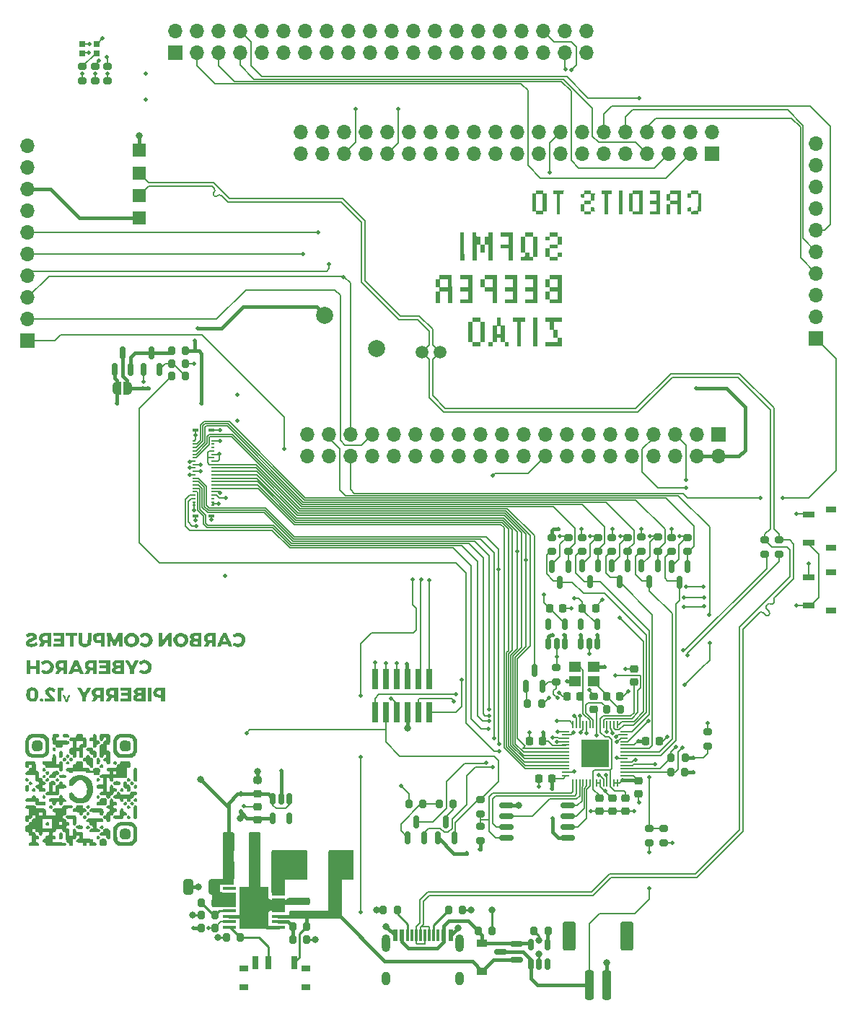
<source format=gbr>
%TF.GenerationSoftware,KiCad,Pcbnew,8.0.4*%
%TF.CreationDate,2024-10-18T18:06:38+03:00*%
%TF.ProjectId,beepy,62656570-792e-46b6-9963-61645f706362,rev?*%
%TF.SameCoordinates,Original*%
%TF.FileFunction,Copper,L4,Bot*%
%TF.FilePolarity,Positive*%
%FSLAX46Y46*%
G04 Gerber Fmt 4.6, Leading zero omitted, Abs format (unit mm)*
G04 Created by KiCad (PCBNEW 8.0.4) date 2024-10-18 18:06:38*
%MOMM*%
%LPD*%
G01*
G04 APERTURE LIST*
G04 Aperture macros list*
%AMRoundRect*
0 Rectangle with rounded corners*
0 $1 Rounding radius*
0 $2 $3 $4 $5 $6 $7 $8 $9 X,Y pos of 4 corners*
0 Add a 4 corners polygon primitive as box body*
4,1,4,$2,$3,$4,$5,$6,$7,$8,$9,$2,$3,0*
0 Add four circle primitives for the rounded corners*
1,1,$1+$1,$2,$3*
1,1,$1+$1,$4,$5*
1,1,$1+$1,$6,$7*
1,1,$1+$1,$8,$9*
0 Add four rect primitives between the rounded corners*
20,1,$1+$1,$2,$3,$4,$5,0*
20,1,$1+$1,$4,$5,$6,$7,0*
20,1,$1+$1,$6,$7,$8,$9,0*
20,1,$1+$1,$8,$9,$2,$3,0*%
%AMFreePoly0*
4,1,19,0.500000,-0.750000,0.000000,-0.750000,0.000000,-0.744911,-0.071157,-0.744911,-0.207708,-0.704816,-0.327430,-0.627875,-0.420627,-0.520320,-0.479746,-0.390866,-0.500000,-0.250000,-0.500000,0.250000,-0.479746,0.390866,-0.420627,0.520320,-0.327430,0.627875,-0.207708,0.704816,-0.071157,0.744911,0.000000,0.744911,0.000000,0.750000,0.500000,0.750000,0.500000,-0.750000,0.500000,-0.750000,
$1*%
%AMFreePoly1*
4,1,19,0.000000,0.744911,0.071157,0.744911,0.207708,0.704816,0.327430,0.627875,0.420627,0.520320,0.479746,0.390866,0.500000,0.250000,0.500000,-0.250000,0.479746,-0.390866,0.420627,-0.520320,0.327430,-0.627875,0.207708,-0.704816,0.071157,-0.744911,0.000000,-0.744911,0.000000,-0.750000,-0.500000,-0.750000,-0.500000,0.750000,0.000000,0.750000,0.000000,0.744911,0.000000,0.744911,
$1*%
G04 Aperture macros list end*
%TA.AperFunction,EtchedComponent*%
%ADD10C,0.000000*%
%TD*%
%TA.AperFunction,ComponentPad*%
%ADD11R,1.700000X1.700000*%
%TD*%
%TA.AperFunction,ComponentPad*%
%ADD12O,1.700000X1.700000*%
%TD*%
%TA.AperFunction,SMDPad,CuDef*%
%ADD13RoundRect,0.200000X0.200000X0.275000X-0.200000X0.275000X-0.200000X-0.275000X0.200000X-0.275000X0*%
%TD*%
%TA.AperFunction,SMDPad,CuDef*%
%ADD14RoundRect,0.200000X0.275000X-0.200000X0.275000X0.200000X-0.275000X0.200000X-0.275000X-0.200000X0*%
%TD*%
%TA.AperFunction,SMDPad,CuDef*%
%ADD15RoundRect,0.200000X-0.275000X0.200000X-0.275000X-0.200000X0.275000X-0.200000X0.275000X0.200000X0*%
%TD*%
%TA.AperFunction,SMDPad,CuDef*%
%ADD16RoundRect,0.150000X-0.150000X0.587500X-0.150000X-0.587500X0.150000X-0.587500X0.150000X0.587500X0*%
%TD*%
%TA.AperFunction,SMDPad,CuDef*%
%ADD17RoundRect,0.150000X0.150000X-0.512500X0.150000X0.512500X-0.150000X0.512500X-0.150000X-0.512500X0*%
%TD*%
%TA.AperFunction,SMDPad,CuDef*%
%ADD18RoundRect,0.150000X0.150000X-0.587500X0.150000X0.587500X-0.150000X0.587500X-0.150000X-0.587500X0*%
%TD*%
%TA.AperFunction,SMDPad,CuDef*%
%ADD19RoundRect,0.100000X0.687500X0.100000X-0.687500X0.100000X-0.687500X-0.100000X0.687500X-0.100000X0*%
%TD*%
%TA.AperFunction,ComponentPad*%
%ADD20C,0.500000*%
%TD*%
%TA.AperFunction,SMDPad,CuDef*%
%ADD21R,3.400000X5.000000*%
%TD*%
%TA.AperFunction,SMDPad,CuDef*%
%ADD22RoundRect,0.150000X-0.712500X-0.150000X0.712500X-0.150000X0.712500X0.150000X-0.712500X0.150000X0*%
%TD*%
%TA.AperFunction,SMDPad,CuDef*%
%ADD23RoundRect,0.225000X0.250000X-0.225000X0.250000X0.225000X-0.250000X0.225000X-0.250000X-0.225000X0*%
%TD*%
%TA.AperFunction,ComponentPad*%
%ADD24C,2.000000*%
%TD*%
%TA.AperFunction,SMDPad,CuDef*%
%ADD25RoundRect,0.250000X0.325000X0.650000X-0.325000X0.650000X-0.325000X-0.650000X0.325000X-0.650000X0*%
%TD*%
%TA.AperFunction,SMDPad,CuDef*%
%ADD26R,1.400000X0.800000*%
%TD*%
%TA.AperFunction,SMDPad,CuDef*%
%ADD27R,1.270000X0.800000*%
%TD*%
%TA.AperFunction,SMDPad,CuDef*%
%ADD28RoundRect,0.225000X-0.225000X-0.250000X0.225000X-0.250000X0.225000X0.250000X-0.225000X0.250000X0*%
%TD*%
%TA.AperFunction,SMDPad,CuDef*%
%ADD29R,2.950000X3.500000*%
%TD*%
%TA.AperFunction,SMDPad,CuDef*%
%ADD30R,1.500000X1.500000*%
%TD*%
%TA.AperFunction,SMDPad,CuDef*%
%ADD31RoundRect,0.150000X-0.150000X0.512500X-0.150000X-0.512500X0.150000X-0.512500X0.150000X0.512500X0*%
%TD*%
%TA.AperFunction,ComponentPad*%
%ADD32C,1.500000*%
%TD*%
%TA.AperFunction,SMDPad,CuDef*%
%ADD33RoundRect,0.225000X-0.250000X0.225000X-0.250000X-0.225000X0.250000X-0.225000X0.250000X0.225000X0*%
%TD*%
%TA.AperFunction,SMDPad,CuDef*%
%ADD34FreePoly0,0.000000*%
%TD*%
%TA.AperFunction,SMDPad,CuDef*%
%ADD35FreePoly1,0.000000*%
%TD*%
%TA.AperFunction,SMDPad,CuDef*%
%ADD36RoundRect,0.200000X-0.200000X-0.275000X0.200000X-0.275000X0.200000X0.275000X-0.200000X0.275000X0*%
%TD*%
%TA.AperFunction,SMDPad,CuDef*%
%ADD37R,0.420000X0.230000*%
%TD*%
%TA.AperFunction,SMDPad,CuDef*%
%ADD38R,0.750000X0.300000*%
%TD*%
%TA.AperFunction,SMDPad,CuDef*%
%ADD39R,0.800000X0.700000*%
%TD*%
%TA.AperFunction,SMDPad,CuDef*%
%ADD40R,1.400000X1.200000*%
%TD*%
%TA.AperFunction,SMDPad,CuDef*%
%ADD41RoundRect,0.250000X-0.412500X-0.925000X0.412500X-0.925000X0.412500X0.925000X-0.412500X0.925000X0*%
%TD*%
%TA.AperFunction,SMDPad,CuDef*%
%ADD42RoundRect,0.225000X0.225000X0.250000X-0.225000X0.250000X-0.225000X-0.250000X0.225000X-0.250000X0*%
%TD*%
%TA.AperFunction,SMDPad,CuDef*%
%ADD43RoundRect,0.250000X-0.250000X-1.500000X0.250000X-1.500000X0.250000X1.500000X-0.250000X1.500000X0*%
%TD*%
%TA.AperFunction,SMDPad,CuDef*%
%ADD44RoundRect,0.250001X-0.499999X-1.449999X0.499999X-1.449999X0.499999X1.449999X-0.499999X1.449999X0*%
%TD*%
%TA.AperFunction,SMDPad,CuDef*%
%ADD45R,0.600000X1.450000*%
%TD*%
%TA.AperFunction,SMDPad,CuDef*%
%ADD46R,0.300000X1.450000*%
%TD*%
%TA.AperFunction,ComponentPad*%
%ADD47O,1.000000X1.600000*%
%TD*%
%TA.AperFunction,ComponentPad*%
%ADD48O,1.000000X2.100000*%
%TD*%
%TA.AperFunction,SMDPad,CuDef*%
%ADD49RoundRect,0.150000X0.587500X0.150000X-0.587500X0.150000X-0.587500X-0.150000X0.587500X-0.150000X0*%
%TD*%
%TA.AperFunction,SMDPad,CuDef*%
%ADD50R,1.200000X0.900000*%
%TD*%
%TA.AperFunction,SMDPad,CuDef*%
%ADD51RoundRect,0.112500X-0.112500X0.187500X-0.112500X-0.187500X0.112500X-0.187500X0.112500X0.187500X0*%
%TD*%
%TA.AperFunction,SMDPad,CuDef*%
%ADD52R,1.000000X0.800000*%
%TD*%
%TA.AperFunction,SMDPad,CuDef*%
%ADD53R,0.700000X1.500000*%
%TD*%
%TA.AperFunction,SMDPad,CuDef*%
%ADD54RoundRect,0.050000X-0.387500X-0.050000X0.387500X-0.050000X0.387500X0.050000X-0.387500X0.050000X0*%
%TD*%
%TA.AperFunction,SMDPad,CuDef*%
%ADD55RoundRect,0.050000X-0.050000X-0.387500X0.050000X-0.387500X0.050000X0.387500X-0.050000X0.387500X0*%
%TD*%
%TA.AperFunction,SMDPad,CuDef*%
%ADD56R,3.200000X3.200000*%
%TD*%
%TA.AperFunction,SMDPad,CuDef*%
%ADD57R,0.740000X2.400000*%
%TD*%
%TA.AperFunction,ViaPad*%
%ADD58C,0.500000*%
%TD*%
%TA.AperFunction,ViaPad*%
%ADD59C,0.800000*%
%TD*%
%TA.AperFunction,Conductor*%
%ADD60C,0.127000*%
%TD*%
%TA.AperFunction,Conductor*%
%ADD61C,0.400000*%
%TD*%
%TA.AperFunction,Conductor*%
%ADD62C,0.200000*%
%TD*%
%TA.AperFunction,Conductor*%
%ADD63C,0.250000*%
%TD*%
G04 APERTURE END LIST*
D10*
%TA.AperFunction,EtchedComponent*%
%TO.C,G\u002A\u002A\u002A*%
G36*
X9763190Y-88086712D02*
G01*
X9763190Y-88906629D01*
X9536405Y-88906629D01*
X9309619Y-88906629D01*
X9309619Y-88086712D01*
X9309619Y-87266794D01*
X9536405Y-87266794D01*
X9763190Y-87266794D01*
X9763190Y-88086712D01*
G37*
%TD.AperFunction*%
%TA.AperFunction,EtchedComponent*%
G36*
X-922552Y-87274330D02*
G01*
X-546837Y-87284239D01*
X-546837Y-87441245D01*
X-546837Y-87598250D01*
X-695120Y-87608979D01*
X-843403Y-87619707D01*
X-843403Y-88264833D01*
X-843403Y-88909959D01*
X-1061466Y-88899572D01*
X-1279529Y-88889184D01*
X-1288898Y-88076802D01*
X-1298266Y-87264420D01*
X-922552Y-87274330D01*
G37*
%TD.AperFunction*%
%TA.AperFunction,EtchedComponent*%
G36*
X-3053032Y-88547024D02*
G01*
X-2973775Y-88635862D01*
X-2949814Y-88683419D01*
X-2944931Y-88742668D01*
X-2983302Y-88815384D01*
X-2984489Y-88817172D01*
X-3061882Y-88884424D01*
X-3160346Y-88910797D01*
X-3255141Y-88894844D01*
X-3321524Y-88835124D01*
X-3346454Y-88773472D01*
X-3350191Y-88666672D01*
X-3308105Y-88582255D01*
X-3234809Y-88528593D01*
X-3144914Y-88514059D01*
X-3053032Y-88547024D01*
G37*
%TD.AperFunction*%
%TA.AperFunction,EtchedComponent*%
G36*
X1058108Y-81038909D02*
G01*
X1058108Y-81213360D01*
X822600Y-81223677D01*
X587091Y-81233993D01*
X587091Y-81858680D01*
X587091Y-82483367D01*
X386473Y-82493830D01*
X299778Y-82497222D01*
X206388Y-82497682D01*
X159688Y-82493512D01*
X152000Y-82462612D01*
X144610Y-82372176D01*
X138758Y-82233536D01*
X134907Y-82057972D01*
X133520Y-81856768D01*
X133520Y-81230805D01*
X-112534Y-81230805D01*
X-358588Y-81230805D01*
X-348042Y-81047632D01*
X-337496Y-80864459D01*
X360306Y-80864459D01*
X1058108Y-80864459D01*
X1058108Y-81038909D01*
G37*
%TD.AperFunction*%
%TA.AperFunction,EtchedComponent*%
G36*
X-4471974Y-84388360D02*
G01*
X-4471974Y-84719816D01*
X-4157963Y-84719816D01*
X-3843952Y-84719816D01*
X-3843952Y-84388360D01*
X-3843952Y-84056904D01*
X-3617167Y-84056904D01*
X-3390381Y-84056904D01*
X-3390381Y-84878486D01*
X-3390381Y-85700069D01*
X-3608444Y-85689681D01*
X-3826507Y-85679294D01*
X-3836588Y-85374006D01*
X-3846669Y-85068717D01*
X-4159322Y-85068717D01*
X-4471974Y-85068717D01*
X-4471974Y-85384393D01*
X-4471974Y-85700069D01*
X-4690038Y-85689681D01*
X-4908101Y-85679294D01*
X-4917466Y-84868099D01*
X-4926832Y-84056904D01*
X-4699403Y-84056904D01*
X-4471974Y-84056904D01*
X-4471974Y-84388360D01*
G37*
%TD.AperFunction*%
%TA.AperFunction,EtchedComponent*%
G36*
X4878575Y-84876822D02*
G01*
X4878575Y-85696739D01*
X4215663Y-85696739D01*
X3552751Y-85696739D01*
X3552751Y-85522289D01*
X3552751Y-85347838D01*
X3988877Y-85347838D01*
X4425004Y-85347838D01*
X4425004Y-85190833D01*
X4425004Y-85033827D01*
X4041212Y-85033827D01*
X3657421Y-85033827D01*
X3657421Y-84859377D01*
X3657421Y-84684926D01*
X4041212Y-84684926D01*
X4425004Y-84684926D01*
X4425004Y-84545366D01*
X4425004Y-84405805D01*
X4006322Y-84405805D01*
X3587641Y-84405805D01*
X3587641Y-84231355D01*
X3587641Y-84056904D01*
X4233108Y-84056904D01*
X4878575Y-84056904D01*
X4878575Y-84876822D01*
G37*
%TD.AperFunction*%
%TA.AperFunction,EtchedComponent*%
G36*
X-502583Y-81674864D02*
G01*
X-493220Y-82485270D01*
X-1130605Y-82494782D01*
X-1323916Y-82496648D01*
X-1506139Y-82496295D01*
X-1653348Y-82493742D01*
X-1753962Y-82489197D01*
X-1796396Y-82482867D01*
X-1803575Y-82471589D01*
X-1814597Y-82406140D01*
X-1813841Y-82308416D01*
X-1802881Y-82155393D01*
X-1375477Y-82145597D01*
X-948073Y-82135800D01*
X-948073Y-81997314D01*
X-948073Y-81858827D01*
X-1331865Y-81858827D01*
X-1715656Y-81858827D01*
X-1715656Y-81684377D01*
X-1715656Y-81509926D01*
X-1331865Y-81509926D01*
X-948073Y-81509926D01*
X-948073Y-81370366D01*
X-948073Y-81230805D01*
X-1368578Y-81230805D01*
X-1789083Y-81230805D01*
X-1778537Y-81047632D01*
X-1767991Y-80864459D01*
X-1139969Y-80864459D01*
X-511947Y-80864459D01*
X-502583Y-81674864D01*
G37*
%TD.AperFunction*%
%TA.AperFunction,EtchedComponent*%
G36*
X7390663Y-88062682D02*
G01*
X7390375Y-88188017D01*
X7388418Y-88405721D01*
X7384854Y-88594263D01*
X7379972Y-88743487D01*
X7374059Y-88843240D01*
X7367403Y-88883369D01*
X7329856Y-88890448D01*
X7233180Y-88896925D01*
X7089098Y-88902049D01*
X6909054Y-88905417D01*
X6704491Y-88906629D01*
X6064839Y-88906629D01*
X6064839Y-88732179D01*
X6064839Y-88557728D01*
X6500965Y-88557728D01*
X6937091Y-88557728D01*
X6937091Y-88400723D01*
X6937091Y-88243717D01*
X6553300Y-88243717D01*
X6169509Y-88243717D01*
X6169509Y-88069267D01*
X6169509Y-87894816D01*
X6553300Y-87894816D01*
X6937091Y-87894816D01*
X6937091Y-87756329D01*
X6937091Y-87617843D01*
X6509688Y-87608047D01*
X6082284Y-87598250D01*
X6082284Y-87441245D01*
X6082284Y-87284239D01*
X6736473Y-87274747D01*
X7390663Y-87265254D01*
X7390663Y-88062682D01*
G37*
%TD.AperFunction*%
%TA.AperFunction,EtchedComponent*%
G36*
X11936276Y-80853954D02*
G01*
X12118273Y-80864459D01*
X12127634Y-81673808D01*
X12136995Y-82483158D01*
X11953183Y-82493726D01*
X11882716Y-82496357D01*
X11790786Y-82494562D01*
X11744307Y-82486207D01*
X11742633Y-82484034D01*
X11732537Y-82433894D01*
X11722960Y-82329931D01*
X11714916Y-82185809D01*
X11709417Y-82015191D01*
X11699591Y-81562261D01*
X11359648Y-82015833D01*
X11019705Y-82469404D01*
X10823421Y-82487602D01*
X10754039Y-82492235D01*
X10655513Y-82488611D01*
X10613156Y-82469367D01*
X10611265Y-82456239D01*
X10608190Y-82382333D01*
X10606326Y-82254156D01*
X10605732Y-82082177D01*
X10606466Y-81876868D01*
X10608587Y-81648697D01*
X10617998Y-80864459D01*
X10809894Y-80864459D01*
X11001789Y-80864459D01*
X11011500Y-81344715D01*
X11021210Y-81824972D01*
X11387744Y-81334210D01*
X11754278Y-80843449D01*
X11936276Y-80853954D01*
G37*
%TD.AperFunction*%
%TA.AperFunction,EtchedComponent*%
G36*
X177641Y-88111479D02*
G01*
X188392Y-88137373D01*
X179075Y-88191830D01*
X148655Y-88284071D01*
X96095Y-88423316D01*
X20359Y-88618786D01*
X-117969Y-88976409D01*
X-245178Y-88976397D01*
X-372387Y-88976385D01*
X-521602Y-88583883D01*
X-579317Y-88429137D01*
X-626637Y-88296646D01*
X-658452Y-88201077D01*
X-669885Y-88156492D01*
X-669633Y-88154416D01*
X-634301Y-88131171D01*
X-557700Y-88121602D01*
X-511944Y-88123343D01*
X-470045Y-88137757D01*
X-437154Y-88178351D01*
X-403350Y-88258605D01*
X-358713Y-88392000D01*
X-345233Y-88432813D01*
X-303554Y-88549907D01*
X-269804Y-88631662D01*
X-250271Y-88662398D01*
X-246149Y-88659309D01*
X-221598Y-88611173D01*
X-184801Y-88516842D01*
X-142036Y-88392000D01*
X-100373Y-88266040D01*
X-66285Y-88182066D01*
X-32554Y-88137490D01*
X11729Y-88118326D01*
X77474Y-88110590D01*
X100084Y-88108500D01*
X147860Y-88104928D01*
X177641Y-88111479D01*
G37*
%TD.AperFunction*%
%TA.AperFunction,EtchedComponent*%
G36*
X4763626Y-80854128D02*
G01*
X4998849Y-80864459D01*
X5209111Y-81328907D01*
X5419372Y-81793356D01*
X5542213Y-81538248D01*
X5616209Y-81381556D01*
X5694913Y-81210000D01*
X5759974Y-81063476D01*
X5854892Y-80843812D01*
X6090703Y-80854135D01*
X6326515Y-80864459D01*
X6335876Y-81673808D01*
X6345237Y-82483158D01*
X6161425Y-82493726D01*
X6091099Y-82496881D01*
X5998624Y-82497744D01*
X5951446Y-82493512D01*
X5948574Y-82489464D01*
X5939323Y-82434883D01*
X5931717Y-82327283D01*
X5926478Y-82179671D01*
X5924326Y-82005051D01*
X5923374Y-81527371D01*
X5750136Y-81928607D01*
X5742945Y-81945269D01*
X5678172Y-82096020D01*
X5625349Y-82220125D01*
X5589746Y-82305126D01*
X5576638Y-82338566D01*
X5571131Y-82340894D01*
X5518085Y-82345470D01*
X5427023Y-82347289D01*
X5277669Y-82347289D01*
X5104289Y-81941322D01*
X4930910Y-81535356D01*
X4913465Y-82016158D01*
X4896020Y-82496960D01*
X4721570Y-82496906D01*
X4547119Y-82496853D01*
X4537761Y-81670325D01*
X4528403Y-80843797D01*
X4763626Y-80854128D01*
G37*
%TD.AperFunction*%
%TA.AperFunction,EtchedComponent*%
G36*
X1646972Y-87579929D02*
G01*
X1695851Y-87671238D01*
X1761530Y-87789188D01*
X1811436Y-87873016D01*
X1837481Y-87908766D01*
X1855509Y-87895589D01*
X1900533Y-87832431D01*
X1963306Y-87728565D01*
X2036184Y-87596024D01*
X2209482Y-87267580D01*
X2427545Y-87267187D01*
X2530983Y-87269296D01*
X2613839Y-87276035D01*
X2645608Y-87285852D01*
X2632765Y-87315166D01*
X2591493Y-87396980D01*
X2526917Y-87520814D01*
X2444335Y-87676522D01*
X2349042Y-87853957D01*
X2319483Y-87908700D01*
X2221358Y-88091797D01*
X2150806Y-88228923D01*
X2103280Y-88332359D01*
X2074232Y-88414385D01*
X2059113Y-88487283D01*
X2053378Y-88563333D01*
X2052476Y-88654816D01*
X2052476Y-88906629D01*
X1843135Y-88906629D01*
X1633795Y-88906629D01*
X1633795Y-88635272D01*
X1630208Y-88510388D01*
X1614225Y-88374772D01*
X1587094Y-88295093D01*
X1574612Y-88274942D01*
X1528968Y-88194606D01*
X1461432Y-88071337D01*
X1378885Y-87917769D01*
X1288212Y-87746533D01*
X1036031Y-87266794D01*
X1258950Y-87266794D01*
X1481869Y-87266794D01*
X1646972Y-87579929D01*
G37*
%TD.AperFunction*%
%TA.AperFunction,EtchedComponent*%
G36*
X11333245Y-88060938D02*
G01*
X11332952Y-88187807D01*
X11330988Y-88405625D01*
X11327423Y-88594232D01*
X11322543Y-88743486D01*
X11316634Y-88843246D01*
X11309985Y-88883369D01*
X11280292Y-88893331D01*
X11196802Y-88902922D01*
X11083200Y-88906629D01*
X10879674Y-88906629D01*
X10879674Y-88684432D01*
X10879674Y-88462234D01*
X10621999Y-88445698D01*
X10411669Y-88419142D01*
X10239296Y-88362017D01*
X10110725Y-88269652D01*
X10014761Y-88136345D01*
X9981194Y-88063802D01*
X9942691Y-87885884D01*
X10363821Y-87885884D01*
X10420306Y-88000992D01*
X10465935Y-88043296D01*
X10549946Y-88077657D01*
X10681982Y-88096403D01*
X10879674Y-88112798D01*
X10879674Y-87864246D01*
X10879674Y-87615695D01*
X10687778Y-87615695D01*
X10591583Y-87619291D01*
X10493338Y-87640352D01*
X10426102Y-87685475D01*
X10371481Y-87770207D01*
X10363821Y-87885884D01*
X9942691Y-87885884D01*
X9939113Y-87869348D01*
X9962448Y-87679243D01*
X10048651Y-87504511D01*
X10195171Y-87356175D01*
X10230557Y-87332818D01*
X10282282Y-87310916D01*
X10353832Y-87295667D01*
X10457694Y-87285387D01*
X10606359Y-87278393D01*
X10812314Y-87273003D01*
X11333245Y-87261767D01*
X11333245Y-87864246D01*
X11333245Y-88060938D01*
G37*
%TD.AperFunction*%
%TA.AperFunction,EtchedComponent*%
G36*
X7007801Y-84060403D02*
G01*
X7059581Y-84077731D01*
X7105685Y-84117953D01*
X7156229Y-84190467D01*
X7221331Y-84304674D01*
X7311106Y-84469970D01*
X7450353Y-84726031D01*
X7638571Y-84391476D01*
X7826789Y-84056922D01*
X8046080Y-84056913D01*
X8087105Y-84056949D01*
X8187886Y-84059238D01*
X8235643Y-84069259D01*
X8243364Y-84092739D01*
X8224037Y-84135407D01*
X8212639Y-84156897D01*
X8168292Y-84239927D01*
X8101185Y-84365204D01*
X8018205Y-84519872D01*
X7926243Y-84691076D01*
X7849492Y-84834327D01*
X7774314Y-84978762D01*
X7723712Y-85086619D01*
X7692822Y-85171994D01*
X7676780Y-85248978D01*
X7670722Y-85331668D01*
X7669784Y-85434156D01*
X7669784Y-85700069D01*
X7451721Y-85689681D01*
X7233657Y-85679294D01*
X7215770Y-85382728D01*
X7209679Y-85290848D01*
X7199395Y-85196243D01*
X7181363Y-85111886D01*
X7150392Y-85023508D01*
X7101290Y-84916839D01*
X7028865Y-84777610D01*
X6927927Y-84591551D01*
X6867259Y-84479882D01*
X6784135Y-84325000D01*
X6717795Y-84199062D01*
X6673865Y-84112793D01*
X6657971Y-84076921D01*
X6680743Y-84067853D01*
X6756324Y-84059947D01*
X6866507Y-84056904D01*
X6940230Y-84056570D01*
X7007801Y-84060403D01*
G37*
%TD.AperFunction*%
%TA.AperFunction,EtchedComponent*%
G36*
X-2132401Y-87235619D02*
G01*
X-1999699Y-87264696D01*
X-1848977Y-87314706D01*
X-1708929Y-87375377D01*
X-1608251Y-87436443D01*
X-1532876Y-87497478D01*
X-1607530Y-87643812D01*
X-1632283Y-87690426D01*
X-1675462Y-87761966D01*
X-1700771Y-87790146D01*
X-1710978Y-87786713D01*
X-1766225Y-87755706D01*
X-1847721Y-87702920D01*
X-1917601Y-87662692D01*
X-2041287Y-87621966D01*
X-2153882Y-87617511D01*
X-2241886Y-87646547D01*
X-2291800Y-87706297D01*
X-2290125Y-87793981D01*
X-2283500Y-87808118D01*
X-2236430Y-87876488D01*
X-2154113Y-87979929D01*
X-2045839Y-88107058D01*
X-1920896Y-88246488D01*
X-1913966Y-88254038D01*
X-1780544Y-88400884D01*
X-1687624Y-88508505D01*
X-1627964Y-88587780D01*
X-1594319Y-88649589D01*
X-1579444Y-88704812D01*
X-1576095Y-88764329D01*
X-1576095Y-88906629D01*
X-2186672Y-88906629D01*
X-2797249Y-88906629D01*
X-2797249Y-88733488D01*
X-2797249Y-88560347D01*
X-2478450Y-88550315D01*
X-2159651Y-88540283D01*
X-2403928Y-88271500D01*
X-2552737Y-88098668D01*
X-2675194Y-87927377D01*
X-2744411Y-87781934D01*
X-2762608Y-87654855D01*
X-2732003Y-87538658D01*
X-2654818Y-87425861D01*
X-2566420Y-87345727D01*
X-2391004Y-87261186D01*
X-2179259Y-87232099D01*
X-2132401Y-87235619D01*
G37*
%TD.AperFunction*%
%TA.AperFunction,EtchedComponent*%
G36*
X1604532Y-81400866D02*
G01*
X1607677Y-81541896D01*
X1612849Y-81713091D01*
X1619890Y-81833886D01*
X1630585Y-81916107D01*
X1646718Y-81971580D01*
X1670075Y-82012130D01*
X1702439Y-82049584D01*
X1759858Y-82101239D01*
X1833994Y-82129866D01*
X1943159Y-82130827D01*
X2013879Y-82122917D01*
X2102897Y-82090481D01*
X2171081Y-82022084D01*
X2198839Y-81978906D01*
X2219614Y-81926076D01*
X2234098Y-81852584D01*
X2243933Y-81746150D01*
X2250762Y-81594495D01*
X2256226Y-81385340D01*
X2268079Y-80847014D01*
X2474289Y-80847014D01*
X2680498Y-80847014D01*
X2680498Y-81423821D01*
X2679393Y-81624563D01*
X2673448Y-81824647D01*
X2660008Y-81975826D01*
X2636479Y-82089719D01*
X2600263Y-82177947D01*
X2548765Y-82252127D01*
X2479388Y-82323880D01*
X2469461Y-82332896D01*
X2358462Y-82412042D01*
X2239583Y-82470632D01*
X2226777Y-82475085D01*
X2011955Y-82519174D01*
X1799210Y-82511237D01*
X1600999Y-82456286D01*
X1429780Y-82359336D01*
X1298009Y-82225400D01*
X1218145Y-82059494D01*
X1204701Y-81986515D01*
X1192020Y-81834837D01*
X1186104Y-81631789D01*
X1187429Y-81387811D01*
X1197668Y-80864459D01*
X1395192Y-80854088D01*
X1592715Y-80843716D01*
X1604532Y-81400866D01*
G37*
%TD.AperFunction*%
%TA.AperFunction,EtchedComponent*%
G36*
X1627075Y-85224278D02*
G01*
X1700746Y-85400524D01*
X1757983Y-85539682D01*
X1795058Y-85632753D01*
X1808245Y-85670740D01*
X1784467Y-85682686D01*
X1707941Y-85692837D01*
X1596943Y-85696739D01*
X1385640Y-85696739D01*
X1316189Y-85539734D01*
X1246738Y-85382728D01*
X915675Y-85382728D01*
X584612Y-85382728D01*
X517311Y-85539734D01*
X450011Y-85696739D01*
X219078Y-85696739D01*
X218241Y-85696739D01*
X103912Y-85692317D01*
X25442Y-85680828D01*
X-225Y-85664741D01*
X9070Y-85641736D01*
X42524Y-85560988D01*
X96417Y-85431747D01*
X166915Y-85263188D01*
X248410Y-85068717D01*
X697708Y-85068717D01*
X904076Y-85068717D01*
X996529Y-85066019D01*
X1078765Y-85056843D01*
X1110443Y-85043413D01*
X1108031Y-85024942D01*
X1086308Y-84952848D01*
X1048612Y-84855008D01*
X1003043Y-84749637D01*
X957703Y-84654949D01*
X920691Y-84589159D01*
X900109Y-84570480D01*
X899082Y-84571749D01*
X874116Y-84620088D01*
X833992Y-84713569D01*
X786892Y-84833209D01*
X697708Y-85068717D01*
X248410Y-85068717D01*
X250182Y-85064488D01*
X342384Y-84844824D01*
X673364Y-84056904D01*
X901160Y-84056904D01*
X1128956Y-84056904D01*
X1468601Y-84850822D01*
X1540697Y-85019941D01*
X1550619Y-85043413D01*
X1627075Y-85224278D01*
G37*
%TD.AperFunction*%
%TA.AperFunction,EtchedComponent*%
G36*
X8280036Y-81694145D02*
G01*
X8263875Y-81880039D01*
X8214144Y-82033278D01*
X8086782Y-82221783D01*
X7901890Y-82382173D01*
X7670010Y-82491213D01*
X7593122Y-82504031D01*
X7471942Y-82510483D01*
X7333928Y-82508886D01*
X7298866Y-82506927D01*
X7079416Y-82469384D01*
X6896748Y-82384334D01*
X6731745Y-82243347D01*
X6659103Y-82153640D01*
X6561047Y-81956294D01*
X6520018Y-81740911D01*
X6527817Y-81633629D01*
X6972415Y-81633629D01*
X6987669Y-81802730D01*
X7053873Y-81960085D01*
X7166677Y-82085048D01*
X7271550Y-82129421D01*
X7410106Y-82138055D01*
X7551017Y-82110289D01*
X7666448Y-82048176D01*
X7754159Y-81945330D01*
X7814465Y-81793006D01*
X7824502Y-81628136D01*
X7783590Y-81470296D01*
X7691050Y-81339065D01*
X7577876Y-81266912D01*
X7427763Y-81235665D01*
X7273620Y-81255867D01*
X7134784Y-81324594D01*
X7030589Y-81438923D01*
X7012458Y-81473430D01*
X6972415Y-81633629D01*
X6527817Y-81633629D01*
X6535931Y-81522017D01*
X6608700Y-81314138D01*
X6738242Y-81131800D01*
X6824878Y-81052581D01*
X7023695Y-80932366D01*
X7241681Y-80867067D01*
X7466905Y-80855208D01*
X7687437Y-80895315D01*
X7891347Y-80985912D01*
X8066705Y-81125527D01*
X8201580Y-81312683D01*
X8213622Y-81337383D01*
X8263121Y-81503844D01*
X8274169Y-81628136D01*
X8280036Y-81694145D01*
G37*
%TD.AperFunction*%
%TA.AperFunction,EtchedComponent*%
G36*
X9255145Y-80883351D02*
G01*
X9454862Y-80964466D01*
X9626568Y-81090071D01*
X9760835Y-81254907D01*
X9848236Y-81453716D01*
X9879343Y-81681237D01*
X9872187Y-81790072D01*
X9811922Y-82012617D01*
X9697403Y-82209137D01*
X9537161Y-82367098D01*
X9339726Y-82473970D01*
X9278301Y-82491923D01*
X9099486Y-82514730D01*
X8908521Y-82507906D01*
X8741524Y-82471595D01*
X8687344Y-82450034D01*
X8574023Y-82393281D01*
X8471384Y-82329044D01*
X8397199Y-82269087D01*
X8369242Y-82225173D01*
X8373930Y-82210110D01*
X8411556Y-82148942D01*
X8474297Y-82068739D01*
X8485829Y-82055347D01*
X8549907Y-81989788D01*
X8594685Y-81971229D01*
X8638607Y-81990938D01*
X8686441Y-82023513D01*
X8869201Y-82109838D01*
X9042796Y-82131459D01*
X9201500Y-82087396D01*
X9230857Y-82070365D01*
X9339893Y-81962978D01*
X9406202Y-81820530D01*
X9426741Y-81661709D01*
X9398469Y-81505205D01*
X9318341Y-81369704D01*
X9297989Y-81348605D01*
X9161403Y-81260411D01*
X9004425Y-81231266D01*
X8842046Y-81261597D01*
X8689257Y-81351829D01*
X8586868Y-81437984D01*
X8471717Y-81294694D01*
X8434758Y-81246387D01*
X8388782Y-81160986D01*
X8395328Y-81093551D01*
X8458903Y-81030589D01*
X8584017Y-80958604D01*
X8809386Y-80875630D01*
X9036844Y-80851986D01*
X9255145Y-80883351D01*
G37*
%TD.AperFunction*%
%TA.AperFunction,EtchedComponent*%
G36*
X14064348Y-81875363D02*
G01*
X13981605Y-82073645D01*
X13831528Y-82260974D01*
X13804848Y-82287053D01*
X13649648Y-82412931D01*
X13512674Y-82477999D01*
X13460126Y-82490488D01*
X13184595Y-82516294D01*
X12910173Y-82480547D01*
X12814251Y-82443795D01*
X12666079Y-82348783D01*
X12526235Y-82221340D01*
X12413933Y-82079861D01*
X12348387Y-81942739D01*
X12317883Y-81795782D01*
X12318235Y-81684377D01*
X12763740Y-81684377D01*
X12775449Y-81779844D01*
X12842903Y-81935803D01*
X12959644Y-82065087D01*
X13040870Y-82110738D01*
X13199866Y-82137948D01*
X13214294Y-82137713D01*
X13370803Y-82102086D01*
X13496920Y-82015524D01*
X13585594Y-81891883D01*
X13629773Y-81745025D01*
X13622406Y-81588808D01*
X13556443Y-81437091D01*
X13479818Y-81344213D01*
X13346027Y-81258883D01*
X13178404Y-81231319D01*
X13127677Y-81235131D01*
X12988659Y-81287421D01*
X12872683Y-81389537D01*
X12793221Y-81526761D01*
X12763740Y-81684377D01*
X12318235Y-81684377D01*
X12318619Y-81562937D01*
X12386121Y-81348728D01*
X12521054Y-81150106D01*
X12658120Y-81024432D01*
X12852919Y-80916878D01*
X13063888Y-80861767D01*
X13280116Y-80856651D01*
X13490696Y-80899079D01*
X13684717Y-80986603D01*
X13851272Y-81116773D01*
X13979451Y-81287141D01*
X14058345Y-81495256D01*
X14082144Y-81658072D01*
X14075023Y-81745025D01*
X14064348Y-81875363D01*
G37*
%TD.AperFunction*%
%TA.AperFunction,EtchedComponent*%
G36*
X4242502Y-81664458D02*
G01*
X4243416Y-81759040D01*
X4243807Y-81992164D01*
X4241399Y-82189835D01*
X4236429Y-82343478D01*
X4229136Y-82444517D01*
X4219758Y-82484375D01*
X4193905Y-82491540D01*
X4111805Y-82498885D01*
X4001023Y-82499892D01*
X3814427Y-82495490D01*
X3804156Y-82286318D01*
X3793885Y-82077146D01*
X3539144Y-82060797D01*
X3524829Y-82059818D01*
X3281052Y-82019697D01*
X3093158Y-81938262D01*
X2960164Y-81814620D01*
X2881089Y-81647873D01*
X2854949Y-81437127D01*
X2855305Y-81426257D01*
X3277518Y-81426257D01*
X3286725Y-81539039D01*
X3338625Y-81627711D01*
X3339261Y-81628280D01*
X3407266Y-81664068D01*
X3509409Y-81693238D01*
X3620705Y-81711638D01*
X3716168Y-81715117D01*
X3770814Y-81699524D01*
X3783055Y-81661162D01*
X3793119Y-81570924D01*
X3796982Y-81451776D01*
X3796982Y-81230805D01*
X3593048Y-81230805D01*
X3483725Y-81234879D01*
X3389793Y-81254530D01*
X3331373Y-81294610D01*
X3311691Y-81320973D01*
X3277518Y-81426257D01*
X2855305Y-81426257D01*
X2856818Y-81380002D01*
X2897598Y-81195217D01*
X2994327Y-81050034D01*
X3150483Y-80938585D01*
X3167256Y-80930172D01*
X3234591Y-80902834D01*
X3312960Y-80884475D01*
X3417041Y-80873345D01*
X3561514Y-80867694D01*
X3761060Y-80865769D01*
X4233108Y-80864459D01*
X4240005Y-81451776D01*
X4242502Y-81664458D01*
G37*
%TD.AperFunction*%
%TA.AperFunction,EtchedComponent*%
G36*
X-145601Y-84876822D02*
G01*
X-145601Y-85696739D01*
X-354941Y-85696739D01*
X-564282Y-85696739D01*
X-564282Y-85469953D01*
X-564282Y-85243168D01*
X-719363Y-85243168D01*
X-772050Y-85243659D01*
X-835880Y-85252384D01*
X-882357Y-85282615D01*
X-928108Y-85347761D01*
X-989761Y-85461231D01*
X-1105079Y-85679294D01*
X-1340587Y-85689611D01*
X-1451881Y-85691108D01*
X-1543268Y-85682755D01*
X-1576095Y-85664299D01*
X-1574725Y-85657472D01*
X-1547820Y-85600645D01*
X-1493587Y-85506799D01*
X-1421341Y-85392307D01*
X-1266587Y-85155942D01*
X-1355868Y-85088837D01*
X-1361588Y-85084427D01*
X-1456897Y-84969248D01*
X-1518549Y-84813591D01*
X-1543399Y-84638727D01*
X-1543103Y-84635338D01*
X-1121990Y-84635338D01*
X-1112581Y-84729483D01*
X-1067786Y-84804927D01*
X-971260Y-84857194D01*
X-949633Y-84864318D01*
X-840411Y-84885672D01*
X-719016Y-84894267D01*
X-564282Y-84894267D01*
X-564282Y-84650036D01*
X-564282Y-84405805D01*
X-785660Y-84405805D01*
X-934797Y-84415787D01*
X-1044738Y-84453573D01*
X-1104394Y-84524885D01*
X-1121990Y-84635338D01*
X-1543103Y-84635338D01*
X-1528301Y-84465923D01*
X-1470109Y-84316451D01*
X-1420932Y-84247734D01*
X-1335599Y-84170330D01*
X-1223798Y-84115809D01*
X-1074876Y-84080908D01*
X-878176Y-84062361D01*
X-623047Y-84056904D01*
X-145601Y-84056904D01*
X-145601Y-84650036D01*
X-145601Y-84876822D01*
G37*
%TD.AperFunction*%
%TA.AperFunction,EtchedComponent*%
G36*
X4145883Y-88086712D02*
G01*
X4145883Y-88906629D01*
X3936542Y-88906629D01*
X3727201Y-88906629D01*
X3727201Y-88679844D01*
X3727201Y-88453058D01*
X3573199Y-88453058D01*
X3513845Y-88453871D01*
X3453381Y-88464072D01*
X3406973Y-88496526D01*
X3358632Y-88564147D01*
X3292370Y-88679844D01*
X3165544Y-88906629D01*
X2940466Y-88906629D01*
X2834435Y-88902828D01*
X2747683Y-88890147D01*
X2715388Y-88870884D01*
X2715981Y-88866689D01*
X2739330Y-88813229D01*
X2789882Y-88721577D01*
X2858280Y-88608886D01*
X3001172Y-88382633D01*
X2894638Y-88261298D01*
X2792275Y-88106645D01*
X2736761Y-87927265D01*
X2736499Y-87881869D01*
X3175372Y-87881869D01*
X3179195Y-87916584D01*
X3208766Y-88005784D01*
X3273630Y-88059228D01*
X3311872Y-88073495D01*
X3420091Y-88094965D01*
X3544028Y-88103642D01*
X3727201Y-88104157D01*
X3727201Y-87859926D01*
X3727201Y-87615695D01*
X3505823Y-87615695D01*
X3469893Y-87616087D01*
X3319526Y-87632465D01*
X3225841Y-87677772D01*
X3180551Y-87758682D01*
X3175372Y-87881869D01*
X2736499Y-87881869D01*
X2735722Y-87747204D01*
X2787097Y-87579699D01*
X2888824Y-87437990D01*
X3038843Y-87335312D01*
X3112502Y-87307130D01*
X3197656Y-87287728D01*
X3308536Y-87275722D01*
X3459809Y-87269527D01*
X3666144Y-87267560D01*
X4145883Y-87266794D01*
X4145883Y-87859926D01*
X4145883Y-88086712D01*
G37*
%TD.AperFunction*%
%TA.AperFunction,EtchedComponent*%
G36*
X-3529941Y-88070007D02*
G01*
X-3530227Y-88102236D01*
X-3559145Y-88367336D01*
X-3635550Y-88581409D01*
X-3759531Y-88744631D01*
X-3931178Y-88857177D01*
X-3938189Y-88860209D01*
X-4085925Y-88896704D01*
X-4264470Y-88904451D01*
X-4443276Y-88884366D01*
X-4591797Y-88837367D01*
X-4713355Y-88755823D01*
X-4842044Y-88603889D01*
X-4926497Y-88414851D01*
X-4938787Y-88360265D01*
X-4955541Y-88204710D01*
X-4958156Y-88040565D01*
X-4523131Y-88040565D01*
X-4516475Y-88220520D01*
X-4481731Y-88376980D01*
X-4422439Y-88495257D01*
X-4342139Y-88560663D01*
X-4267302Y-88585344D01*
X-4210364Y-88584444D01*
X-4131288Y-88556453D01*
X-4110647Y-88546761D01*
X-4050615Y-88491776D01*
X-4011376Y-88398026D01*
X-3989988Y-88255517D01*
X-3983513Y-88054255D01*
X-3986039Y-87947364D01*
X-4008042Y-87777039D01*
X-4055670Y-87663595D01*
X-4132551Y-87600396D01*
X-4242314Y-87580805D01*
X-4298679Y-87585554D01*
X-4393590Y-87629908D01*
X-4460162Y-87727135D01*
X-4504975Y-87884852D01*
X-4523131Y-88040565D01*
X-4958156Y-88040565D01*
X-4958413Y-88024413D01*
X-4947546Y-87849321D01*
X-4923086Y-87709377D01*
X-4900896Y-87645631D01*
X-4799689Y-87486298D01*
X-4651821Y-87361433D01*
X-4470966Y-87278125D01*
X-4270795Y-87243461D01*
X-4064981Y-87264529D01*
X-3893986Y-87325809D01*
X-3731702Y-87439809D01*
X-3618273Y-87599825D01*
X-3551689Y-87808883D01*
X-3531253Y-88054255D01*
X-3529941Y-88070007D01*
G37*
%TD.AperFunction*%
%TA.AperFunction,EtchedComponent*%
G36*
X3308520Y-84878486D02*
G01*
X3308520Y-85700069D01*
X3090457Y-85689681D01*
X2872394Y-85679294D01*
X2872394Y-85461167D01*
X2872394Y-85243040D01*
X2727114Y-85243104D01*
X2676311Y-85243886D01*
X2616672Y-85254005D01*
X2570292Y-85286399D01*
X2521596Y-85354053D01*
X2455008Y-85469953D01*
X2328182Y-85696739D01*
X2103104Y-85696739D01*
X2014884Y-85694728D01*
X1912301Y-85681373D01*
X1878026Y-85655559D01*
X1878494Y-85651522D01*
X1901725Y-85596666D01*
X1953005Y-85504420D01*
X2022668Y-85392374D01*
X2167310Y-85170369D01*
X2079266Y-85075930D01*
X2030482Y-85020590D01*
X1958166Y-84909810D01*
X1922517Y-84787793D01*
X1914300Y-84647558D01*
X2333351Y-84647558D01*
X2345166Y-84753461D01*
X2386868Y-84826923D01*
X2428868Y-84847432D01*
X2527054Y-84872124D01*
X2648544Y-84887724D01*
X2854949Y-84902654D01*
X2854949Y-84654229D01*
X2854949Y-84405805D01*
X2651016Y-84405805D01*
X2541692Y-84409879D01*
X2447760Y-84429530D01*
X2389340Y-84469610D01*
X2351214Y-84539730D01*
X2333351Y-84647558D01*
X1914300Y-84647558D01*
X1913046Y-84626162D01*
X1917487Y-84531692D01*
X1961065Y-84354414D01*
X2054399Y-84221300D01*
X2201480Y-84125422D01*
X2275139Y-84097239D01*
X2360294Y-84077838D01*
X2471173Y-84065832D01*
X2622446Y-84059637D01*
X2828781Y-84057670D01*
X3308520Y-84056904D01*
X3308520Y-84654229D01*
X3308520Y-84878486D01*
G37*
%TD.AperFunction*%
%TA.AperFunction,EtchedComponent*%
G36*
X5820608Y-88088377D02*
G01*
X5820608Y-88909959D01*
X5602545Y-88899572D01*
X5384482Y-88889184D01*
X5374094Y-88671121D01*
X5363707Y-88453058D01*
X5217089Y-88453965D01*
X5173883Y-88454629D01*
X5110478Y-88463317D01*
X5064603Y-88493277D01*
X5020092Y-88558263D01*
X4960781Y-88672028D01*
X4851091Y-88889184D01*
X4603157Y-88899435D01*
X4590060Y-88899952D01*
X4471248Y-88902129D01*
X4387143Y-88899233D01*
X4355223Y-88891801D01*
X4357555Y-88885152D01*
X4386668Y-88832566D01*
X4442083Y-88741624D01*
X4514908Y-88627068D01*
X4674593Y-88380221D01*
X4554530Y-88247326D01*
X4531219Y-88219865D01*
X4435229Y-88047105D01*
X4406880Y-87894959D01*
X4825006Y-87894959D01*
X4870508Y-87998188D01*
X4880583Y-88010060D01*
X4937875Y-88055633D01*
X5021251Y-88082075D01*
X5152507Y-88097026D01*
X5367037Y-88112544D01*
X5367037Y-87864119D01*
X5367037Y-87615695D01*
X5164364Y-87615695D01*
X5077077Y-87619468D01*
X4969042Y-87635308D01*
X4903159Y-87659308D01*
X4878372Y-87681940D01*
X4828558Y-87779874D01*
X4825006Y-87894959D01*
X4406880Y-87894959D01*
X4399200Y-87853741D01*
X4427099Y-87658124D01*
X4445072Y-87606828D01*
X4505840Y-87487285D01*
X4589834Y-87398151D01*
X4706193Y-87335518D01*
X4864058Y-87295480D01*
X5072570Y-87274130D01*
X5340869Y-87267560D01*
X5820608Y-87266794D01*
X5820608Y-87864119D01*
X5820608Y-88088377D01*
G37*
%TD.AperFunction*%
%TA.AperFunction,EtchedComponent*%
G36*
X20166418Y-80891709D02*
G01*
X20378585Y-80985849D01*
X20558242Y-81128668D01*
X20691095Y-81312683D01*
X20746357Y-81471015D01*
X20768737Y-81674220D01*
X20750382Y-81878781D01*
X20691286Y-82055696D01*
X20689260Y-82059564D01*
X20598601Y-82190733D01*
X20474717Y-82318724D01*
X20339332Y-82423917D01*
X20214165Y-82486690D01*
X20190730Y-82493268D01*
X20020874Y-82514239D01*
X19827118Y-82504540D01*
X19639644Y-82467508D01*
X19488638Y-82406480D01*
X19379441Y-82339408D01*
X19298856Y-82274720D01*
X19272826Y-82217910D01*
X19296748Y-82156678D01*
X19366021Y-82078725D01*
X19490796Y-81953950D01*
X19602021Y-82033149D01*
X19616321Y-82042709D01*
X19733451Y-82097468D01*
X19858341Y-82128229D01*
X20013255Y-82116552D01*
X20145258Y-82051335D01*
X20244810Y-81945037D01*
X20306094Y-81810539D01*
X20323296Y-81660724D01*
X20290598Y-81508473D01*
X20202185Y-81366668D01*
X20170272Y-81334850D01*
X20035068Y-81258118D01*
X19875513Y-81239531D01*
X19702501Y-81278933D01*
X19526924Y-81376174D01*
X19526837Y-81376237D01*
X19483087Y-81394284D01*
X19436844Y-81371936D01*
X19369918Y-81300415D01*
X19345006Y-81269194D01*
X19291904Y-81188401D01*
X19270745Y-81132348D01*
X19279352Y-81107090D01*
X19338513Y-81049318D01*
X19439430Y-80987017D01*
X19565070Y-80928667D01*
X19698399Y-80882748D01*
X19822382Y-80857738D01*
X19936036Y-80853735D01*
X20166418Y-80891709D01*
G37*
%TD.AperFunction*%
%TA.AperFunction,EtchedComponent*%
G36*
X9026024Y-84033384D02*
G01*
X9195007Y-84077936D01*
X9304066Y-84120820D01*
X9507541Y-84247489D01*
X9655921Y-84414787D01*
X9746588Y-84619211D01*
X9776925Y-84857254D01*
X9776703Y-84876686D01*
X9741242Y-85122459D01*
X9647085Y-85332913D01*
X9496800Y-85503947D01*
X9292948Y-85631457D01*
X9169601Y-85673026D01*
X8956996Y-85697903D01*
X8740751Y-85676740D01*
X8549599Y-85610354D01*
X8531911Y-85601012D01*
X8380403Y-85513638D01*
X8291771Y-85445562D01*
X8262916Y-85394449D01*
X8268469Y-85379077D01*
X8310491Y-85321908D01*
X8380240Y-85247812D01*
X8497563Y-85134097D01*
X8629339Y-85223523D01*
X8732492Y-85280279D01*
X8896453Y-85317825D01*
X9051236Y-85289954D01*
X9188241Y-85197073D01*
X9198927Y-85186117D01*
X9300595Y-85034612D01*
X9336175Y-84867457D01*
X9303822Y-84692705D01*
X9272773Y-84630552D01*
X9174628Y-84517190D01*
X9049091Y-84436525D01*
X8919278Y-84405805D01*
X8884295Y-84408630D01*
X8780128Y-84435816D01*
X8670037Y-84482498D01*
X8578695Y-84537099D01*
X8530777Y-84588045D01*
X8515807Y-84592979D01*
X8467778Y-84564708D01*
X8403036Y-84507356D01*
X8337175Y-84436698D01*
X8285786Y-84368514D01*
X8264464Y-84318580D01*
X8272912Y-84295706D01*
X8329903Y-84240520D01*
X8426030Y-84177771D01*
X8544090Y-84118008D01*
X8666879Y-84071782D01*
X8712113Y-84058748D01*
X8876778Y-84027124D01*
X9026024Y-84033384D01*
G37*
%TD.AperFunction*%
%TA.AperFunction,EtchedComponent*%
G36*
X-2348088Y-84059393D02*
G01*
X-2118197Y-84154140D01*
X-2109901Y-84158736D01*
X-1924905Y-84301056D01*
X-1790408Y-84489861D01*
X-1710255Y-84719816D01*
X-1694449Y-84915907D01*
X-1735629Y-85136377D01*
X-1835051Y-85336910D01*
X-1986522Y-85505600D01*
X-2183853Y-85630541D01*
X-2186384Y-85631681D01*
X-2348912Y-85678700D01*
X-2548135Y-85695973D01*
X-2588507Y-85695746D01*
X-2723272Y-85684911D01*
X-2841410Y-85651181D01*
X-2979260Y-85585224D01*
X-3085437Y-85523507D01*
X-3168513Y-85465291D01*
X-3207162Y-85425033D01*
X-3206755Y-85402560D01*
X-3172326Y-85335543D01*
X-3104247Y-85254762D01*
X-2982652Y-85133168D01*
X-2850192Y-85223058D01*
X-2746407Y-85280183D01*
X-2582348Y-85317832D01*
X-2427613Y-85289999D01*
X-2290605Y-85197073D01*
X-2279919Y-85186117D01*
X-2178251Y-85034612D01*
X-2142671Y-84867457D01*
X-2175025Y-84692705D01*
X-2205914Y-84630796D01*
X-2304099Y-84517287D01*
X-2429802Y-84436547D01*
X-2559911Y-84405805D01*
X-2561504Y-84405811D01*
X-2684055Y-84429001D01*
X-2821308Y-84487522D01*
X-2939636Y-84567089D01*
X-2954946Y-84579153D01*
X-2991995Y-84588214D01*
X-3036787Y-84557281D01*
X-3105364Y-84477702D01*
X-3144069Y-84427686D01*
X-3195701Y-84352900D01*
X-3215930Y-84310976D01*
X-3215603Y-84307611D01*
X-3180204Y-84263155D01*
X-3098916Y-84205794D01*
X-2989623Y-84145500D01*
X-2870208Y-84092242D01*
X-2758557Y-84055992D01*
X-2573954Y-84031395D01*
X-2348088Y-84059393D01*
G37*
%TD.AperFunction*%
%TA.AperFunction,EtchedComponent*%
G36*
X19244256Y-82483637D02*
G01*
X19048160Y-82493965D01*
X19031598Y-82494798D01*
X18900872Y-82494833D01*
X18818999Y-82473232D01*
X18767783Y-82420478D01*
X18729028Y-82327053D01*
X18689647Y-82207728D01*
X18342588Y-82207728D01*
X17995529Y-82207728D01*
X17961524Y-82303676D01*
X17950874Y-82333396D01*
X17910399Y-82427132D01*
X17862863Y-82475872D01*
X17787440Y-82492669D01*
X17663306Y-82490572D01*
X17570471Y-82484973D01*
X17482415Y-82476340D01*
X17443270Y-82467827D01*
X17444197Y-82459269D01*
X17464426Y-82399006D01*
X17505894Y-82290524D01*
X17564082Y-82144617D01*
X17634468Y-81972082D01*
X17681404Y-81858827D01*
X18140093Y-81858827D01*
X18334133Y-81858827D01*
X18443604Y-81857201D01*
X18499186Y-81847223D01*
X18515059Y-81821262D01*
X18506301Y-81771684D01*
X18493384Y-81729023D01*
X18455087Y-81624792D01*
X18406571Y-81507960D01*
X18328712Y-81331379D01*
X18234403Y-81595103D01*
X18140093Y-81858827D01*
X17681404Y-81858827D01*
X17712534Y-81783713D01*
X17793758Y-81590305D01*
X17873621Y-81402654D01*
X17947603Y-81231554D01*
X18011183Y-81087802D01*
X18059842Y-80982191D01*
X18089059Y-80925517D01*
X18095962Y-80915026D01*
X18140048Y-80872321D01*
X18209074Y-80852111D01*
X18325245Y-80847014D01*
X18389427Y-80849237D01*
X18491468Y-80864512D01*
X18545919Y-80890627D01*
X18558445Y-80913110D01*
X18597149Y-80994145D01*
X18656075Y-81123670D01*
X18731005Y-81292260D01*
X18817723Y-81490490D01*
X18912015Y-81708938D01*
X18960187Y-81821262D01*
X19244256Y-82483637D01*
G37*
%TD.AperFunction*%
%TA.AperFunction,EtchedComponent*%
G36*
X9030498Y-88086712D02*
G01*
X9030498Y-88400723D01*
X9030498Y-88906629D01*
X8533314Y-88905863D01*
X8380389Y-88904261D01*
X8163491Y-88893966D01*
X7997929Y-88871807D01*
X7872265Y-88835072D01*
X7775066Y-88781048D01*
X7694895Y-88707024D01*
X7652851Y-88648792D01*
X7602622Y-88504152D01*
X7604339Y-88370621D01*
X8056238Y-88370621D01*
X8067434Y-88458684D01*
X8121061Y-88521610D01*
X8160631Y-88535158D01*
X8261390Y-88551394D01*
X8382737Y-88557728D01*
X8576927Y-88557728D01*
X8576927Y-88400723D01*
X8576927Y-88243717D01*
X8357119Y-88243717D01*
X8256536Y-88247741D01*
X8152163Y-88262757D01*
X8095443Y-88285585D01*
X8091034Y-88290236D01*
X8056238Y-88370621D01*
X7604339Y-88370621D01*
X7604614Y-88349207D01*
X7656715Y-88204916D01*
X7756816Y-88092236D01*
X7846423Y-88026962D01*
X7760396Y-87947234D01*
X7742890Y-87929596D01*
X7669662Y-87805236D01*
X7664010Y-87771718D01*
X8091110Y-87771718D01*
X8130333Y-87852948D01*
X8166048Y-87870317D01*
X8257207Y-87887975D01*
X8374564Y-87894816D01*
X8576927Y-87894816D01*
X8576927Y-87732929D01*
X8576927Y-87571043D01*
X8382621Y-87591097D01*
X8303396Y-87602125D01*
X8199615Y-87626005D01*
X8138391Y-87652585D01*
X8109604Y-87685958D01*
X8091110Y-87771718D01*
X7664010Y-87771718D01*
X7645214Y-87660248D01*
X7675180Y-87522715D01*
X7687998Y-87500508D01*
X7766751Y-87417831D01*
X7877795Y-87345297D01*
X7928162Y-87321477D01*
X7996559Y-87297143D01*
X8076612Y-87281250D01*
X8182850Y-87272057D01*
X8329798Y-87267819D01*
X8531984Y-87266794D01*
X9030498Y-87266794D01*
X9030498Y-87732929D01*
X9030498Y-88086712D01*
G37*
%TD.AperFunction*%
%TA.AperFunction,EtchedComponent*%
G36*
X-2037718Y-81664458D02*
G01*
X-2036804Y-81759040D01*
X-2036413Y-81992164D01*
X-2038821Y-82189835D01*
X-2043791Y-82343478D01*
X-2051084Y-82444517D01*
X-2060462Y-82484375D01*
X-2086314Y-82491540D01*
X-2168414Y-82498885D01*
X-2279196Y-82499892D01*
X-2465793Y-82495490D01*
X-2476181Y-82281829D01*
X-2486568Y-82068168D01*
X-2641406Y-82068168D01*
X-2685320Y-82068436D01*
X-2753040Y-82075793D01*
X-2800185Y-82103827D01*
X-2844047Y-82166434D01*
X-2901920Y-82277508D01*
X-3007594Y-82486849D01*
X-3251323Y-82486849D01*
X-3260594Y-82486837D01*
X-3379068Y-82484297D01*
X-3463111Y-82478192D01*
X-3495051Y-82469761D01*
X-3493399Y-82464681D01*
X-3466240Y-82414873D01*
X-3412655Y-82326081D01*
X-3341627Y-82213315D01*
X-3188202Y-81973956D01*
X-3292392Y-81875618D01*
X-3336489Y-81831058D01*
X-3411240Y-81724277D01*
X-3449410Y-81598326D01*
X-3460031Y-81429152D01*
X-3459855Y-81425278D01*
X-3037723Y-81425278D01*
X-3028038Y-81539206D01*
X-2974277Y-81629709D01*
X-2948156Y-81647854D01*
X-2842752Y-81685987D01*
X-2695156Y-81709742D01*
X-2483238Y-81728958D01*
X-2483238Y-81479882D01*
X-2483238Y-81230805D01*
X-2704616Y-81230805D01*
X-2709240Y-81230809D01*
X-2844726Y-81236670D01*
X-2930072Y-81256531D01*
X-2983737Y-81294610D01*
X-3002447Y-81319309D01*
X-3037723Y-81425278D01*
X-3459855Y-81425278D01*
X-3456552Y-81352463D01*
X-3411857Y-81177270D01*
X-3312367Y-81042605D01*
X-3153942Y-80941878D01*
X-3136211Y-80933994D01*
X-3058453Y-80904953D01*
X-2973372Y-80885477D01*
X-2865362Y-80873697D01*
X-2718816Y-80867743D01*
X-2518128Y-80865749D01*
X-2047112Y-80864459D01*
X-2039885Y-81479882D01*
X-2037718Y-81664458D01*
G37*
%TD.AperFunction*%
%TA.AperFunction,EtchedComponent*%
G36*
X6518410Y-84876822D02*
G01*
X6518410Y-85190833D01*
X6518410Y-85696739D01*
X6021226Y-85695973D01*
X6013777Y-85695960D01*
X5804709Y-85693933D01*
X5650957Y-85687811D01*
X5538535Y-85676165D01*
X5453458Y-85657563D01*
X5381739Y-85630576D01*
X5354319Y-85617543D01*
X5204335Y-85514032D01*
X5116525Y-85381883D01*
X5087916Y-85216913D01*
X5088117Y-85194369D01*
X5092051Y-85160731D01*
X5544150Y-85160731D01*
X5555346Y-85248794D01*
X5608974Y-85311720D01*
X5648543Y-85325268D01*
X5749302Y-85341504D01*
X5870649Y-85347838D01*
X6064839Y-85347838D01*
X6064839Y-85190833D01*
X6064839Y-85033827D01*
X5845031Y-85033827D01*
X5744448Y-85037851D01*
X5640075Y-85052866D01*
X5583355Y-85075695D01*
X5578946Y-85080346D01*
X5544150Y-85160731D01*
X5092051Y-85160731D01*
X5099449Y-85097468D01*
X5138308Y-85019912D01*
X5218754Y-84930977D01*
X5349591Y-84801447D01*
X5254926Y-84724150D01*
X5240963Y-84712172D01*
X5157133Y-84596596D01*
X5143177Y-84523918D01*
X5591534Y-84523918D01*
X5612620Y-84617673D01*
X5620674Y-84630997D01*
X5660758Y-84664356D01*
X5733274Y-84680633D01*
X5856726Y-84684926D01*
X6064839Y-84684926D01*
X6064839Y-84527920D01*
X6064839Y-84370915D01*
X5927550Y-84370915D01*
X5879402Y-84372133D01*
X5730849Y-84396507D01*
X5632918Y-84448649D01*
X5591534Y-84523918D01*
X5143177Y-84523918D01*
X5131940Y-84465404D01*
X5162373Y-84333254D01*
X5245421Y-84214803D01*
X5378073Y-84124709D01*
X5385974Y-84121177D01*
X5458659Y-84094671D01*
X5544342Y-84076545D01*
X5657208Y-84065322D01*
X5811441Y-84059524D01*
X6021226Y-84057670D01*
X6518410Y-84056904D01*
X6518410Y-84527920D01*
X6518410Y-84876822D01*
G37*
%TD.AperFunction*%
%TA.AperFunction,EtchedComponent*%
G36*
X17291420Y-81648697D02*
G01*
X17292621Y-81760623D01*
X17294096Y-81979022D01*
X17294237Y-82169477D01*
X17293099Y-82321533D01*
X17290736Y-82424731D01*
X17287200Y-82468614D01*
X17262692Y-82483025D01*
X17181370Y-82493588D01*
X17059726Y-82492473D01*
X16845883Y-82480651D01*
X16845883Y-82274409D01*
X16845883Y-82068168D01*
X16695292Y-82068168D01*
X16655247Y-82068399D01*
X16588177Y-82075535D01*
X16541999Y-82103345D01*
X16499796Y-82165959D01*
X16444646Y-82277508D01*
X16391172Y-82381745D01*
X16344479Y-82458737D01*
X16316116Y-82488901D01*
X16282134Y-82489804D01*
X16194660Y-82490634D01*
X16078300Y-82490954D01*
X15983161Y-82490737D01*
X15893171Y-82489993D01*
X15851743Y-82488901D01*
X15851140Y-82484813D01*
X15872583Y-82439156D01*
X15921874Y-82353765D01*
X15991304Y-82242261D01*
X16016445Y-82202770D01*
X16083633Y-82094203D01*
X16130483Y-82013879D01*
X16148080Y-81976884D01*
X16148076Y-81976665D01*
X16122973Y-81942382D01*
X16063598Y-81889641D01*
X16039446Y-81868943D01*
X15942927Y-81736293D01*
X15890793Y-81571464D01*
X15888152Y-81499784D01*
X16308154Y-81499784D01*
X16360388Y-81605263D01*
X16464361Y-81673685D01*
X16465391Y-81674041D01*
X16588143Y-81703797D01*
X16715045Y-81717297D01*
X16845883Y-81719267D01*
X16845883Y-81475036D01*
X16845883Y-81230805D01*
X16656841Y-81230805D01*
X16523462Y-81234877D01*
X16421044Y-81252995D01*
X16359024Y-81290924D01*
X16321986Y-81354353D01*
X16315218Y-81374207D01*
X16308154Y-81499784D01*
X15888152Y-81499784D01*
X15884237Y-81393511D01*
X15924450Y-81221491D01*
X16012623Y-81074458D01*
X16068515Y-81017314D01*
X16155444Y-80955101D01*
X16262585Y-80912002D01*
X16402254Y-80884866D01*
X16586766Y-80870547D01*
X16828438Y-80865894D01*
X17282009Y-80864459D01*
X17289336Y-81475036D01*
X17291420Y-81648697D01*
G37*
%TD.AperFunction*%
%TA.AperFunction,EtchedComponent*%
G36*
X-4157729Y-80871633D02*
G01*
X-3962157Y-80935338D01*
X-3820182Y-81041097D01*
X-3733647Y-81187246D01*
X-3704392Y-81372122D01*
X-3724083Y-81491342D01*
X-3806887Y-81623095D01*
X-3954911Y-81732239D01*
X-4168740Y-81819340D01*
X-4316713Y-81867001D01*
X-4433762Y-81912137D01*
X-4502293Y-81952510D01*
X-4532643Y-81994468D01*
X-4535149Y-82044361D01*
X-4531246Y-82064258D01*
X-4507275Y-82101283D01*
X-4449425Y-82120908D01*
X-4339753Y-82131097D01*
X-4314795Y-82132320D01*
X-4196457Y-82127893D01*
X-4088865Y-82098337D01*
X-3958736Y-82035283D01*
X-3862638Y-81984809D01*
X-3786798Y-81948239D01*
X-3755067Y-81937464D01*
X-3754179Y-81938598D01*
X-3729830Y-81981479D01*
X-3690489Y-82059060D01*
X-3647877Y-82147149D01*
X-3613714Y-82221554D01*
X-3599722Y-82258086D01*
X-3616106Y-82275722D01*
X-3680910Y-82315957D01*
X-3777580Y-82366611D01*
X-3887311Y-82418469D01*
X-3991299Y-82462314D01*
X-4070738Y-82488932D01*
X-4133063Y-82502451D01*
X-4355110Y-82521776D01*
X-4557958Y-82496906D01*
X-4733364Y-82433134D01*
X-4873083Y-82335756D01*
X-4968870Y-82210065D01*
X-5012482Y-82061358D01*
X-4995674Y-81894929D01*
X-4991606Y-81881310D01*
X-4938165Y-81765751D01*
X-4851099Y-81674015D01*
X-4718409Y-81596583D01*
X-4528098Y-81523935D01*
X-4482438Y-81508651D01*
X-4353219Y-81462499D01*
X-4253398Y-81422634D01*
X-4201576Y-81396326D01*
X-4163695Y-81346827D01*
X-4173016Y-81280735D01*
X-4244267Y-81224876D01*
X-4290272Y-81213560D01*
X-4414984Y-81222661D01*
X-4585500Y-81269010D01*
X-4794399Y-81350909D01*
X-4800165Y-81353253D01*
X-4840866Y-81352431D01*
X-4879554Y-81308372D01*
X-4927292Y-81209287D01*
X-4962015Y-81125669D01*
X-4980222Y-81062528D01*
X-4971369Y-81025792D01*
X-4936324Y-80994795D01*
X-4936191Y-80994698D01*
X-4811751Y-80931789D01*
X-4643464Y-80884172D01*
X-4456506Y-80857141D01*
X-4276056Y-80855987D01*
X-4157729Y-80871633D01*
G37*
%TD.AperFunction*%
%TA.AperFunction,EtchedComponent*%
G36*
X15624729Y-81656306D02*
G01*
X15624500Y-81801810D01*
X15623236Y-82019732D01*
X15622838Y-82053410D01*
X15621016Y-82207359D01*
X15618010Y-82354819D01*
X15614388Y-82452242D01*
X15610322Y-82489757D01*
X15594570Y-82492451D01*
X15519880Y-82494774D01*
X15395024Y-82494574D01*
X15232138Y-82491911D01*
X15043358Y-82486849D01*
X15013686Y-82485903D01*
X14809554Y-82478423D01*
X14661370Y-82470019D01*
X14556830Y-82458924D01*
X14483627Y-82443369D01*
X14429457Y-82421586D01*
X14382015Y-82391806D01*
X14297522Y-82314489D01*
X14219045Y-82175323D01*
X14199806Y-82022145D01*
X14211708Y-81977902D01*
X14656317Y-81977902D01*
X14673939Y-82060092D01*
X14752476Y-82127838D01*
X14832221Y-82154718D01*
X14944271Y-82170404D01*
X15056870Y-82170344D01*
X15147129Y-82154748D01*
X15192156Y-82123824D01*
X15192670Y-82122429D01*
X15202223Y-82053410D01*
X15199783Y-81958096D01*
X15190711Y-81893582D01*
X15166816Y-81856047D01*
X15110154Y-81839065D01*
X15002256Y-81830726D01*
X14998025Y-81830491D01*
X14838733Y-81836614D01*
X14729720Y-81876544D01*
X14701198Y-81898801D01*
X14656317Y-81977902D01*
X14211708Y-81977902D01*
X14240713Y-81870083D01*
X14342669Y-81734266D01*
X14458632Y-81627150D01*
X14380271Y-81568043D01*
X14340861Y-81531692D01*
X14273038Y-81411273D01*
X14270237Y-81389506D01*
X14721183Y-81389506D01*
X14759454Y-81468058D01*
X14795168Y-81485427D01*
X14886328Y-81503085D01*
X15003685Y-81509926D01*
X15206048Y-81509926D01*
X15206048Y-81352920D01*
X15206048Y-81195915D01*
X15029303Y-81195915D01*
X14969832Y-81197783D01*
X14858954Y-81210761D01*
X14785072Y-81232033D01*
X14779832Y-81235042D01*
X14729163Y-81300896D01*
X14721183Y-81389506D01*
X14270237Y-81389506D01*
X14254756Y-81269203D01*
X14290912Y-81129514D01*
X14295019Y-81121404D01*
X14352210Y-81033876D01*
X14428095Y-80968055D01*
X14532858Y-80920571D01*
X14676682Y-80888056D01*
X14869750Y-80867139D01*
X15122245Y-80854451D01*
X15624729Y-80837392D01*
X15624729Y-81352920D01*
X15624729Y-81656306D01*
G37*
%TD.AperFunction*%
%TA.AperFunction,EtchedComponent*%
G36*
X46192969Y-33840206D02*
G01*
X46434954Y-33850000D01*
X46443607Y-35525000D01*
X46452260Y-37200000D01*
X46201622Y-37200000D01*
X45950985Y-37200000D01*
X45950985Y-35515206D01*
X45950985Y-33830412D01*
X46192969Y-33840206D01*
G37*
%TD.AperFunction*%
%TA.AperFunction,EtchedComponent*%
G36*
X55029566Y-45515206D02*
G01*
X55029566Y-47200000D01*
X54778929Y-47200000D01*
X54528292Y-47200000D01*
X54536945Y-45525000D01*
X54545598Y-43850000D01*
X54787582Y-43840206D01*
X55029566Y-43830412D01*
X55029566Y-45515206D01*
G37*
%TD.AperFunction*%
%TA.AperFunction,EtchedComponent*%
G36*
X56464783Y-34584793D02*
G01*
X56464783Y-34836253D01*
X56222799Y-34826460D01*
X55980814Y-34816666D01*
X55971008Y-34575000D01*
X55961201Y-34333333D01*
X56212992Y-34333333D01*
X56464783Y-34333333D01*
X56464783Y-34584793D01*
G37*
%TD.AperFunction*%
%TA.AperFunction,EtchedComponent*%
G36*
X65009330Y-30350000D02*
G01*
X65009330Y-31766666D01*
X64792378Y-31766666D01*
X64575427Y-31766666D01*
X64575427Y-30350000D01*
X64575427Y-28933333D01*
X64792378Y-28933333D01*
X65009330Y-28933333D01*
X65009330Y-30350000D01*
G37*
%TD.AperFunction*%
%TA.AperFunction,EtchedComponent*%
G36*
X53620844Y-44091666D02*
G01*
X53630651Y-44333333D01*
X53378860Y-44333333D01*
X53127069Y-44333333D01*
X53127069Y-45766666D01*
X53127069Y-47200000D01*
X52876741Y-47200000D01*
X52626412Y-47200000D01*
X52626412Y-45766666D01*
X52626412Y-44333333D01*
X52391310Y-44333333D01*
X52156208Y-44333333D01*
X52166014Y-44091666D01*
X52175821Y-43850000D01*
X52893429Y-43850000D01*
X53611038Y-43850000D01*
X53620844Y-44091666D01*
G37*
%TD.AperFunction*%
%TA.AperFunction,EtchedComponent*%
G36*
X58126888Y-29141666D02*
G01*
X58116951Y-29350000D01*
X57908344Y-29359923D01*
X57699737Y-29369847D01*
X57699737Y-30568257D01*
X57699737Y-31766666D01*
X57499474Y-31766666D01*
X57299211Y-31766666D01*
X57299211Y-30566666D01*
X57299211Y-29366666D01*
X57098948Y-29366666D01*
X56898686Y-29366666D01*
X56898686Y-29150000D01*
X56898686Y-28933333D01*
X57517755Y-28933333D01*
X58136825Y-28933333D01*
X58126888Y-29141666D01*
G37*
%TD.AperFunction*%
%TA.AperFunction,EtchedComponent*%
G36*
X63774376Y-29150000D02*
G01*
X63774376Y-29366666D01*
X63574113Y-29366666D01*
X63373850Y-29366666D01*
X63373850Y-30566666D01*
X63373850Y-31766666D01*
X63156899Y-31766666D01*
X62939947Y-31766666D01*
X62939947Y-30568330D01*
X62939947Y-29369993D01*
X62748029Y-29359996D01*
X62556110Y-29350000D01*
X62546173Y-29141666D01*
X62536236Y-28933333D01*
X63155306Y-28933333D01*
X63774376Y-28933333D01*
X63774376Y-29150000D01*
G37*
%TD.AperFunction*%
%TA.AperFunction,EtchedComponent*%
G36*
X52184474Y-35525000D02*
G01*
X52193127Y-37200000D01*
X51942490Y-37200000D01*
X51691853Y-37200000D01*
X51691853Y-36483333D01*
X51691853Y-35766666D01*
X51207884Y-35766666D01*
X50723916Y-35766666D01*
X50723916Y-35516666D01*
X50723916Y-35266666D01*
X51208826Y-35266666D01*
X51693736Y-35266666D01*
X51684450Y-34808333D01*
X51675164Y-34350000D01*
X51198096Y-34340742D01*
X50721028Y-34331485D01*
X50730816Y-34090742D01*
X50740604Y-33850000D01*
X51458213Y-33850000D01*
X52175821Y-33850000D01*
X52184474Y-35525000D01*
G37*
%TD.AperFunction*%
%TA.AperFunction,EtchedComponent*%
G36*
X47386202Y-40516666D02*
G01*
X47386202Y-42200000D01*
X46668594Y-42200000D01*
X45950985Y-42200000D01*
X45950985Y-41950000D01*
X45950985Y-41700000D01*
X46418265Y-41700000D01*
X46885545Y-41700000D01*
X46885545Y-41233333D01*
X46885545Y-40766666D01*
X46418265Y-40766666D01*
X45950985Y-40766666D01*
X45950985Y-40516666D01*
X45950985Y-40266666D01*
X46418265Y-40266666D01*
X46885545Y-40266666D01*
X46885545Y-39800000D01*
X46885545Y-39333333D01*
X46418265Y-39333333D01*
X45950985Y-39333333D01*
X45950985Y-39083333D01*
X45950985Y-38833333D01*
X46668594Y-38833333D01*
X47386202Y-38833333D01*
X47386202Y-40516666D01*
G37*
%TD.AperFunction*%
%TA.AperFunction,EtchedComponent*%
G36*
X52651754Y-40525000D02*
G01*
X52660407Y-42200000D01*
X51924339Y-42200000D01*
X51188271Y-42200000D01*
X51198078Y-41958333D01*
X51207884Y-41716666D01*
X51683508Y-41707418D01*
X52159132Y-41698169D01*
X52159132Y-41232418D01*
X52159132Y-40766666D01*
X51673702Y-40766666D01*
X51188271Y-40766666D01*
X51198078Y-40525000D01*
X51207884Y-40283333D01*
X51683508Y-40274084D01*
X52159132Y-40264836D01*
X52159132Y-39799084D01*
X52159132Y-39333333D01*
X51673702Y-39333333D01*
X51188271Y-39333333D01*
X51198078Y-39091666D01*
X51207884Y-38850000D01*
X51925492Y-38850000D01*
X52643101Y-38850000D01*
X52651754Y-40525000D01*
G37*
%TD.AperFunction*%
%TA.AperFunction,EtchedComponent*%
G36*
X55029566Y-40516666D02*
G01*
X55029566Y-42200000D01*
X54311958Y-42200000D01*
X53594349Y-42200000D01*
X53594349Y-41950000D01*
X53594349Y-41700000D01*
X54061629Y-41700000D01*
X54528909Y-41700000D01*
X54528909Y-41233333D01*
X54528909Y-40766666D01*
X54061629Y-40766666D01*
X53594349Y-40766666D01*
X53594349Y-40516666D01*
X53594349Y-40266666D01*
X54061629Y-40266666D01*
X54528909Y-40266666D01*
X54528909Y-39800000D01*
X54528909Y-39333333D01*
X54061629Y-39333333D01*
X53594349Y-39333333D01*
X53594349Y-39083333D01*
X53594349Y-38833333D01*
X54311958Y-38833333D01*
X55029566Y-38833333D01*
X55029566Y-40516666D01*
G37*
%TD.AperFunction*%
%TA.AperFunction,EtchedComponent*%
G36*
X56464783Y-36233333D02*
G01*
X56464783Y-36700000D01*
X56932063Y-36700000D01*
X57399343Y-36700000D01*
X57399343Y-36466666D01*
X57399343Y-36233333D01*
X57649671Y-36233333D01*
X57900000Y-36233333D01*
X57900000Y-36483333D01*
X57900000Y-36733333D01*
X57666360Y-36733333D01*
X57432720Y-36733333D01*
X57432720Y-36966666D01*
X57432720Y-37200000D01*
X56948751Y-37200000D01*
X56464783Y-37200000D01*
X56464783Y-36966666D01*
X56464783Y-36733333D01*
X56214454Y-36733333D01*
X55964126Y-36733333D01*
X55964126Y-36250000D01*
X55964126Y-35766666D01*
X56214454Y-35766666D01*
X56464783Y-35766666D01*
X56464783Y-36233333D01*
G37*
%TD.AperFunction*%
%TA.AperFunction,EtchedComponent*%
G36*
X56940407Y-33840751D02*
G01*
X57416031Y-33850000D01*
X57425838Y-34091666D01*
X57435644Y-34333333D01*
X57667822Y-34333333D01*
X57900000Y-34333333D01*
X57900000Y-34816666D01*
X57900000Y-35300000D01*
X57666360Y-35300000D01*
X57432720Y-35300000D01*
X57432720Y-35533333D01*
X57432720Y-35766666D01*
X56948751Y-35766666D01*
X56464783Y-35766666D01*
X56464783Y-35516666D01*
X56464783Y-35266666D01*
X56932063Y-35266666D01*
X57399343Y-35266666D01*
X57399343Y-34800000D01*
X57399343Y-34333333D01*
X56932063Y-34333333D01*
X56464783Y-34333333D01*
X56464783Y-34082418D01*
X56464783Y-33831502D01*
X56940407Y-33840751D01*
G37*
%TD.AperFunction*%
%TA.AperFunction,EtchedComponent*%
G36*
X69448489Y-30350000D02*
G01*
X69448489Y-31766666D01*
X68831012Y-31766666D01*
X68213535Y-31766666D01*
X68213535Y-31566666D01*
X68213535Y-31366666D01*
X68614060Y-31366666D01*
X69014586Y-31366666D01*
X69014586Y-30966666D01*
X69014586Y-30566666D01*
X68614060Y-30566666D01*
X68213535Y-30566666D01*
X68213535Y-30350000D01*
X68213535Y-30133333D01*
X68614060Y-30133333D01*
X69014586Y-30133333D01*
X69014586Y-29750000D01*
X69014586Y-29366666D01*
X68614060Y-29366666D01*
X68213535Y-29366666D01*
X68213535Y-29150000D01*
X68213535Y-28933333D01*
X68831012Y-28933333D01*
X69448489Y-28933333D01*
X69448489Y-30350000D01*
G37*
%TD.AperFunction*%
%TA.AperFunction,EtchedComponent*%
G36*
X67412483Y-31766666D02*
G01*
X66795006Y-31766666D01*
X66177529Y-31766666D01*
X66177529Y-31566666D01*
X66177529Y-31366666D01*
X65977266Y-31366666D01*
X65777004Y-31366666D01*
X65777004Y-30350000D01*
X65777004Y-29366666D01*
X66210906Y-29366666D01*
X66210906Y-30366666D01*
X66210906Y-31366666D01*
X66594743Y-31366666D01*
X66978581Y-31366666D01*
X66978581Y-30366666D01*
X66978581Y-29366666D01*
X66594743Y-29366666D01*
X66210906Y-29366666D01*
X65777004Y-29366666D01*
X65777004Y-29333333D01*
X65977266Y-29333333D01*
X66177529Y-29333333D01*
X66177529Y-29133333D01*
X66177529Y-28933333D01*
X66795006Y-28933333D01*
X67412483Y-28933333D01*
X67412483Y-30350000D01*
X67412483Y-30366666D01*
X67412483Y-31766666D01*
G37*
%TD.AperFunction*%
%TA.AperFunction,EtchedComponent*%
G36*
X50256636Y-40516666D02*
G01*
X50256636Y-42200000D01*
X50006307Y-42200000D01*
X49755979Y-42200000D01*
X49755979Y-41483333D01*
X49755979Y-40766666D01*
X49288699Y-40766666D01*
X48821419Y-40766666D01*
X48821419Y-40533333D01*
X48821419Y-40300000D01*
X48571090Y-40300000D01*
X48320762Y-40300000D01*
X48320762Y-39816666D01*
X48320762Y-39333333D01*
X48571090Y-39333333D01*
X48821419Y-39333333D01*
X48854796Y-39333333D01*
X48854796Y-39800000D01*
X48854796Y-40266666D01*
X49305387Y-40266666D01*
X49755979Y-40266666D01*
X49755979Y-39800000D01*
X49755979Y-39333333D01*
X49305387Y-39333333D01*
X48854796Y-39333333D01*
X48821419Y-39333333D01*
X48821419Y-39083333D01*
X48821419Y-38833333D01*
X49539027Y-38833333D01*
X50256636Y-38833333D01*
X50256636Y-39800000D01*
X50256636Y-40516666D01*
G37*
%TD.AperFunction*%
%TA.AperFunction,EtchedComponent*%
G36*
X48821419Y-46733333D02*
G01*
X48587779Y-46733333D01*
X48354139Y-46733333D01*
X48354139Y-46966666D01*
X48354139Y-47200000D01*
X47870171Y-47200000D01*
X47386202Y-47200000D01*
X47386202Y-46966666D01*
X47386202Y-46733333D01*
X47135874Y-46733333D01*
X46885545Y-46733333D01*
X46885545Y-45533333D01*
X46885545Y-44366666D01*
X47386202Y-44366666D01*
X47386202Y-45533333D01*
X47386202Y-46700000D01*
X47853482Y-46700000D01*
X48320762Y-46700000D01*
X48320762Y-45533333D01*
X48320762Y-44366666D01*
X47853482Y-44366666D01*
X47386202Y-44366666D01*
X46885545Y-44366666D01*
X46885545Y-44333333D01*
X47135874Y-44333333D01*
X47386202Y-44333333D01*
X47386202Y-44082418D01*
X47386202Y-43831502D01*
X47861826Y-43840751D01*
X48337450Y-43850000D01*
X48347257Y-44091666D01*
X48357063Y-44333333D01*
X48589241Y-44333333D01*
X48821419Y-44333333D01*
X48821419Y-45533333D01*
X48821419Y-46733333D01*
G37*
%TD.AperFunction*%
%TA.AperFunction,EtchedComponent*%
G36*
X56097634Y-31366666D02*
G01*
X55897372Y-31366666D01*
X55697109Y-31366666D01*
X55697109Y-31566666D01*
X55697109Y-31766666D01*
X55279895Y-31766666D01*
X54862680Y-31766666D01*
X54862680Y-31566666D01*
X54862680Y-31366666D01*
X54662418Y-31366666D01*
X54462155Y-31366666D01*
X54462155Y-30350000D01*
X54462155Y-29366666D01*
X54862680Y-29366666D01*
X54862680Y-30350000D01*
X54862680Y-31333333D01*
X55263206Y-31333333D01*
X55663732Y-31333333D01*
X55663732Y-30350000D01*
X55663732Y-29366666D01*
X55263206Y-29366666D01*
X54862680Y-29366666D01*
X54462155Y-29366666D01*
X54462155Y-29333333D01*
X54662418Y-29333333D01*
X54862680Y-29333333D01*
X54862680Y-29133333D01*
X54862680Y-28933333D01*
X55279895Y-28933333D01*
X55697109Y-28933333D01*
X55697109Y-29133333D01*
X55697109Y-29333333D01*
X55897372Y-29333333D01*
X56097634Y-29333333D01*
X56097634Y-30350000D01*
X56097634Y-31366666D01*
G37*
%TD.AperFunction*%
%TA.AperFunction,EtchedComponent*%
G36*
X57900000Y-44082822D02*
G01*
X57900000Y-44333333D01*
X57432720Y-44333333D01*
X56965440Y-44333333D01*
X56965440Y-44800000D01*
X56965440Y-45266666D01*
X57199080Y-45266666D01*
X57432720Y-45266666D01*
X57432720Y-45750000D01*
X57432720Y-46233333D01*
X57666360Y-46233333D01*
X57900000Y-46233333D01*
X57900000Y-46716666D01*
X57900000Y-47200000D01*
X56930601Y-47200000D01*
X55961201Y-47200000D01*
X55971008Y-46958333D01*
X55980814Y-46716666D01*
X56690079Y-46707670D01*
X57399343Y-46698674D01*
X57399343Y-46482670D01*
X57399343Y-46266666D01*
X57165703Y-46266666D01*
X56932063Y-46266666D01*
X56932063Y-45783333D01*
X56932063Y-45300000D01*
X56698423Y-45300000D01*
X56464783Y-45300000D01*
X56464783Y-44816666D01*
X56464783Y-44333333D01*
X56212992Y-44333333D01*
X55961201Y-44333333D01*
X55971008Y-44091666D01*
X55980814Y-43850000D01*
X56940407Y-43841155D01*
X57900000Y-43832310D01*
X57900000Y-44082822D01*
G37*
%TD.AperFunction*%
%TA.AperFunction,EtchedComponent*%
G36*
X45008390Y-40525000D02*
G01*
X45017043Y-42200000D01*
X44766406Y-42200000D01*
X44515768Y-42200000D01*
X44515768Y-41483333D01*
X44515768Y-40766666D01*
X44048489Y-40766666D01*
X43581209Y-40766666D01*
X43581209Y-41483333D01*
X43581209Y-42200000D01*
X43330880Y-42200000D01*
X43080552Y-42200000D01*
X43080552Y-41483333D01*
X43080552Y-40766666D01*
X43314192Y-40766666D01*
X43547831Y-40766666D01*
X43547831Y-40533333D01*
X43547831Y-40300000D01*
X43314192Y-40300000D01*
X43080552Y-40300000D01*
X43080552Y-39816666D01*
X43080552Y-39333333D01*
X43312729Y-39333333D01*
X43544907Y-39333333D01*
X43581209Y-39333333D01*
X43581209Y-39800000D01*
X43581209Y-40266666D01*
X44048489Y-40266666D01*
X44515768Y-40266666D01*
X44515768Y-39800000D01*
X44515768Y-39333333D01*
X44048489Y-39333333D01*
X43581209Y-39333333D01*
X43544907Y-39333333D01*
X43554714Y-39091666D01*
X43564520Y-38850000D01*
X44282128Y-38850000D01*
X44999737Y-38850000D01*
X45004645Y-39800000D01*
X45008390Y-40525000D01*
G37*
%TD.AperFunction*%
%TA.AperFunction,EtchedComponent*%
G36*
X71885019Y-30350000D02*
G01*
X71885019Y-31766666D01*
X71668068Y-31766666D01*
X71451117Y-31766666D01*
X71451117Y-31166666D01*
X71451117Y-30566666D01*
X71050591Y-30566666D01*
X70650065Y-30566666D01*
X70650065Y-31166666D01*
X70650065Y-31766666D01*
X70432361Y-31766666D01*
X70214657Y-31766666D01*
X70223754Y-31158333D01*
X70232851Y-30550000D01*
X70441458Y-30540076D01*
X70650065Y-30530152D01*
X70650065Y-30350000D01*
X70650065Y-30169847D01*
X70441458Y-30159923D01*
X70232851Y-30150000D01*
X70232851Y-29750000D01*
X70232851Y-29366666D01*
X70650065Y-29366666D01*
X70650065Y-29750000D01*
X70650065Y-30133333D01*
X71050591Y-30133333D01*
X71451117Y-30133333D01*
X71451117Y-29750000D01*
X71451117Y-29366666D01*
X71050591Y-29366666D01*
X70650065Y-29366666D01*
X70232851Y-29366666D01*
X70232851Y-29350000D01*
X70441458Y-29340076D01*
X70650065Y-29330152D01*
X70650065Y-29131742D01*
X70650065Y-28933333D01*
X71267542Y-28933333D01*
X71885019Y-28933333D01*
X71885019Y-29750000D01*
X71885019Y-30350000D01*
G37*
%TD.AperFunction*%
%TA.AperFunction,EtchedComponent*%
G36*
X49789356Y-35515206D02*
G01*
X49789356Y-37200000D01*
X49539027Y-37200000D01*
X49288699Y-37200000D01*
X49288699Y-36250000D01*
X49288699Y-35300000D01*
X49055059Y-35300000D01*
X48821419Y-35300000D01*
X48821419Y-35784793D01*
X48821419Y-36269587D01*
X48579435Y-36259793D01*
X48337450Y-36250000D01*
X48328190Y-35775000D01*
X48318929Y-35300000D01*
X48102894Y-35300000D01*
X47886859Y-35300000D01*
X47886859Y-36250000D01*
X47886859Y-37200000D01*
X47636531Y-37200000D01*
X47386202Y-37200000D01*
X47386202Y-35515206D01*
X47386202Y-33830412D01*
X47628186Y-33840206D01*
X47870171Y-33850000D01*
X47879977Y-34091666D01*
X47889784Y-34333333D01*
X48121961Y-34333333D01*
X48354139Y-34333333D01*
X48354139Y-34800000D01*
X48354139Y-35266666D01*
X48587779Y-35266666D01*
X48821419Y-35266666D01*
X48821419Y-34800000D01*
X48821419Y-34333333D01*
X49053597Y-34333333D01*
X49285774Y-34333333D01*
X49295581Y-34091666D01*
X49305387Y-33850000D01*
X49547372Y-33840206D01*
X49789356Y-33830412D01*
X49789356Y-35515206D01*
G37*
%TD.AperFunction*%
%TA.AperFunction,EtchedComponent*%
G36*
X73887648Y-29133333D02*
G01*
X73887648Y-29333333D01*
X74087910Y-29333333D01*
X74288173Y-29333333D01*
X74288173Y-30350000D01*
X74288173Y-31366666D01*
X74087910Y-31366666D01*
X73887648Y-31366666D01*
X73887648Y-31566666D01*
X73887648Y-31766666D01*
X73470433Y-31766666D01*
X73053219Y-31766666D01*
X73053219Y-31566666D01*
X73053219Y-31366666D01*
X72851364Y-31366666D01*
X72649508Y-31366666D01*
X72659445Y-31158333D01*
X72669382Y-30950000D01*
X72877989Y-30940076D01*
X73086596Y-30930152D01*
X73086596Y-31149467D01*
X73086596Y-31368782D01*
X73478778Y-31359391D01*
X73870959Y-31350000D01*
X73879800Y-30358333D01*
X73888641Y-29366666D01*
X73487619Y-29366666D01*
X73086596Y-29366666D01*
X73086596Y-29566666D01*
X73086596Y-29766666D01*
X72869645Y-29766666D01*
X72652694Y-29766666D01*
X72652694Y-29550000D01*
X72652694Y-29333333D01*
X72852956Y-29333333D01*
X73053219Y-29333333D01*
X73053219Y-29133333D01*
X73053219Y-28933333D01*
X73470433Y-28933333D01*
X73887648Y-28933333D01*
X73887648Y-29133333D01*
G37*
%TD.AperFunction*%
%TA.AperFunction,EtchedComponent*%
G36*
X55029566Y-35533333D02*
G01*
X55029566Y-36733333D01*
X54795926Y-36733333D01*
X54562286Y-36733333D01*
X54562286Y-36966666D01*
X54562286Y-37200000D01*
X53826527Y-37200000D01*
X53090768Y-37200000D01*
X53100574Y-36958333D01*
X53110381Y-36716666D01*
X53352365Y-36706873D01*
X53594349Y-36697079D01*
X53594349Y-36483333D01*
X53594349Y-36269587D01*
X53352365Y-36259793D01*
X53110381Y-36250000D01*
X53101525Y-35291666D01*
X53092668Y-34333333D01*
X53343509Y-34333333D01*
X53594349Y-34333333D01*
X53627726Y-34333333D01*
X53627726Y-35283333D01*
X53627726Y-36233333D01*
X53861366Y-36233333D01*
X54095006Y-36233333D01*
X54095006Y-36466666D01*
X54095006Y-36700000D01*
X54311958Y-36700000D01*
X54528909Y-36700000D01*
X54528909Y-35516666D01*
X54528909Y-34333333D01*
X54078318Y-34333333D01*
X53627726Y-34333333D01*
X53594349Y-34333333D01*
X53594349Y-34082418D01*
X53594349Y-33831502D01*
X54069973Y-33840751D01*
X54545598Y-33850000D01*
X54555404Y-34091666D01*
X54565211Y-34333333D01*
X54797388Y-34333333D01*
X55029566Y-34333333D01*
X55029566Y-35516666D01*
X55029566Y-35533333D01*
G37*
%TD.AperFunction*%
%TA.AperFunction,EtchedComponent*%
G36*
X57900000Y-40516666D02*
G01*
X57900000Y-41233333D01*
X57900000Y-42200000D01*
X57182391Y-42200000D01*
X56464783Y-42200000D01*
X56464783Y-41966666D01*
X56464783Y-41733333D01*
X56214454Y-41733333D01*
X55964126Y-41733333D01*
X55964126Y-41250000D01*
X55964126Y-40766666D01*
X56214454Y-40766666D01*
X56464783Y-40766666D01*
X56498160Y-40766666D01*
X56498160Y-41233333D01*
X56498160Y-41700000D01*
X56948751Y-41700000D01*
X57399343Y-41700000D01*
X57399343Y-41233333D01*
X57399343Y-40766666D01*
X56948751Y-40766666D01*
X56498160Y-40766666D01*
X56464783Y-40766666D01*
X56464783Y-40533333D01*
X56464783Y-40300000D01*
X56214454Y-40300000D01*
X55964126Y-40300000D01*
X55964126Y-39816666D01*
X55964126Y-39333333D01*
X56214454Y-39333333D01*
X56464783Y-39333333D01*
X56498160Y-39333333D01*
X56498160Y-39800000D01*
X56498160Y-40266666D01*
X56948751Y-40266666D01*
X57399343Y-40266666D01*
X57399343Y-39800000D01*
X57399343Y-39333333D01*
X56948751Y-39333333D01*
X56498160Y-39333333D01*
X56464783Y-39333333D01*
X56464783Y-39083333D01*
X56464783Y-38833333D01*
X57182391Y-38833333D01*
X57900000Y-38833333D01*
X57900000Y-39800000D01*
X57900000Y-40516666D01*
G37*
%TD.AperFunction*%
%TA.AperFunction,EtchedComponent*%
G36*
X51224573Y-45750000D02*
G01*
X51224573Y-46700000D01*
X51458213Y-46700000D01*
X51691853Y-46700000D01*
X51691853Y-46950000D01*
X51691853Y-47200000D01*
X51441524Y-47200000D01*
X51191195Y-47200000D01*
X51191195Y-46966666D01*
X51191195Y-46733333D01*
X50957556Y-46733333D01*
X50723916Y-46733333D01*
X50723916Y-46500000D01*
X50723916Y-46266666D01*
X50490276Y-46266666D01*
X50256636Y-46266666D01*
X50256636Y-46500000D01*
X50256636Y-46733333D01*
X50022996Y-46733333D01*
X49789356Y-46733333D01*
X49789356Y-46966666D01*
X49789356Y-47200000D01*
X49539027Y-47200000D01*
X49288699Y-47200000D01*
X49288699Y-46950000D01*
X49288699Y-46700000D01*
X49521819Y-46700000D01*
X49754939Y-46700000D01*
X49763803Y-45758333D01*
X49772510Y-44833333D01*
X50256636Y-44833333D01*
X50256636Y-45300000D01*
X50256636Y-45766666D01*
X50490276Y-45766666D01*
X50723916Y-45766666D01*
X50723916Y-45300000D01*
X50723916Y-44833333D01*
X50490276Y-44833333D01*
X50256636Y-44833333D01*
X49772510Y-44833333D01*
X49772667Y-44816666D01*
X50014651Y-44806873D01*
X50256636Y-44797079D01*
X50256636Y-44313746D01*
X50256636Y-43830412D01*
X50498620Y-43840206D01*
X50740604Y-43850000D01*
X50749865Y-44325000D01*
X50759126Y-44800000D01*
X50991849Y-44800000D01*
X51224573Y-44800000D01*
X51224573Y-45300000D01*
X51224573Y-45750000D01*
G37*
%TD.AperFunction*%
%TA.AperFunction,EtchedComponent*%
G36*
X61337845Y-29133333D02*
G01*
X61337845Y-29333333D01*
X61555823Y-29333333D01*
X61773802Y-29333333D01*
X61764430Y-29741666D01*
X61755059Y-30150000D01*
X61546452Y-30159923D01*
X61337845Y-30169847D01*
X61337845Y-30368257D01*
X61337845Y-30566666D01*
X60937319Y-30566666D01*
X60536793Y-30566666D01*
X60536793Y-30966666D01*
X60536793Y-31366666D01*
X60937319Y-31366666D01*
X61337845Y-31366666D01*
X61337845Y-31148409D01*
X61337845Y-30930152D01*
X61546452Y-30940076D01*
X61755059Y-30950000D01*
X61764996Y-31158333D01*
X61774933Y-31366666D01*
X61556389Y-31366666D01*
X61337845Y-31366666D01*
X61337845Y-31566666D01*
X61337845Y-31766666D01*
X60937319Y-31766666D01*
X60536793Y-31766666D01*
X60536793Y-31566666D01*
X60536793Y-31366666D01*
X60318815Y-31366666D01*
X60100836Y-31366666D01*
X60110208Y-30958333D01*
X60119579Y-30550000D01*
X60328186Y-30540076D01*
X60536793Y-30530152D01*
X60536793Y-30331742D01*
X60536793Y-30133333D01*
X60937319Y-30133333D01*
X61337845Y-30133333D01*
X61337845Y-29750000D01*
X61337845Y-29366666D01*
X60937319Y-29366666D01*
X60536793Y-29366666D01*
X60536793Y-29568257D01*
X60536793Y-29769847D01*
X60328186Y-29759923D01*
X60119579Y-29750000D01*
X60119579Y-29550000D01*
X60119579Y-29350000D01*
X60328186Y-29340076D01*
X60536793Y-29330152D01*
X60536793Y-29131742D01*
X60536793Y-28933333D01*
X60937319Y-28933333D01*
X61337845Y-28933333D01*
X61337845Y-29133333D01*
G37*
%TD.AperFunction*%
%TA.AperFunction,EtchedComponent*%
G36*
X-2796610Y-96706912D02*
G01*
X-2755350Y-96727359D01*
X-2679544Y-96817586D01*
X-2658584Y-96934109D01*
X-2701882Y-97043490D01*
X-2763695Y-97083306D01*
X-2867984Y-97104027D01*
X-2976501Y-97082433D01*
X-3055514Y-97002055D01*
X-3070774Y-96869007D01*
X-3025498Y-96747723D01*
X-2931031Y-96691551D01*
X-2796610Y-96706912D01*
G37*
%TD.AperFunction*%
%TA.AperFunction,EtchedComponent*%
G36*
X-2319144Y-97947238D02*
G01*
X-2261963Y-98045776D01*
X-2271287Y-98164083D01*
X-2354605Y-98270997D01*
X-2414118Y-98308800D01*
X-2499611Y-98315293D01*
X-2606309Y-98258099D01*
X-2679350Y-98173364D01*
X-2692703Y-98056193D01*
X-2630175Y-97937885D01*
X-2550754Y-97878424D01*
X-2436500Y-97871878D01*
X-2319144Y-97947238D01*
G37*
%TD.AperFunction*%
%TA.AperFunction,EtchedComponent*%
G36*
X-2786819Y-97494108D02*
G01*
X-2708183Y-97532967D01*
X-2665370Y-97615701D01*
X-2667794Y-97733775D01*
X-2723802Y-97836950D01*
X-2811385Y-97888514D01*
X-2929835Y-97898243D01*
X-3027785Y-97852570D01*
X-3059890Y-97795322D01*
X-3078249Y-97692769D01*
X-3065489Y-97602939D01*
X-2996274Y-97512807D01*
X-2867984Y-97482504D01*
X-2786819Y-97494108D01*
G37*
%TD.AperFunction*%
%TA.AperFunction,EtchedComponent*%
G36*
X-2394786Y-103051707D02*
G01*
X-2298249Y-103135810D01*
X-2261407Y-103237812D01*
X-2290144Y-103353884D01*
X-2392944Y-103447892D01*
X-2413992Y-103458090D01*
X-2520286Y-103466296D01*
X-2611428Y-103415508D01*
X-2671808Y-103326694D01*
X-2685817Y-103220827D01*
X-2637845Y-103118877D01*
X-2624752Y-103105276D01*
X-2511245Y-103041149D01*
X-2394786Y-103051707D01*
G37*
%TD.AperFunction*%
%TA.AperFunction,EtchedComponent*%
G36*
X-2382652Y-97097160D02*
G01*
X-2315636Y-97148719D01*
X-2269626Y-97254917D01*
X-2281363Y-97372966D01*
X-2353267Y-97471991D01*
X-2413929Y-97509879D01*
X-2499759Y-97516245D01*
X-2606309Y-97459093D01*
X-2661775Y-97404122D01*
X-2694517Y-97302301D01*
X-2670429Y-97200390D01*
X-2602057Y-97118695D01*
X-2501950Y-97077517D01*
X-2382652Y-97097160D01*
G37*
%TD.AperFunction*%
%TA.AperFunction,EtchedComponent*%
G36*
X-1615634Y-94311121D02*
G01*
X-1559772Y-94341583D01*
X-1494384Y-94436187D01*
X-1488200Y-94554654D01*
X-1546681Y-94668673D01*
X-1618328Y-94730766D01*
X-1700544Y-94740663D01*
X-1807302Y-94683596D01*
X-1841293Y-94654732D01*
X-1893930Y-94554433D01*
X-1886202Y-94447610D01*
X-1829589Y-94356575D01*
X-1735573Y-94303642D01*
X-1615634Y-94311121D01*
G37*
%TD.AperFunction*%
%TA.AperFunction,EtchedComponent*%
G36*
X-348569Y-95534899D02*
G01*
X-285387Y-95625927D01*
X-272531Y-95735980D01*
X-325312Y-95844132D01*
X-336364Y-95855691D01*
X-448998Y-95919299D01*
X-565737Y-95908072D01*
X-662720Y-95823470D01*
X-706716Y-95699345D01*
X-677603Y-95582968D01*
X-577768Y-95499124D01*
X-564663Y-95493618D01*
X-446765Y-95483821D01*
X-348569Y-95534899D01*
G37*
%TD.AperFunction*%
%TA.AperFunction,EtchedComponent*%
G36*
X403981Y-95501643D02*
G01*
X489517Y-95577390D01*
X521879Y-95694503D01*
X477746Y-95823470D01*
X468834Y-95836252D01*
X368528Y-95912900D01*
X251076Y-95916013D01*
X140338Y-95844132D01*
X119229Y-95816880D01*
X86671Y-95707653D01*
X114516Y-95601186D01*
X187116Y-95517809D01*
X288820Y-95477852D01*
X403981Y-95501643D01*
G37*
%TD.AperFunction*%
%TA.AperFunction,EtchedComponent*%
G36*
X2376441Y-101867688D02*
G01*
X2399249Y-101879600D01*
X2482975Y-101969195D01*
X2502113Y-102083601D01*
X2450185Y-102194132D01*
X2439133Y-102205688D01*
X2326624Y-102269206D01*
X2209967Y-102258246D01*
X2113275Y-102174231D01*
X2080792Y-102096367D01*
X2090330Y-101983971D01*
X2154368Y-101894897D01*
X2255531Y-101849389D01*
X2376441Y-101867688D01*
G37*
%TD.AperFunction*%
%TA.AperFunction,EtchedComponent*%
G36*
X2411724Y-103472536D02*
G01*
X2493234Y-103561932D01*
X2507985Y-103678866D01*
X2445200Y-103797653D01*
X2424432Y-103818214D01*
X2317844Y-103869747D01*
X2211092Y-103856973D01*
X2124377Y-103793161D01*
X2077897Y-103691584D01*
X2091853Y-103565511D01*
X2094135Y-103559699D01*
X2172052Y-103458973D01*
X2284392Y-103428036D01*
X2411724Y-103472536D01*
G37*
%TD.AperFunction*%
%TA.AperFunction,EtchedComponent*%
G36*
X3571846Y-104644270D02*
G01*
X3661978Y-104713485D01*
X3692281Y-104841775D01*
X3680676Y-104922940D01*
X3641817Y-105001577D01*
X3584569Y-105033681D01*
X3482016Y-105052040D01*
X3392186Y-105039280D01*
X3302054Y-104970065D01*
X3271751Y-104841775D01*
X3284511Y-104751946D01*
X3353726Y-104661813D01*
X3482016Y-104631510D01*
X3571846Y-104644270D01*
G37*
%TD.AperFunction*%
%TA.AperFunction,EtchedComponent*%
G36*
X3587149Y-99896683D02*
G01*
X3670221Y-99986972D01*
X3685630Y-100104063D01*
X3622684Y-100223149D01*
X3559610Y-100274270D01*
X3446682Y-100294508D01*
X3337835Y-100233970D01*
X3331522Y-100227414D01*
X3275679Y-100114295D01*
X3291897Y-99994573D01*
X3376884Y-99896683D01*
X3440127Y-99859385D01*
X3504843Y-99852188D01*
X3587149Y-99896683D01*
G37*
%TD.AperFunction*%
%TA.AperFunction,EtchedComponent*%
G36*
X5562282Y-95912940D02*
G01*
X5651612Y-95989623D01*
X5688910Y-96052866D01*
X5696107Y-96117582D01*
X5651612Y-96199888D01*
X5583488Y-96270399D01*
X5473012Y-96307612D01*
X5364226Y-96283398D01*
X5281259Y-96204959D01*
X5248241Y-96079497D01*
X5269287Y-95995534D01*
X5345032Y-95921709D01*
X5451393Y-95892240D01*
X5562282Y-95912940D01*
G37*
%TD.AperFunction*%
%TA.AperFunction,EtchedComponent*%
G36*
X7146349Y-101069767D02*
G01*
X7236481Y-101138982D01*
X7266784Y-101267272D01*
X7255180Y-101348437D01*
X7216321Y-101427073D01*
X7159073Y-101459178D01*
X7056519Y-101477537D01*
X6966690Y-101464777D01*
X6876557Y-101395562D01*
X6846255Y-101267272D01*
X6859014Y-101177442D01*
X6928230Y-101087310D01*
X7056519Y-101057007D01*
X7146349Y-101069767D01*
G37*
%TD.AperFunction*%
%TA.AperFunction,EtchedComponent*%
G36*
X7549834Y-98293586D02*
G01*
X7639137Y-98363165D01*
X7671601Y-98472601D01*
X7626753Y-98598967D01*
X7617840Y-98611748D01*
X7517534Y-98688396D01*
X7400082Y-98691510D01*
X7289344Y-98619629D01*
X7279455Y-98608026D01*
X7233693Y-98499318D01*
X7253156Y-98394361D01*
X7322538Y-98312314D01*
X7426533Y-98272336D01*
X7549834Y-98293586D01*
G37*
%TD.AperFunction*%
%TA.AperFunction,EtchedComponent*%
G36*
X-4360865Y-98298670D02*
G01*
X-4299466Y-98359334D01*
X-4256915Y-98468170D01*
X-4265951Y-98577669D01*
X-4329325Y-98656619D01*
X-4338624Y-98661832D01*
X-4462237Y-98694272D01*
X-4568233Y-98665356D01*
X-4644366Y-98593211D01*
X-4678389Y-98495963D01*
X-4658059Y-98391740D01*
X-4571130Y-98298670D01*
X-4507887Y-98261372D01*
X-4443171Y-98254175D01*
X-4360865Y-98298670D01*
G37*
%TD.AperFunction*%
%TA.AperFunction,EtchedComponent*%
G36*
X-2791517Y-99882324D02*
G01*
X-2776882Y-99891051D01*
X-2686842Y-99987695D01*
X-2667652Y-100104841D01*
X-2723937Y-100219415D01*
X-2771753Y-100263712D01*
X-2872792Y-100297090D01*
X-2996907Y-100256521D01*
X-3041311Y-100217815D01*
X-3076137Y-100117252D01*
X-3059293Y-100000251D01*
X-2991269Y-99897949D01*
X-2938380Y-99855407D01*
X-2877641Y-99843290D01*
X-2791517Y-99882324D01*
G37*
%TD.AperFunction*%
%TA.AperFunction,EtchedComponent*%
G36*
X-1974697Y-101078629D02*
G01*
X-1891730Y-101157068D01*
X-1858712Y-101282530D01*
X-1871006Y-101331217D01*
X-1924796Y-101411454D01*
X-1931352Y-101417766D01*
X-2044471Y-101473609D01*
X-2164193Y-101457391D01*
X-2262083Y-101372404D01*
X-2299381Y-101309162D01*
X-2306578Y-101244446D01*
X-2262083Y-101162140D01*
X-2193959Y-101091629D01*
X-2083483Y-101054416D01*
X-1974697Y-101078629D01*
G37*
%TD.AperFunction*%
%TA.AperFunction,EtchedComponent*%
G36*
X12645Y-95119885D02*
G01*
X78638Y-95170988D01*
X119892Y-95273982D01*
X102100Y-95387678D01*
X24315Y-95482603D01*
X-44376Y-95526475D01*
X-92487Y-95548067D01*
X-132373Y-95531085D01*
X-209289Y-95482603D01*
X-273013Y-95419981D01*
X-309185Y-95315190D01*
X-286759Y-95213260D01*
X-217681Y-95133717D01*
X-113897Y-95096083D01*
X12645Y-95119885D01*
G37*
%TD.AperFunction*%
%TA.AperFunction,EtchedComponent*%
G36*
X-6389Y-95906079D02*
G01*
X83078Y-95972727D01*
X117778Y-96085443D01*
X104927Y-96177183D01*
X67314Y-96254557D01*
X56157Y-96264203D01*
X-42695Y-96299951D01*
X-161210Y-96296735D01*
X-252288Y-96254557D01*
X-279734Y-96218325D01*
X-306027Y-96107089D01*
X-276690Y-95995207D01*
X-197620Y-95918892D01*
X-128677Y-95897086D01*
X-6389Y-95906079D01*
G37*
%TD.AperFunction*%
%TA.AperFunction,EtchedComponent*%
G36*
X2448714Y-101123090D02*
G01*
X2488983Y-101174598D01*
X2508786Y-101285319D01*
X2445200Y-101400633D01*
X2436559Y-101409740D01*
X2325820Y-101471369D01*
X2209017Y-101458212D01*
X2111427Y-101372404D01*
X2074129Y-101309162D01*
X2066932Y-101244446D01*
X2111427Y-101162140D01*
X2116660Y-101154462D01*
X2216871Y-101073921D01*
X2337034Y-101062367D01*
X2448714Y-101123090D01*
G37*
%TD.AperFunction*%
%TA.AperFunction,EtchedComponent*%
G36*
X3556882Y-97885609D02*
G01*
X3642492Y-97944034D01*
X3689098Y-98047540D01*
X3676504Y-98161521D01*
X3601181Y-98256444D01*
X3582756Y-98269305D01*
X3506169Y-98314178D01*
X3447855Y-98310343D01*
X3365214Y-98258099D01*
X3331234Y-98229246D01*
X3278589Y-98128948D01*
X3286313Y-98022124D01*
X3342923Y-97931085D01*
X3436940Y-97878143D01*
X3556882Y-97885609D01*
G37*
%TD.AperFunction*%
%TA.AperFunction,EtchedComponent*%
G36*
X6362645Y-99097676D02*
G01*
X6424043Y-99158341D01*
X6466595Y-99267176D01*
X6457559Y-99376676D01*
X6394185Y-99455625D01*
X6384886Y-99460838D01*
X6261273Y-99493279D01*
X6155277Y-99464363D01*
X6079144Y-99392217D01*
X6045121Y-99294969D01*
X6065451Y-99190747D01*
X6152380Y-99097676D01*
X6215623Y-99060378D01*
X6280339Y-99053182D01*
X6362645Y-99097676D01*
G37*
%TD.AperFunction*%
%TA.AperFunction,EtchedComponent*%
G36*
X7129140Y-102250232D02*
G01*
X7223195Y-102319739D01*
X7267305Y-102422695D01*
X7253378Y-102534763D01*
X7173321Y-102631609D01*
X7104631Y-102675481D01*
X7056519Y-102697073D01*
X7031416Y-102692752D01*
X6948844Y-102639954D01*
X6876976Y-102553371D01*
X6846255Y-102466401D01*
X6872868Y-102361915D01*
X6946328Y-102271420D01*
X7041261Y-102234491D01*
X7129140Y-102250232D01*
G37*
%TD.AperFunction*%
%TA.AperFunction,EtchedComponent*%
G36*
X7936691Y-100269605D02*
G01*
X8015327Y-100308464D01*
X8024974Y-100319621D01*
X8060721Y-100418473D01*
X8057506Y-100536988D01*
X8015327Y-100628067D01*
X7958079Y-100660171D01*
X7855526Y-100678530D01*
X7765696Y-100665771D01*
X7675564Y-100596555D01*
X7645261Y-100468265D01*
X7658021Y-100378436D01*
X7727236Y-100288303D01*
X7855526Y-100258000D01*
X7936691Y-100269605D01*
G37*
%TD.AperFunction*%
%TA.AperFunction,EtchedComponent*%
G36*
X7944899Y-98677038D02*
G01*
X8022167Y-98749882D01*
X8057094Y-98855496D01*
X8042780Y-98966897D01*
X7972328Y-99057106D01*
X7903638Y-99100978D01*
X7855526Y-99122570D01*
X7815640Y-99105588D01*
X7738724Y-99057106D01*
X7676928Y-98994414D01*
X7642504Y-98884606D01*
X7668734Y-98776041D01*
X7747525Y-98693057D01*
X7870784Y-98659987D01*
X7944899Y-98677038D01*
G37*
%TD.AperFunction*%
%TA.AperFunction,EtchedComponent*%
G36*
X7136650Y-97876986D02*
G01*
X7220088Y-97948625D01*
X7259073Y-98053764D01*
X7246015Y-98165793D01*
X7173321Y-98258099D01*
X7104631Y-98301971D01*
X7056519Y-98323563D01*
X7031469Y-98318968D01*
X6950011Y-98267084D01*
X6877554Y-98184124D01*
X6846255Y-98103712D01*
X6846439Y-98095923D01*
X6882765Y-97986190D01*
X6963119Y-97897481D01*
X7060033Y-97860981D01*
X7136650Y-97876986D01*
G37*
%TD.AperFunction*%
%TA.AperFunction,EtchedComponent*%
G36*
X-4823436Y-97864305D02*
G01*
X-4737667Y-97916420D01*
X-4664913Y-98006481D01*
X-4634209Y-98101629D01*
X-4656220Y-98159779D01*
X-4718315Y-98239457D01*
X-4790879Y-98295725D01*
X-4865500Y-98323563D01*
X-4929430Y-98301835D01*
X-5012686Y-98239457D01*
X-5068953Y-98166893D01*
X-5096792Y-98092272D01*
X-5090852Y-98059038D01*
X-5033667Y-97968785D01*
X-4941649Y-97892876D01*
X-4846858Y-97860981D01*
X-4823436Y-97864305D01*
G37*
%TD.AperFunction*%
%TA.AperFunction,EtchedComponent*%
G36*
X-4002564Y-99060193D02*
G01*
X-3919308Y-99122570D01*
X-3863041Y-99195134D01*
X-3835202Y-99269755D01*
X-3856931Y-99333685D01*
X-3919308Y-99416941D01*
X-3989946Y-99473519D01*
X-4057137Y-99501047D01*
X-4083643Y-99498109D01*
X-4180705Y-99452058D01*
X-4263039Y-99372475D01*
X-4297785Y-99288397D01*
X-4292288Y-99252484D01*
X-4239368Y-99154957D01*
X-4154214Y-99072931D01*
X-4066494Y-99038464D01*
X-4002564Y-99060193D01*
G37*
%TD.AperFunction*%
%TA.AperFunction,EtchedComponent*%
G36*
X-1248932Y-97864305D02*
G01*
X-1163164Y-97916420D01*
X-1090410Y-98006481D01*
X-1059706Y-98101629D01*
X-1081716Y-98159779D01*
X-1143812Y-98239457D01*
X-1216376Y-98295725D01*
X-1290997Y-98323563D01*
X-1354927Y-98301835D01*
X-1438183Y-98239457D01*
X-1494450Y-98166893D01*
X-1522288Y-98092272D01*
X-1516349Y-98059038D01*
X-1459163Y-97968785D01*
X-1367146Y-97892876D01*
X-1272355Y-97860981D01*
X-1248932Y-97864305D01*
G37*
%TD.AperFunction*%
%TA.AperFunction,EtchedComponent*%
G36*
X1930954Y-102243432D02*
G01*
X2023420Y-102296431D01*
X2102689Y-102373378D01*
X2136321Y-102446667D01*
X2135920Y-102450946D01*
X2102906Y-102512396D01*
X2033100Y-102593852D01*
X2000094Y-102626173D01*
X1922956Y-102684356D01*
X1856346Y-102684603D01*
X1767201Y-102631609D01*
X1711345Y-102573742D01*
X1678740Y-102464914D01*
X1702458Y-102354498D01*
X1774534Y-102268892D01*
X1887007Y-102234491D01*
X1930954Y-102243432D01*
G37*
%TD.AperFunction*%
%TA.AperFunction,EtchedComponent*%
G36*
X3945449Y-96284696D02*
G01*
X4028705Y-96347073D01*
X4084973Y-96419638D01*
X4112811Y-96494259D01*
X4091082Y-96558188D01*
X4028705Y-96641444D01*
X3958068Y-96698022D01*
X3890877Y-96725550D01*
X3864370Y-96722613D01*
X3767308Y-96676561D01*
X3684975Y-96596978D01*
X3650228Y-96512901D01*
X3655725Y-96476988D01*
X3708645Y-96379460D01*
X3793799Y-96297434D01*
X3881519Y-96262967D01*
X3945449Y-96284696D01*
G37*
%TD.AperFunction*%
%TA.AperFunction,EtchedComponent*%
G36*
X3945449Y-103433703D02*
G01*
X4028705Y-103496080D01*
X4084973Y-103568644D01*
X4112811Y-103643265D01*
X4091082Y-103707195D01*
X4028705Y-103790451D01*
X3954701Y-103846478D01*
X3874318Y-103874557D01*
X3869466Y-103874456D01*
X3769835Y-103837009D01*
X3685672Y-103754059D01*
X3650228Y-103657774D01*
X3655899Y-103622571D01*
X3709356Y-103527056D01*
X3794671Y-103446116D01*
X3881519Y-103411974D01*
X3945449Y-103433703D01*
G37*
%TD.AperFunction*%
%TA.AperFunction,EtchedComponent*%
G36*
X6690226Y-100643026D02*
G01*
X6778596Y-100698636D01*
X6855461Y-100784387D01*
X6888308Y-100867769D01*
X6866579Y-100931698D01*
X6804202Y-101014954D01*
X6731637Y-101071222D01*
X6657016Y-101099060D01*
X6623806Y-101092512D01*
X6535436Y-101036902D01*
X6458571Y-100951150D01*
X6425725Y-100867769D01*
X6432273Y-100834559D01*
X6487883Y-100746189D01*
X6573635Y-100669324D01*
X6657016Y-100636477D01*
X6690226Y-100643026D01*
G37*
%TD.AperFunction*%
%TA.AperFunction,EtchedComponent*%
G36*
X7489233Y-100643026D02*
G01*
X7577603Y-100698636D01*
X7654468Y-100784387D01*
X7687314Y-100867769D01*
X7665585Y-100931698D01*
X7603208Y-101014954D01*
X7530644Y-101071222D01*
X7456023Y-101099060D01*
X7422813Y-101092512D01*
X7334443Y-101036902D01*
X7257578Y-100951150D01*
X7224731Y-100867769D01*
X7231280Y-100834559D01*
X7286890Y-100746189D01*
X7372641Y-100669324D01*
X7456023Y-100636477D01*
X7489233Y-100643026D01*
G37*
%TD.AperFunction*%
%TA.AperFunction,EtchedComponent*%
G36*
X-4711113Y-98729584D02*
G01*
X-4691034Y-98754237D01*
X-4650511Y-98865551D01*
X-4631214Y-99017852D01*
X-4633457Y-99181486D01*
X-4657550Y-99326800D01*
X-4703806Y-99424143D01*
X-4781740Y-99482883D01*
X-4896099Y-99490786D01*
X-5012686Y-99416941D01*
X-5057658Y-99341850D01*
X-5091799Y-99198914D01*
X-5099383Y-99032136D01*
X-5079522Y-98873115D01*
X-5031328Y-98753450D01*
X-4946593Y-98680409D01*
X-4829422Y-98667056D01*
X-4711113Y-98729584D01*
G37*
%TD.AperFunction*%
%TA.AperFunction,EtchedComponent*%
G36*
X1489703Y-103432717D02*
G01*
X1629355Y-103489655D01*
X1706840Y-103574789D01*
X1714878Y-103680121D01*
X1646194Y-103797653D01*
X1640438Y-103803756D01*
X1574443Y-103846383D01*
X1469176Y-103868336D01*
X1302568Y-103874557D01*
X1149998Y-103867079D01*
X992779Y-103828402D01*
X903170Y-103753601D01*
X874731Y-103639132D01*
X881806Y-103587808D01*
X951481Y-103492104D01*
X1091133Y-103432502D01*
X1295261Y-103411974D01*
X1489703Y-103432717D01*
G37*
%TD.AperFunction*%
%TA.AperFunction,EtchedComponent*%
G36*
X5854643Y-98261877D02*
G01*
X5992565Y-98319852D01*
X6072392Y-98405309D01*
X6085455Y-98508931D01*
X6023083Y-98621402D01*
X6004919Y-98639414D01*
X5937317Y-98677634D01*
X5831702Y-98696796D01*
X5665257Y-98702040D01*
X5462853Y-98689124D01*
X5332246Y-98647017D01*
X5266124Y-98570892D01*
X5256471Y-98455923D01*
X5261447Y-98429087D01*
X5329363Y-98326296D01*
X5466929Y-98262565D01*
X5668771Y-98240697D01*
X5854643Y-98261877D01*
G37*
%TD.AperFunction*%
%TA.AperFunction,EtchedComponent*%
G36*
X-740313Y-104299502D02*
G01*
X-733000Y-104308423D01*
X-687448Y-104415587D01*
X-662133Y-104568019D01*
X-658085Y-104734276D01*
X-676337Y-104882916D01*
X-717918Y-104982497D01*
X-764572Y-105020813D01*
X-872859Y-105050767D01*
X-982932Y-105033639D01*
X-1058226Y-104970699D01*
X-1065436Y-104955452D01*
X-1093734Y-104836388D01*
X-1103409Y-104680048D01*
X-1095607Y-104516484D01*
X-1071475Y-104375746D01*
X-1032162Y-104287885D01*
X-955369Y-104228570D01*
X-848500Y-104222299D01*
X-740313Y-104299502D01*
G37*
%TD.AperFunction*%
%TA.AperFunction,EtchedComponent*%
G36*
X-63347Y-92708359D02*
G01*
X40874Y-92758061D01*
X101269Y-92848713D01*
X110595Y-92973496D01*
X51694Y-93084964D01*
X31693Y-93100783D01*
X-79747Y-93140335D01*
X-232718Y-93155940D01*
X-397055Y-93148384D01*
X-542596Y-93118456D01*
X-639176Y-93066941D01*
X-695444Y-92994377D01*
X-723282Y-92919755D01*
X-701553Y-92855826D01*
X-639176Y-92772570D01*
X-636863Y-92770318D01*
X-533442Y-92717067D01*
X-382232Y-92688538D01*
X-214958Y-92685410D01*
X-63347Y-92708359D01*
G37*
%TD.AperFunction*%
%TA.AperFunction,EtchedComponent*%
G36*
X-491375Y-97491167D02*
G01*
X-399309Y-97501925D01*
X-349185Y-97523998D01*
X-284539Y-97607016D01*
X-274808Y-97716429D01*
X-326783Y-97822247D01*
X-375408Y-97864234D01*
X-443525Y-97888847D01*
X-550940Y-97897463D01*
X-719874Y-97894145D01*
X-819578Y-97889938D01*
X-943267Y-97879918D01*
X-1014210Y-97860471D01*
X-1052501Y-97824309D01*
X-1078235Y-97764142D01*
X-1084935Y-97743980D01*
X-1100173Y-97630993D01*
X-1056727Y-97555675D01*
X-946716Y-97511207D01*
X-762260Y-97490771D01*
X-633220Y-97487608D01*
X-491375Y-97491167D01*
G37*
%TD.AperFunction*%
%TA.AperFunction,EtchedComponent*%
G36*
X-788327Y-94722879D02*
G01*
X-754197Y-94751097D01*
X-681001Y-94872792D01*
X-645140Y-95033378D01*
X-647328Y-95205453D01*
X-688282Y-95361619D01*
X-768715Y-95474474D01*
X-777731Y-95481817D01*
X-857377Y-95536422D01*
X-920453Y-95536217D01*
X-1008296Y-95482603D01*
X-1011340Y-95480452D01*
X-1059022Y-95436061D01*
X-1086375Y-95373287D01*
X-1098815Y-95270257D01*
X-1101759Y-95105095D01*
X-1101637Y-95054097D01*
X-1097397Y-94909843D01*
X-1082559Y-94821546D01*
X-1051008Y-94767041D01*
X-996626Y-94724166D01*
X-934904Y-94687675D01*
X-869680Y-94679452D01*
X-788327Y-94722879D01*
G37*
%TD.AperFunction*%
%TA.AperFunction,EtchedComponent*%
G36*
X3587149Y-95523173D02*
G01*
X3600836Y-95532361D01*
X3650298Y-95576388D01*
X3677825Y-95637031D01*
X3689718Y-95736767D01*
X3692281Y-95898076D01*
X3687000Y-96050337D01*
X3669296Y-96184499D01*
X3641817Y-96254557D01*
X3630661Y-96264203D01*
X3531809Y-96299951D01*
X3413293Y-96296735D01*
X3322215Y-96254557D01*
X3297977Y-96198293D01*
X3278773Y-96071728D01*
X3271751Y-95898076D01*
X3271827Y-95858187D01*
X3275818Y-95711596D01*
X3290456Y-95621883D01*
X3322043Y-95566568D01*
X3376884Y-95523173D01*
X3440127Y-95485875D01*
X3504843Y-95478678D01*
X3587149Y-95523173D01*
G37*
%TD.AperFunction*%
%TA.AperFunction,EtchedComponent*%
G36*
X4171727Y-105009235D02*
G01*
X4317041Y-105033328D01*
X4414384Y-105079584D01*
X4441567Y-105117560D01*
X4477900Y-105236010D01*
X4494881Y-105391372D01*
X4492060Y-105554248D01*
X4468984Y-105695244D01*
X4425204Y-105784964D01*
X4394573Y-105806085D01*
X4279834Y-105839693D01*
X4126080Y-105853884D01*
X3962950Y-105848807D01*
X3820087Y-105824613D01*
X3727132Y-105781450D01*
X3707053Y-105756798D01*
X3666530Y-105645483D01*
X3647233Y-105493182D01*
X3649476Y-105329548D01*
X3673569Y-105184234D01*
X3719825Y-105086891D01*
X3744477Y-105066812D01*
X3855792Y-105026289D01*
X4008093Y-105006993D01*
X4171727Y-105009235D01*
G37*
%TD.AperFunction*%
%TA.AperFunction,EtchedComponent*%
G36*
X4237812Y-100263219D02*
G01*
X4370954Y-100280969D01*
X4440824Y-100308464D01*
X4468328Y-100364513D01*
X4488640Y-100487697D01*
X4493380Y-100643099D01*
X4483300Y-100802672D01*
X4459153Y-100938373D01*
X4421691Y-101022156D01*
X4400313Y-101038337D01*
X4296201Y-101072433D01*
X4139599Y-101094993D01*
X3952775Y-101105867D01*
X3757999Y-101104903D01*
X3577541Y-101091948D01*
X3433670Y-101066852D01*
X3348655Y-101029463D01*
X3301651Y-100970890D01*
X3276425Y-100858156D01*
X3313080Y-100749922D01*
X3401254Y-100668568D01*
X3530587Y-100636477D01*
X3579751Y-100634242D01*
X3636978Y-100605585D01*
X3650228Y-100524143D01*
X3650576Y-100504390D01*
X3676465Y-100386790D01*
X3751115Y-100310883D01*
X3885325Y-100270132D01*
X4089891Y-100258000D01*
X4237812Y-100263219D01*
G37*
%TD.AperFunction*%
%TA.AperFunction,EtchedComponent*%
G36*
X6782849Y-98303378D02*
G01*
X6859161Y-98396600D01*
X6888308Y-98541866D01*
X6890106Y-98585610D01*
X6917431Y-98645688D01*
X6996205Y-98659987D01*
X7086119Y-98664399D01*
X7179148Y-98693690D01*
X7234051Y-98763057D01*
X7260155Y-98886972D01*
X7266784Y-99079907D01*
X7264588Y-99229499D01*
X7254036Y-99349047D01*
X7231439Y-99418283D01*
X7193192Y-99455625D01*
X7084047Y-99493829D01*
X6964284Y-99473707D01*
X6878848Y-99389203D01*
X6846255Y-99251227D01*
X6838789Y-99180280D01*
X6796468Y-99134304D01*
X6694594Y-99108964D01*
X6567310Y-99071090D01*
X6484155Y-98995375D01*
X6440425Y-98867775D01*
X6427062Y-98673553D01*
X6428239Y-98564166D01*
X6440536Y-98456228D01*
X6472857Y-98386821D01*
X6533541Y-98328965D01*
X6555481Y-98313127D01*
X6676059Y-98272215D01*
X6782849Y-98303378D01*
G37*
%TD.AperFunction*%
%TA.AperFunction,EtchedComponent*%
G36*
X3444484Y-101435693D02*
G01*
X3687902Y-101439519D01*
X3863642Y-101452621D01*
X3982723Y-101480676D01*
X4056163Y-101529365D01*
X4094979Y-101604364D01*
X4110189Y-101711355D01*
X4112811Y-101856014D01*
X4111929Y-101902057D01*
X4091273Y-102069877D01*
X4047347Y-102183080D01*
X3971682Y-102250878D01*
X3864255Y-102271233D01*
X3760111Y-102233010D01*
X3681389Y-102145428D01*
X3650228Y-102017708D01*
X3650228Y-101898067D01*
X3154949Y-101898067D01*
X3109357Y-101897988D01*
X2888311Y-101894030D01*
X2733935Y-101882906D01*
X2631483Y-101862977D01*
X2566208Y-101832603D01*
X2493166Y-101747868D01*
X2479814Y-101630697D01*
X2542342Y-101512388D01*
X2546515Y-101507904D01*
X2582111Y-101480181D01*
X2635928Y-101460510D01*
X2721142Y-101447547D01*
X2850927Y-101439950D01*
X3038459Y-101436377D01*
X3296911Y-101435484D01*
X3444484Y-101435693D01*
G37*
%TD.AperFunction*%
%TA.AperFunction,EtchedComponent*%
G36*
X538273Y-102235365D02*
G01*
X703497Y-102245979D01*
X812239Y-102278722D01*
X875756Y-102345991D01*
X905306Y-102460179D01*
X912145Y-102633683D01*
X907531Y-102878897D01*
X902703Y-103067280D01*
X895730Y-103222063D01*
X884273Y-103321383D01*
X865133Y-103380658D01*
X835115Y-103415310D01*
X791019Y-103440759D01*
X775193Y-103448387D01*
X684817Y-103471283D01*
X601780Y-103436950D01*
X601451Y-103436731D01*
X557945Y-103395150D01*
X530540Y-103328014D01*
X514495Y-103215813D01*
X505067Y-103039037D01*
X492853Y-102697073D01*
X188514Y-102697073D01*
X153529Y-102696851D01*
X-58773Y-102680770D01*
X-199952Y-102636148D01*
X-278461Y-102558627D01*
X-302752Y-102443850D01*
X-299671Y-102396399D01*
X-272959Y-102327685D01*
X-209082Y-102281047D01*
X-96367Y-102252576D01*
X76861Y-102238360D01*
X322274Y-102234491D01*
X538273Y-102235365D01*
G37*
%TD.AperFunction*%
%TA.AperFunction,EtchedComponent*%
G36*
X4507605Y-103832594D02*
G01*
X4668693Y-103839978D01*
X4780268Y-103868218D01*
X4851349Y-103929941D01*
X4890955Y-104037773D01*
X4908105Y-104204341D01*
X4911817Y-104442272D01*
X4910284Y-104587793D01*
X4900422Y-104765467D01*
X4879756Y-104883988D01*
X4846353Y-104958577D01*
X4770497Y-105028451D01*
X4662484Y-105052093D01*
X4558474Y-105015458D01*
X4480160Y-104927385D01*
X4449235Y-104796719D01*
X4449235Y-104673563D01*
X4143194Y-104673563D01*
X3938943Y-104662752D01*
X3774999Y-104622373D01*
X3680534Y-104549712D01*
X3650228Y-104442272D01*
X3652047Y-104418539D01*
X3704752Y-104315030D01*
X3813137Y-104239943D01*
X3953956Y-104210981D01*
X4022320Y-104205193D01*
X4062261Y-104167590D01*
X4070758Y-104072206D01*
X4073408Y-104009764D01*
X4099659Y-103919380D01*
X4165908Y-103865412D01*
X4286626Y-103839305D01*
X4476287Y-103832504D01*
X4507605Y-103832594D01*
G37*
%TD.AperFunction*%
%TA.AperFunction,EtchedComponent*%
G36*
X7862595Y-96683521D02*
G01*
X7933763Y-96689416D01*
X7986090Y-96713325D01*
X8022453Y-96766261D01*
X8045728Y-96859237D01*
X8058792Y-97003265D01*
X8064521Y-97209358D01*
X8065791Y-97488530D01*
X8065500Y-97708277D01*
X8063492Y-97907345D01*
X8058183Y-98046093D01*
X8047993Y-98137531D01*
X8031340Y-98194671D01*
X8006645Y-98230523D01*
X7972328Y-98258099D01*
X7903638Y-98301971D01*
X7855526Y-98323563D01*
X7815640Y-98306582D01*
X7738724Y-98258099D01*
X7709582Y-98235495D01*
X7683344Y-98201993D01*
X7665421Y-98149443D01*
X7654231Y-98064833D01*
X7648194Y-97935151D01*
X7645731Y-97747387D01*
X7645261Y-97488530D01*
X7645267Y-97461466D01*
X7646807Y-97188989D01*
X7653052Y-96988646D01*
X7666878Y-96849425D01*
X7691162Y-96760312D01*
X7728781Y-96710295D01*
X7782610Y-96688361D01*
X7855526Y-96683497D01*
X7862595Y-96683521D01*
G37*
%TD.AperFunction*%
%TA.AperFunction,EtchedComponent*%
G36*
X7862595Y-101057030D02*
G01*
X7933763Y-101062926D01*
X7986090Y-101086835D01*
X8022453Y-101139771D01*
X8045728Y-101232747D01*
X8058792Y-101376775D01*
X8064521Y-101582868D01*
X8065791Y-101862040D01*
X8065500Y-102081787D01*
X8063492Y-102280855D01*
X8058183Y-102419603D01*
X8047993Y-102511041D01*
X8031340Y-102568181D01*
X8006645Y-102604033D01*
X7972328Y-102631609D01*
X7903638Y-102675481D01*
X7855526Y-102697073D01*
X7815640Y-102680092D01*
X7738724Y-102631609D01*
X7709582Y-102609005D01*
X7683344Y-102575503D01*
X7665421Y-102522953D01*
X7654231Y-102438343D01*
X7648194Y-102308661D01*
X7645731Y-102120897D01*
X7645261Y-101862040D01*
X7645267Y-101834976D01*
X7646807Y-101562499D01*
X7653052Y-101362156D01*
X7666878Y-101222935D01*
X7691162Y-101133822D01*
X7728781Y-101083805D01*
X7782610Y-101061871D01*
X7855526Y-101057007D01*
X7862595Y-101057030D01*
G37*
%TD.AperFunction*%
%TA.AperFunction,EtchedComponent*%
G36*
X-1376337Y-97066516D02*
G01*
X-1206728Y-97106702D01*
X-1098036Y-97184056D01*
X-1059706Y-97293265D01*
X-1065738Y-97329337D01*
X-1126562Y-97421684D01*
X-1229047Y-97494839D01*
X-1343563Y-97524653D01*
X-1396275Y-97527782D01*
X-1448756Y-97560271D01*
X-1463629Y-97649674D01*
X-1480562Y-97750558D01*
X-1521345Y-97838817D01*
X-1522951Y-97840698D01*
X-1584756Y-97877088D01*
X-1700111Y-97896987D01*
X-1883919Y-97903034D01*
X-1929849Y-97902934D01*
X-2075161Y-97898807D01*
X-2164100Y-97884060D01*
X-2218972Y-97852492D01*
X-2262083Y-97797901D01*
X-2299381Y-97734658D01*
X-2306578Y-97669942D01*
X-2262083Y-97587636D01*
X-2254998Y-97577179D01*
X-2171612Y-97503341D01*
X-2046981Y-97482504D01*
X-2039031Y-97482494D01*
X-1944983Y-97474718D01*
X-1907511Y-97434987D01*
X-1900765Y-97337703D01*
X-1883282Y-97225416D01*
X-1811211Y-97131382D01*
X-1676263Y-97078518D01*
X-1470878Y-97061974D01*
X-1376337Y-97066516D01*
G37*
%TD.AperFunction*%
%TA.AperFunction,EtchedComponent*%
G36*
X6767839Y-93490793D02*
G01*
X7002467Y-93521312D01*
X7159918Y-93583862D01*
X7240662Y-93678593D01*
X7245986Y-93700515D01*
X7256639Y-93800719D01*
X7264023Y-93951497D01*
X7266784Y-94129508D01*
X7266403Y-94220406D01*
X7261272Y-94378527D01*
X7247014Y-94482312D01*
X7219686Y-94552462D01*
X7175348Y-94609677D01*
X7131084Y-94650948D01*
X7074349Y-94681012D01*
X6991185Y-94697915D01*
X6862376Y-94705349D01*
X6668704Y-94707007D01*
X6638089Y-94706994D01*
X6456085Y-94705183D01*
X6335912Y-94697360D01*
X6257969Y-94679315D01*
X6202655Y-94646843D01*
X6150372Y-94595734D01*
X6118465Y-94559012D01*
X6080393Y-94496411D01*
X6058906Y-94415031D01*
X6049394Y-94293111D01*
X6047248Y-94108890D01*
X6048468Y-93941978D01*
X6055940Y-93817810D01*
X6075097Y-93735830D01*
X6111365Y-93674028D01*
X6170172Y-93610395D01*
X6210817Y-93571305D01*
X6274195Y-93525161D01*
X6350089Y-93500015D01*
X6462353Y-93489555D01*
X6634843Y-93487471D01*
X6767839Y-93490793D01*
G37*
%TD.AperFunction*%
%TA.AperFunction,EtchedComponent*%
G36*
X2522830Y-94286836D02*
G01*
X2703816Y-94300212D01*
X2817478Y-94337934D01*
X2876427Y-94406867D01*
X2893274Y-94513874D01*
X2893473Y-94539142D01*
X2905323Y-94618436D01*
X2952882Y-94657677D01*
X3060159Y-94680891D01*
X3087718Y-94685778D01*
X3200460Y-94725101D01*
X3269575Y-94799473D01*
X3304284Y-94924737D01*
X3313804Y-95116735D01*
X3313449Y-95152099D01*
X3293136Y-95337322D01*
X3238589Y-95455289D01*
X3145592Y-95516008D01*
X3074124Y-95525379D01*
X2962202Y-95484888D01*
X2881945Y-95386177D01*
X2851221Y-95245658D01*
X2848089Y-95189931D01*
X2816242Y-95138888D01*
X2728066Y-95127537D01*
X2603598Y-95102026D01*
X2507155Y-95013769D01*
X2472745Y-94872215D01*
X2469957Y-94816258D01*
X2440071Y-94761092D01*
X2357099Y-94747723D01*
X2274508Y-94737267D01*
X2156673Y-94679152D01*
X2086559Y-94586501D01*
X2075335Y-94478100D01*
X2134170Y-94372734D01*
X2137382Y-94369562D01*
X2210876Y-94318950D01*
X2314772Y-94293482D01*
X2475509Y-94286477D01*
X2522830Y-94286836D01*
G37*
%TD.AperFunction*%
%TA.AperFunction,EtchedComponent*%
G36*
X6827430Y-103833732D02*
G01*
X6960759Y-103840553D01*
X7047788Y-103857088D01*
X7108671Y-103887443D01*
X7163563Y-103935725D01*
X7206862Y-103983824D01*
X7239238Y-104042853D01*
X7257280Y-104125501D01*
X7265093Y-104251922D01*
X7266784Y-104442272D01*
X7265556Y-104612686D01*
X7258735Y-104746014D01*
X7242200Y-104833043D01*
X7211846Y-104893927D01*
X7163563Y-104948819D01*
X7123476Y-104985765D01*
X7064579Y-105021422D01*
X6984453Y-105041393D01*
X6862149Y-105050119D01*
X6676719Y-105052040D01*
X6496793Y-105050643D01*
X6374755Y-105042899D01*
X6294055Y-105023563D01*
X6233070Y-104987384D01*
X6170172Y-104929116D01*
X6112966Y-104867549D01*
X6076343Y-104806760D01*
X6056680Y-104726751D01*
X6048731Y-104605896D01*
X6047248Y-104422569D01*
X6048093Y-104284413D01*
X6054346Y-104145639D01*
X6070532Y-104055231D01*
X6101093Y-103992242D01*
X6150469Y-103935725D01*
X6198569Y-103892426D01*
X6257597Y-103860050D01*
X6340245Y-103842009D01*
X6466667Y-103834195D01*
X6657016Y-103832504D01*
X6827430Y-103833732D01*
G37*
%TD.AperFunction*%
%TA.AperFunction,EtchedComponent*%
G36*
X3146442Y-92710193D02*
G01*
X3229698Y-92772570D01*
X3262423Y-92811812D01*
X3294142Y-92885745D01*
X3309682Y-92998295D01*
X3313804Y-93172073D01*
X3313804Y-93487471D01*
X3436959Y-93487471D01*
X3536413Y-93504540D01*
X3626198Y-93553554D01*
X3666718Y-93608390D01*
X3689423Y-93723545D01*
X3650697Y-93834128D01*
X3561663Y-93917258D01*
X3433445Y-93950053D01*
X3384281Y-93952289D01*
X3327054Y-93980946D01*
X3313804Y-94062388D01*
X3298246Y-94150169D01*
X3244207Y-94251626D01*
X3182065Y-94298312D01*
X3078380Y-94328530D01*
X2988552Y-94307266D01*
X2910849Y-94221557D01*
X2865776Y-94065850D01*
X2851221Y-93835564D01*
X2851221Y-93529524D01*
X2712447Y-93529524D01*
X2587401Y-93511973D01*
X2500459Y-93443721D01*
X2472745Y-93319259D01*
X2492753Y-93209569D01*
X2570559Y-93133305D01*
X2712447Y-93108994D01*
X2797867Y-93103463D01*
X2842228Y-93069336D01*
X2851221Y-92982835D01*
X2856102Y-92935265D01*
X2904832Y-92817206D01*
X2987788Y-92725413D01*
X3082513Y-92688464D01*
X3146442Y-92710193D01*
G37*
%TD.AperFunction*%
%TA.AperFunction,EtchedComponent*%
G36*
X-3569484Y-93487922D02*
G01*
X-3416567Y-93493452D01*
X-3314870Y-93508949D01*
X-3242174Y-93538967D01*
X-3176260Y-93588062D01*
X-3162848Y-93599796D01*
X-3106877Y-93659981D01*
X-3073349Y-93732121D01*
X-3054650Y-93840267D01*
X-3043165Y-94008467D01*
X-3040647Y-94063277D01*
X-3038884Y-94275440D01*
X-3056348Y-94427271D01*
X-3096656Y-94537279D01*
X-3163424Y-94623971D01*
X-3188340Y-94646245D01*
X-3245660Y-94677529D01*
X-3330836Y-94695995D01*
X-3462593Y-94704776D01*
X-3659660Y-94707007D01*
X-3676202Y-94707003D01*
X-3862619Y-94705331D01*
X-3986029Y-94697785D01*
X-4066092Y-94680223D01*
X-4122466Y-94648504D01*
X-4174809Y-94598487D01*
X-4214287Y-94552334D01*
X-4247809Y-94490900D01*
X-4266643Y-94407118D01*
X-4274918Y-94280413D01*
X-4276759Y-94090210D01*
X-4276750Y-94062178D01*
X-4275042Y-93884373D01*
X-4267095Y-93768139D01*
X-4248204Y-93693485D01*
X-4213663Y-93640422D01*
X-4158768Y-93588962D01*
X-4125493Y-93561853D01*
X-4058993Y-93522417D01*
X-3975255Y-93499938D01*
X-3852011Y-93489822D01*
X-3666990Y-93487471D01*
X-3569484Y-93487922D01*
G37*
%TD.AperFunction*%
%TA.AperFunction,EtchedComponent*%
G36*
X6332379Y-101460119D02*
G01*
X6374662Y-101477909D01*
X6435471Y-101538058D01*
X6459347Y-101649386D01*
X6462364Y-101681056D01*
X6482684Y-101762654D01*
X6536278Y-101806612D01*
X6648116Y-101837858D01*
X6721516Y-101857439D01*
X6814446Y-101908119D01*
X6863969Y-101991412D01*
X6877015Y-102056576D01*
X6846975Y-102169211D01*
X6753164Y-102247318D01*
X6608445Y-102276543D01*
X6605873Y-102276545D01*
X6512371Y-102284074D01*
X6474731Y-102323703D01*
X6467778Y-102421344D01*
X6449038Y-102539532D01*
X6374315Y-102631609D01*
X6332725Y-102653800D01*
X6232870Y-102679127D01*
X6079706Y-102692908D01*
X5858010Y-102697073D01*
X5665236Y-102692928D01*
X5469259Y-102672419D01*
X5340453Y-102631801D01*
X5269789Y-102567821D01*
X5248241Y-102477222D01*
X5249203Y-102449127D01*
X5279827Y-102347186D01*
X5361154Y-102281005D01*
X5503541Y-102245226D01*
X5717342Y-102234491D01*
X6047248Y-102234491D01*
X6047248Y-101904584D01*
X6050012Y-101742113D01*
X6062137Y-101625077D01*
X6088168Y-101550701D01*
X6132627Y-101497411D01*
X6143318Y-101488005D01*
X6228806Y-101443185D01*
X6332379Y-101460119D01*
G37*
%TD.AperFunction*%
%TA.AperFunction,EtchedComponent*%
G36*
X2388821Y-95119713D02*
G01*
X2479495Y-95214080D01*
X2514798Y-95344319D01*
X2517033Y-95393484D01*
X2545690Y-95450711D01*
X2627132Y-95463961D01*
X2718245Y-95471098D01*
X2793925Y-95503440D01*
X2844517Y-95572807D01*
X2874772Y-95690915D01*
X2889441Y-95869477D01*
X2893274Y-96120210D01*
X2893244Y-96161261D01*
X2891279Y-96369849D01*
X2884865Y-96511379D01*
X2872078Y-96600503D01*
X2850992Y-96651870D01*
X2819682Y-96680129D01*
X2714912Y-96717259D01*
X2598332Y-96695273D01*
X2511017Y-96604179D01*
X2465750Y-96452206D01*
X2454729Y-96390133D01*
X2412604Y-96334224D01*
X2315593Y-96312910D01*
X2190344Y-96271327D01*
X2089857Y-96167183D01*
X2052215Y-96022319D01*
X2051551Y-96002306D01*
X2024257Y-95942167D01*
X1939880Y-95926543D01*
X1808626Y-95893721D01*
X1711471Y-95808151D01*
X1673738Y-95691119D01*
X1675481Y-95669623D01*
X1726919Y-95569932D01*
X1829636Y-95494095D01*
X1956439Y-95463961D01*
X2030004Y-95444083D01*
X2052215Y-95368185D01*
X2054161Y-95337120D01*
X2095963Y-95215995D01*
X2175859Y-95122780D01*
X2272066Y-95085484D01*
X2388821Y-95119713D01*
G37*
%TD.AperFunction*%
%TA.AperFunction,EtchedComponent*%
G36*
X1435872Y-101059887D02*
G01*
X1580038Y-101078806D01*
X1665101Y-101123523D01*
X1705530Y-101203347D01*
X1715791Y-101327587D01*
X1717760Y-101367545D01*
X1747674Y-101422423D01*
X1833912Y-101435484D01*
X1834029Y-101435484D01*
X1977006Y-101464952D01*
X2068816Y-101539651D01*
X2107299Y-101639162D01*
X2090295Y-101743065D01*
X2015643Y-101830941D01*
X1881184Y-101882369D01*
X1877247Y-101883002D01*
X1771734Y-101907491D01*
X1725823Y-101948460D01*
X1715791Y-102026597D01*
X1699629Y-102119720D01*
X1649708Y-102210460D01*
X1586057Y-102255195D01*
X1472300Y-102271030D01*
X1364744Y-102225914D01*
X1284633Y-102131214D01*
X1253208Y-101998295D01*
X1251675Y-101970634D01*
X1234302Y-101935097D01*
X1183701Y-101913645D01*
X1082920Y-101900934D01*
X915008Y-101891614D01*
X767684Y-101882296D01*
X627444Y-101859579D01*
X545489Y-101817125D01*
X506935Y-101745862D01*
X496899Y-101636715D01*
X521921Y-101538163D01*
X614006Y-101462068D01*
X766834Y-101435484D01*
X793165Y-101434707D01*
X858549Y-101408833D01*
X874731Y-101327587D01*
X879207Y-101237114D01*
X908611Y-101144354D01*
X978109Y-101089622D01*
X1102171Y-101063609D01*
X1295261Y-101057007D01*
X1435872Y-101059887D01*
G37*
%TD.AperFunction*%
%TA.AperFunction,EtchedComponent*%
G36*
X-4029117Y-99843682D02*
G01*
X-3936357Y-99905703D01*
X-3864234Y-100011283D01*
X-3835202Y-100131842D01*
X-3829118Y-100209497D01*
X-3791578Y-100249824D01*
X-3696428Y-100258000D01*
X-3691711Y-100258016D01*
X-3554382Y-100282024D01*
X-3479444Y-100358529D01*
X-3456726Y-100497702D01*
X-3456726Y-100636477D01*
X-3134126Y-100636477D01*
X-3095254Y-100636642D01*
X-2919000Y-100644563D01*
X-2804841Y-100666653D01*
X-2734623Y-100706074D01*
X-2679166Y-100780194D01*
X-2664533Y-100901931D01*
X-2727316Y-101022156D01*
X-2760487Y-101050979D01*
X-2818784Y-101075531D01*
X-2911739Y-101090166D01*
X-3055818Y-101097227D01*
X-3267487Y-101099060D01*
X-3438415Y-101097389D01*
X-3623254Y-101086239D01*
X-3746856Y-101059437D01*
X-3822621Y-101011042D01*
X-3863952Y-100935115D01*
X-3884250Y-100825716D01*
X-3898282Y-100699557D01*
X-4422140Y-100687679D01*
X-4550369Y-100684203D01*
X-4748072Y-100674646D01*
X-4883031Y-100659951D01*
X-4969415Y-100638223D01*
X-5021395Y-100607569D01*
X-5070372Y-100550380D01*
X-5090547Y-100446346D01*
X-5027195Y-100334904D01*
X-4992941Y-100305193D01*
X-4921262Y-100276374D01*
X-4806268Y-100261944D01*
X-4627691Y-100258000D01*
X-4297785Y-100258000D01*
X-4297785Y-100131842D01*
X-4292905Y-100084272D01*
X-4244174Y-99966213D01*
X-4161219Y-99874420D01*
X-4066494Y-99837471D01*
X-4029117Y-99843682D01*
G37*
%TD.AperFunction*%
%TA.AperFunction,EtchedComponent*%
G36*
X-1386248Y-92693270D02*
G01*
X-1208493Y-92732569D01*
X-1097817Y-92809036D01*
X-1059706Y-92919755D01*
X-1065743Y-92955851D01*
X-1126579Y-93048195D01*
X-1229064Y-93121309D01*
X-1343563Y-93151047D01*
X-1361965Y-93151217D01*
X-1426961Y-93163178D01*
X-1453890Y-93211213D01*
X-1459209Y-93319259D01*
X-1459209Y-93487471D01*
X-736799Y-93487471D01*
X-725032Y-93487472D01*
X-438057Y-93489326D01*
X-224210Y-93496518D01*
X-72929Y-93511775D01*
X26348Y-93537821D01*
X84184Y-93577380D01*
X111140Y-93633179D01*
X117778Y-93707941D01*
X117473Y-93723818D01*
X90066Y-93830684D01*
X11200Y-93900515D01*
X-129101Y-93938581D01*
X-340809Y-93950149D01*
X-660202Y-93950245D01*
X-664623Y-94075171D01*
X-681555Y-94176054D01*
X-722338Y-94264314D01*
X-723412Y-94265583D01*
X-784879Y-94302316D01*
X-899952Y-94322417D01*
X-1083497Y-94328530D01*
X-1085509Y-94328530D01*
X-1248808Y-94325421D01*
X-1350408Y-94312492D01*
X-1412387Y-94284217D01*
X-1456824Y-94235067D01*
X-1498178Y-94154357D01*
X-1522288Y-94045829D01*
X-1522952Y-94025816D01*
X-1550247Y-93965677D01*
X-1634623Y-93950053D01*
X-1705400Y-93946045D01*
X-1789238Y-93918551D01*
X-1845629Y-93854721D01*
X-1879637Y-93742691D01*
X-1896327Y-93570595D01*
X-1900765Y-93326566D01*
X-1900456Y-93222912D01*
X-1894260Y-93007977D01*
X-1874007Y-92859908D01*
X-1831814Y-92766314D01*
X-1759796Y-92714803D01*
X-1650067Y-92692984D01*
X-1494744Y-92688464D01*
X-1386248Y-92693270D01*
G37*
%TD.AperFunction*%
%TA.AperFunction,EtchedComponent*%
G36*
X-769031Y-99897205D02*
G01*
X-700463Y-99993670D01*
X-656345Y-100116588D01*
X-640992Y-100180998D01*
X-600077Y-100242755D01*
X-522161Y-100258000D01*
X-504753Y-100258692D01*
X-388365Y-100295474D01*
X-297511Y-100371685D01*
X-261343Y-100464270D01*
X-274619Y-100541594D01*
X-348599Y-100626998D01*
X-493446Y-100673925D01*
X-584702Y-100694587D01*
X-642441Y-100737205D01*
X-663656Y-100819773D01*
X-689272Y-100916875D01*
X-748444Y-101019524D01*
X-800728Y-101063930D01*
X-905844Y-101091666D01*
X-1002870Y-101052940D01*
X-1074083Y-100957921D01*
X-1101759Y-100816780D01*
X-1102345Y-100764373D01*
X-1115937Y-100702025D01*
X-1165875Y-100682024D01*
X-1275899Y-100686626D01*
X-1320254Y-100690258D01*
X-1409503Y-100708006D01*
X-1449244Y-100752836D01*
X-1465525Y-100846742D01*
X-1467232Y-100860812D01*
X-1515177Y-100996570D01*
X-1599894Y-101073538D01*
X-1701097Y-101093002D01*
X-1798500Y-101056244D01*
X-1871818Y-100964548D01*
X-1900765Y-100819198D01*
X-1900770Y-100813957D01*
X-1908576Y-100722169D01*
X-1948711Y-100685302D01*
X-2046981Y-100678530D01*
X-2061635Y-100678363D01*
X-2180819Y-100653193D01*
X-2262083Y-100573398D01*
X-2299381Y-100510155D01*
X-2306578Y-100445439D01*
X-2262083Y-100363133D01*
X-2258818Y-100358166D01*
X-2227617Y-100316630D01*
X-2188672Y-100288528D01*
X-2126713Y-100271237D01*
X-2026465Y-100262135D01*
X-1872657Y-100258597D01*
X-1650017Y-100258000D01*
X-1106836Y-100258000D01*
X-1093784Y-100101623D01*
X-1090367Y-100069489D01*
X-1053362Y-99955900D01*
X-967960Y-99882240D01*
X-901650Y-99849229D01*
X-838255Y-99846525D01*
X-769031Y-99897205D01*
G37*
%TD.AperFunction*%
%TA.AperFunction,EtchedComponent*%
G36*
X3312585Y-102614757D02*
G01*
X3538591Y-102619191D01*
X3732779Y-102626956D01*
X3878545Y-102638086D01*
X3959289Y-102652611D01*
X3965100Y-102654893D01*
X4065815Y-102732807D01*
X4096748Y-102845146D01*
X4052249Y-102972477D01*
X4033655Y-102999172D01*
X3990258Y-103040634D01*
X3925708Y-103063608D01*
X3819033Y-103073459D01*
X3649259Y-103075550D01*
X3313804Y-103075550D01*
X3313804Y-103454027D01*
X3313804Y-103832504D01*
X3452579Y-103832504D01*
X3577625Y-103850055D01*
X3664567Y-103918306D01*
X3692281Y-104042769D01*
X3680676Y-104123934D01*
X3641817Y-104202570D01*
X3627734Y-104211887D01*
X3529183Y-104234762D01*
X3347527Y-104248469D01*
X3082513Y-104253034D01*
X2867193Y-104251081D01*
X2692018Y-104241627D01*
X2577425Y-104220358D01*
X2510976Y-104182986D01*
X2480229Y-104125219D01*
X2472745Y-104042769D01*
X2492753Y-103933079D01*
X2570559Y-103856815D01*
X2712447Y-103832504D01*
X2761159Y-103831814D01*
X2823362Y-103817353D01*
X2847267Y-103765849D01*
X2851126Y-103653779D01*
X2850712Y-103603329D01*
X2840654Y-103516067D01*
X2804587Y-103479846D01*
X2726104Y-103470633D01*
X2590384Y-103442738D01*
X2501633Y-103359313D01*
X2472745Y-103217586D01*
X2472738Y-103211469D01*
X2464916Y-103119236D01*
X2424786Y-103082291D01*
X2326529Y-103075550D01*
X2322296Y-103075526D01*
X2185643Y-103042950D01*
X2101414Y-102963183D01*
X2075144Y-102857750D01*
X2112370Y-102748176D01*
X2218626Y-102655984D01*
X2286308Y-102641440D01*
X2422391Y-102629697D01*
X2609662Y-102621126D01*
X2831519Y-102615757D01*
X3071360Y-102613623D01*
X3312585Y-102614757D01*
G37*
%TD.AperFunction*%
%TA.AperFunction,EtchedComponent*%
G36*
X-1624700Y-95098698D02*
G01*
X-1546802Y-95135362D01*
X-1493399Y-95211985D01*
X-1461275Y-95339401D01*
X-1447214Y-95528446D01*
X-1448001Y-95789954D01*
X-1459209Y-96263133D01*
X-1280484Y-96263050D01*
X-1228742Y-96262630D01*
X-1142585Y-96252689D01*
X-1108062Y-96217132D01*
X-1101759Y-96139812D01*
X-1101570Y-96128809D01*
X-1066396Y-96001973D01*
X-985730Y-95919795D01*
X-881631Y-95889220D01*
X-776162Y-95917190D01*
X-691380Y-96010649D01*
X-690950Y-96011482D01*
X-664900Y-96108727D01*
X-649816Y-96260772D01*
X-645097Y-96444521D01*
X-650147Y-96636877D01*
X-664366Y-96814743D01*
X-687156Y-96955020D01*
X-717918Y-97034613D01*
X-734406Y-97051074D01*
X-836243Y-97095913D01*
X-956423Y-97097570D01*
X-1051295Y-97053563D01*
X-1052422Y-97052402D01*
X-1087305Y-96975759D01*
X-1101759Y-96864325D01*
X-1101759Y-96725550D01*
X-1831168Y-96725550D01*
X-1952563Y-96725410D01*
X-2209812Y-96722639D01*
X-2398548Y-96713613D01*
X-2529977Y-96694834D01*
X-2615306Y-96662802D01*
X-2665743Y-96614019D01*
X-2692494Y-96544987D01*
X-2706767Y-96452206D01*
X-2714375Y-96404082D01*
X-2753728Y-96337306D01*
X-2846957Y-96311812D01*
X-2967867Y-96284266D01*
X-3052461Y-96215296D01*
X-3078249Y-96098017D01*
X-3078198Y-96088493D01*
X-3069772Y-96009150D01*
X-3038400Y-95953387D01*
X-2971861Y-95917122D01*
X-2857935Y-95896272D01*
X-2684402Y-95886756D01*
X-2439043Y-95884491D01*
X-1900765Y-95884491D01*
X-1900765Y-95551070D01*
X-1899170Y-95452094D01*
X-1880663Y-95269471D01*
X-1837224Y-95155341D01*
X-1763627Y-95099991D01*
X-1654648Y-95093714D01*
X-1624700Y-95098698D01*
G37*
%TD.AperFunction*%
%TA.AperFunction,EtchedComponent*%
G36*
X7838262Y-99469593D02*
G01*
X7971595Y-99507903D01*
X8043974Y-99579747D01*
X8065791Y-99690904D01*
X8064383Y-99710854D01*
X8014167Y-99813391D01*
X7911499Y-99890897D01*
X7783090Y-99921577D01*
X7709525Y-99941454D01*
X7687314Y-100017352D01*
X7687314Y-100017799D01*
X7651499Y-100164271D01*
X7554549Y-100263524D01*
X7411585Y-100300053D01*
X7410154Y-100300054D01*
X7313245Y-100307244D01*
X7274085Y-100345232D01*
X7266784Y-100438828D01*
X7266772Y-100441940D01*
X7251586Y-100553054D01*
X7216321Y-100628067D01*
X7159073Y-100660171D01*
X7056519Y-100678530D01*
X6946830Y-100658522D01*
X6870565Y-100580715D01*
X6846255Y-100438828D01*
X6845106Y-100380385D01*
X6828379Y-100324572D01*
X6773308Y-100303387D01*
X6657016Y-100300053D01*
X6577320Y-100300896D01*
X6501212Y-100313162D01*
X6472323Y-100353547D01*
X6467778Y-100438828D01*
X6450227Y-100563874D01*
X6381975Y-100650816D01*
X6257513Y-100678530D01*
X6147823Y-100658522D01*
X6071559Y-100580715D01*
X6047248Y-100438828D01*
X6047248Y-100300053D01*
X5724649Y-100300053D01*
X5690160Y-100299852D01*
X5482823Y-100285248D01*
X5346279Y-100244250D01*
X5271196Y-100172247D01*
X5248241Y-100064629D01*
X5249898Y-100043911D01*
X5300729Y-99944480D01*
X5401977Y-99868038D01*
X5525686Y-99837471D01*
X5542313Y-99836720D01*
X5606787Y-99802863D01*
X5642738Y-99704806D01*
X5678107Y-99584834D01*
X5750976Y-99489013D01*
X5860155Y-99458994D01*
X5967179Y-99485651D01*
X6056155Y-99576261D01*
X6089301Y-99714315D01*
X6089301Y-99837471D01*
X6657016Y-99837471D01*
X7224731Y-99837471D01*
X7224731Y-99725136D01*
X7245974Y-99599503D01*
X7316914Y-99517165D01*
X7447774Y-99472467D01*
X7648775Y-99458994D01*
X7838262Y-99469593D01*
G37*
%TD.AperFunction*%
%TA.AperFunction,EtchedComponent*%
G36*
X-1804286Y-98242624D02*
G01*
X-1624929Y-98280919D01*
X-1516576Y-98362162D01*
X-1480235Y-98485749D01*
X-1501206Y-98602244D01*
X-1578721Y-98678123D01*
X-1719937Y-98702040D01*
X-1858712Y-98702040D01*
X-1858712Y-99080517D01*
X-1858712Y-99458994D01*
X-1690500Y-99458994D01*
X-1522288Y-99458994D01*
X-1522288Y-99152954D01*
X-1520755Y-99060122D01*
X-1500396Y-98869508D01*
X-1451777Y-98746195D01*
X-1369098Y-98679811D01*
X-1246560Y-98659987D01*
X-1238686Y-98659978D01*
X-1145548Y-98652125D01*
X-1108439Y-98612006D01*
X-1101759Y-98513771D01*
X-1084792Y-98410898D01*
X-1018696Y-98308609D01*
X-920210Y-98260351D01*
X-808195Y-98281078D01*
X-781003Y-98299097D01*
X-703829Y-98391000D01*
X-656676Y-98505254D01*
X-657166Y-98604160D01*
X-659814Y-98613059D01*
X-636071Y-98648918D01*
X-539241Y-98659987D01*
X-483884Y-98664067D01*
X-357029Y-98714161D01*
X-283416Y-98809028D01*
X-277916Y-98933124D01*
X-318192Y-99014180D01*
X-411251Y-99077028D01*
X-564670Y-99111842D01*
X-789099Y-99122570D01*
X-1059706Y-99122570D01*
X-1059706Y-99429930D01*
X-1065203Y-99594952D01*
X-1091322Y-99745694D01*
X-1143789Y-99839973D01*
X-1227918Y-99892393D01*
X-1257202Y-99899501D01*
X-1372912Y-99911428D01*
X-1541783Y-99918074D01*
X-1744213Y-99919802D01*
X-1960596Y-99916977D01*
X-2171331Y-99909962D01*
X-2356815Y-99899121D01*
X-2497443Y-99884818D01*
X-2573613Y-99867416D01*
X-2586569Y-99860467D01*
X-2672867Y-99774584D01*
X-2694849Y-99669503D01*
X-2659470Y-99567215D01*
X-2573685Y-99489715D01*
X-2444450Y-99458994D01*
X-2321295Y-99458994D01*
X-2321295Y-98952447D01*
X-2320929Y-98798326D01*
X-2317698Y-98630318D01*
X-2308684Y-98517800D01*
X-2290999Y-98443721D01*
X-2261758Y-98391031D01*
X-2218074Y-98342678D01*
X-2139677Y-98280495D01*
X-2040159Y-98247961D01*
X-1891007Y-98239457D01*
X-1804286Y-98242624D01*
G37*
%TD.AperFunction*%
%TA.AperFunction,EtchedComponent*%
G36*
X1666737Y-97557960D02*
G01*
X1792651Y-97576438D01*
X1908387Y-97611657D01*
X2041595Y-97668344D01*
X2237712Y-97777285D01*
X2487244Y-97992192D01*
X2678941Y-98263528D01*
X2810342Y-98586323D01*
X2878984Y-98955605D01*
X2882407Y-99366402D01*
X2875703Y-99444656D01*
X2803265Y-99822576D01*
X2669629Y-100148311D01*
X2477225Y-100418281D01*
X2228481Y-100628904D01*
X1925829Y-100776598D01*
X1765991Y-100817232D01*
X1506388Y-100844870D01*
X1227155Y-100841782D01*
X961244Y-100808797D01*
X741607Y-100746748D01*
X598682Y-100682432D01*
X361412Y-100536508D01*
X198930Y-100367821D01*
X105584Y-100169479D01*
X75725Y-99934590D01*
X78515Y-99792402D01*
X93153Y-99709649D01*
X129000Y-99663421D01*
X195418Y-99629884D01*
X204932Y-99626076D01*
X367675Y-99600914D01*
X511657Y-99649166D01*
X617242Y-99764564D01*
X708343Y-99911112D01*
X854892Y-100084392D01*
X1003811Y-100196431D01*
X1040458Y-100212293D01*
X1198986Y-100246891D01*
X1389058Y-100255485D01*
X1573642Y-100238151D01*
X1715705Y-100194965D01*
X1841417Y-100104298D01*
X1980429Y-99927034D01*
X2084514Y-99700143D01*
X2149793Y-99440514D01*
X2172390Y-99165036D01*
X2148428Y-98890596D01*
X2074029Y-98634084D01*
X2040086Y-98561364D01*
X1894012Y-98356297D01*
X1705862Y-98211397D01*
X1488668Y-98134625D01*
X1255461Y-98133944D01*
X1245074Y-98135761D01*
X1031897Y-98207089D01*
X849335Y-98343241D01*
X684356Y-98553795D01*
X602789Y-98668439D01*
X479789Y-98783505D01*
X351679Y-98825916D01*
X206491Y-98801886D01*
X170021Y-98787216D01*
X121083Y-98746817D01*
X96156Y-98671653D01*
X83816Y-98537057D01*
X82933Y-98389511D01*
X117052Y-98215253D01*
X203755Y-98062104D01*
X355008Y-97902049D01*
X454107Y-97815920D01*
X638988Y-97689945D01*
X835899Y-97609276D01*
X1067973Y-97565832D01*
X1358341Y-97551534D01*
X1502995Y-97551496D01*
X1666737Y-97557960D01*
G37*
%TD.AperFunction*%
%TA.AperFunction,EtchedComponent*%
G36*
X5171385Y-100288679D02*
G01*
X5257949Y-100376380D01*
X5290294Y-100513322D01*
X5293299Y-100571425D01*
X5323844Y-100624642D01*
X5408416Y-100636477D01*
X5543005Y-100661038D01*
X5643330Y-100741228D01*
X5679284Y-100867769D01*
X5650521Y-100982693D01*
X5556610Y-101068359D01*
X5408416Y-101099060D01*
X5387926Y-101099255D01*
X5322458Y-101111269D01*
X5295528Y-101159280D01*
X5290294Y-101267272D01*
X5290431Y-101296451D01*
X5298868Y-101389681D01*
X5332582Y-101428031D01*
X5408416Y-101435484D01*
X5408532Y-101435484D01*
X5551509Y-101464952D01*
X5643320Y-101539651D01*
X5681802Y-101639162D01*
X5664798Y-101743065D01*
X5590146Y-101830941D01*
X5455687Y-101882369D01*
X5451750Y-101883002D01*
X5346238Y-101907491D01*
X5300326Y-101948460D01*
X5290294Y-102026597D01*
X5264856Y-102146860D01*
X5176154Y-102242223D01*
X5034973Y-102276543D01*
X4911817Y-102276543D01*
X4911817Y-102582584D01*
X4909627Y-102691080D01*
X4889225Y-102871702D01*
X4846353Y-102982087D01*
X4770689Y-103049885D01*
X4663262Y-103070240D01*
X4559118Y-103032016D01*
X4480395Y-102944435D01*
X4449235Y-102816715D01*
X4448055Y-102780649D01*
X4423783Y-102713966D01*
X4353459Y-102697073D01*
X4329010Y-102695925D01*
X4203345Y-102654951D01*
X4108357Y-102571177D01*
X4070758Y-102466401D01*
X4097103Y-102357882D01*
X4187446Y-102267868D01*
X4326080Y-102234491D01*
X4378070Y-102232130D01*
X4435740Y-102204229D01*
X4449235Y-102126593D01*
X4466314Y-102002243D01*
X4542024Y-101890106D01*
X4681037Y-101832117D01*
X4703559Y-101827766D01*
X4787371Y-101801154D01*
X4821336Y-101748585D01*
X4827712Y-101641069D01*
X4827609Y-101615775D01*
X4819249Y-101522734D01*
X4784348Y-101484776D01*
X4704556Y-101477537D01*
X4582440Y-101450925D01*
X4486870Y-101379320D01*
X4449235Y-101282530D01*
X4467086Y-101181866D01*
X4546303Y-101089433D01*
X4682006Y-101057007D01*
X4827712Y-101057007D01*
X4828331Y-100773149D01*
X4836931Y-100588123D01*
X4873691Y-100414434D01*
X4941871Y-100309257D01*
X5044177Y-100266231D01*
X5046311Y-100265990D01*
X5171385Y-100288679D01*
G37*
%TD.AperFunction*%
%TA.AperFunction,EtchedComponent*%
G36*
X1357767Y-95884908D02*
G01*
X1521190Y-95896350D01*
X1625753Y-95934251D01*
X1684408Y-96012947D01*
X1710104Y-96146776D01*
X1715791Y-96350077D01*
X1715791Y-96683497D01*
X2049211Y-96683497D01*
X2172090Y-96685807D01*
X2340727Y-96704825D01*
X2445745Y-96748774D01*
X2499612Y-96824493D01*
X2514798Y-96938819D01*
X2515038Y-96963472D01*
X2527139Y-97029941D01*
X2575108Y-97056902D01*
X2683010Y-97061974D01*
X2683400Y-97061974D01*
X2792089Y-97055718D01*
X2840302Y-97028193D01*
X2851221Y-96966199D01*
X2866033Y-96884550D01*
X2916686Y-96776960D01*
X2960347Y-96728411D01*
X3022226Y-96699714D01*
X3123614Y-96686615D01*
X3286752Y-96683497D01*
X3437902Y-96688762D01*
X3571807Y-96706478D01*
X3641817Y-96733961D01*
X3669322Y-96790010D01*
X3689633Y-96913194D01*
X3694373Y-97068595D01*
X3684294Y-97228169D01*
X3660147Y-97363870D01*
X3622684Y-97447653D01*
X3609170Y-97461220D01*
X3541998Y-97499514D01*
X3434573Y-97519073D01*
X3265234Y-97524557D01*
X3197049Y-97524413D01*
X3073151Y-97520554D01*
X3007592Y-97506281D01*
X2981845Y-97474827D01*
X2977380Y-97419424D01*
X2977380Y-97314292D01*
X2514798Y-97314292D01*
X2052215Y-97314292D01*
X2052215Y-97209159D01*
X2052215Y-97104027D01*
X1295261Y-97104027D01*
X538308Y-97104027D01*
X538308Y-97209159D01*
X534518Y-97261665D01*
X508455Y-97297139D01*
X439482Y-97311563D01*
X307016Y-97314292D01*
X191505Y-97312569D01*
X113462Y-97300723D01*
X81729Y-97269371D01*
X75725Y-97209159D01*
X70498Y-97152821D01*
X32807Y-97113054D01*
X-63050Y-97104027D01*
X-188096Y-97086476D01*
X-275038Y-97018224D01*
X-302752Y-96893762D01*
X-297255Y-96823963D01*
X-263680Y-96752919D01*
X-187532Y-96710089D01*
X-55127Y-96689080D01*
X147215Y-96683497D01*
X496255Y-96683497D01*
X496255Y-96539315D01*
X524429Y-96392854D01*
X611137Y-96296317D01*
X751576Y-96262967D01*
X812151Y-96259667D01*
X863561Y-96227833D01*
X874731Y-96139812D01*
X875077Y-96119556D01*
X899027Y-96005910D01*
X969132Y-95933652D01*
X1097255Y-95895580D01*
X1295261Y-95884491D01*
X1357767Y-95884908D01*
G37*
%TD.AperFunction*%
%TA.AperFunction,EtchedComponent*%
G36*
X8060944Y-94332910D02*
G01*
X8055769Y-94585127D01*
X8043675Y-94772867D01*
X8025031Y-94886429D01*
X8004004Y-94945011D01*
X7890622Y-95136183D01*
X7727716Y-95306900D01*
X7540489Y-95428943D01*
X7519904Y-95438143D01*
X7448367Y-95463849D01*
X7363510Y-95481771D01*
X7251185Y-95492923D01*
X7097244Y-95498324D01*
X6887536Y-95498989D01*
X6607915Y-95495935D01*
X5843914Y-95484987D01*
X5661723Y-95358568D01*
X5518082Y-95231088D01*
X5363887Y-95004090D01*
X5346038Y-94968538D01*
X5306322Y-94881592D01*
X5279120Y-94797981D01*
X5262071Y-94700219D01*
X5252814Y-94570817D01*
X5248991Y-94392288D01*
X5248241Y-94147143D01*
X5249301Y-93955866D01*
X5257440Y-93692821D01*
X5276798Y-93489931D01*
X5288322Y-93437007D01*
X5710824Y-93437007D01*
X5710824Y-94087362D01*
X5710840Y-94132911D01*
X5712048Y-94371305D01*
X5716376Y-94542589D01*
X5725513Y-94661400D01*
X5741146Y-94742374D01*
X5764960Y-94800150D01*
X5798643Y-94849361D01*
X5891561Y-94942743D01*
X6006820Y-95023245D01*
X6012020Y-95025849D01*
X6098733Y-95053655D01*
X6231675Y-95072072D01*
X6423401Y-95082247D01*
X6686468Y-95085327D01*
X6848054Y-95083878D01*
X7118045Y-95068719D01*
X7319755Y-95029018D01*
X7462932Y-94954944D01*
X7557323Y-94836663D01*
X7612676Y-94664344D01*
X7638740Y-94428156D01*
X7645261Y-94118265D01*
X7644740Y-94019174D01*
X7635516Y-93766166D01*
X7611726Y-93576912D01*
X7569413Y-93436466D01*
X7504621Y-93329882D01*
X7413395Y-93242213D01*
X7400510Y-93232288D01*
X7350170Y-93200162D01*
X7289382Y-93177807D01*
X7203416Y-93163471D01*
X7077540Y-93155400D01*
X6897024Y-93151843D01*
X6647140Y-93151047D01*
X5996784Y-93151047D01*
X5853804Y-93294027D01*
X5710824Y-93437007D01*
X5288322Y-93437007D01*
X5311126Y-93332283D01*
X5364177Y-93204965D01*
X5439700Y-93093065D01*
X5541448Y-92981671D01*
X5608540Y-92917730D01*
X5718439Y-92832045D01*
X5837721Y-92770352D01*
X5981298Y-92728899D01*
X6164083Y-92703934D01*
X6400986Y-92691706D01*
X6706921Y-92688464D01*
X6804113Y-92688529D01*
X7023217Y-92690115D01*
X7182012Y-92695625D01*
X7297987Y-92707420D01*
X7388630Y-92727859D01*
X7471427Y-92759302D01*
X7563867Y-92804110D01*
X7740248Y-92915774D01*
X7918345Y-93101935D01*
X8044765Y-93284115D01*
X8058467Y-94006074D01*
X8058832Y-94025916D01*
X8059467Y-94118265D01*
X8060944Y-94332910D01*
G37*
%TD.AperFunction*%
%TA.AperFunction,EtchedComponent*%
G36*
X8058467Y-104533437D02*
G01*
X8044765Y-105255396D01*
X7918345Y-105437576D01*
X7790837Y-105581233D01*
X7563867Y-105735401D01*
X7501003Y-105766604D01*
X7420313Y-105801157D01*
X7337763Y-105824673D01*
X7236904Y-105839240D01*
X7101288Y-105846946D01*
X6914466Y-105849878D01*
X6659989Y-105850123D01*
X6495049Y-105849137D01*
X6228747Y-105841539D01*
X6024139Y-105823431D01*
X5866502Y-105791222D01*
X5741114Y-105741322D01*
X5633252Y-105670138D01*
X5528194Y-105574082D01*
X5490457Y-105535434D01*
X5412413Y-105447174D01*
X5355229Y-105359699D01*
X5315678Y-105258862D01*
X5290533Y-105130517D01*
X5276568Y-104960518D01*
X5270555Y-104734720D01*
X5269268Y-104438974D01*
X5269268Y-104405534D01*
X5710824Y-104405534D01*
X5711001Y-104487793D01*
X5715778Y-104747210D01*
X5729785Y-104940294D01*
X5756640Y-105080973D01*
X5799961Y-105183172D01*
X5863368Y-105260820D01*
X5950479Y-105327842D01*
X5996345Y-105353501D01*
X6077656Y-105380385D01*
X6193303Y-105398394D01*
X6359870Y-105409826D01*
X6593937Y-105416978D01*
X6864110Y-105418750D01*
X7127698Y-105403828D01*
X7324970Y-105361892D01*
X7465316Y-105284235D01*
X7558128Y-105162150D01*
X7612796Y-104986933D01*
X7638710Y-104749875D01*
X7645261Y-104442272D01*
X7644230Y-104295124D01*
X7631206Y-104020245D01*
X7595916Y-103814235D01*
X7529217Y-103666889D01*
X7421970Y-103568000D01*
X7265034Y-103507363D01*
X7049268Y-103474771D01*
X6765532Y-103460020D01*
X6621638Y-103456937D01*
X6363454Y-103460342D01*
X6168098Y-103480100D01*
X6021576Y-103519289D01*
X5909893Y-103580988D01*
X5819056Y-103668278D01*
X5800750Y-103690347D01*
X5763742Y-103742112D01*
X5738592Y-103800075D01*
X5723012Y-103879818D01*
X5714716Y-103996921D01*
X5711416Y-104166965D01*
X5710824Y-104405534D01*
X5269268Y-104405534D01*
X5269268Y-103678723D01*
X5396076Y-103473615D01*
X5421938Y-103433554D01*
X5560976Y-103274300D01*
X5747815Y-103151002D01*
X5825085Y-103111763D01*
X5901673Y-103079455D01*
X5982924Y-103057585D01*
X6084727Y-103044150D01*
X6222971Y-103037147D01*
X6413543Y-103034571D01*
X6672332Y-103034421D01*
X6934786Y-103036755D01*
X7184662Y-103046790D01*
X7376379Y-103068205D01*
X7524027Y-103104697D01*
X7641698Y-103159962D01*
X7743484Y-103237697D01*
X7843477Y-103341596D01*
X7911588Y-103425946D01*
X7972383Y-103526516D01*
X8015351Y-103642390D01*
X8042968Y-103787294D01*
X8057709Y-103974954D01*
X8062050Y-104219093D01*
X8059506Y-104442272D01*
X8058467Y-104533437D01*
G37*
%TD.AperFunction*%
%TA.AperFunction,EtchedComponent*%
G36*
X-2243541Y-94262198D02*
G01*
X-2250579Y-94496847D01*
X-2259613Y-94669779D01*
X-2273417Y-94793669D01*
X-2294892Y-94886207D01*
X-2326941Y-94965080D01*
X-2372465Y-95047978D01*
X-2444267Y-95156381D01*
X-2606794Y-95320647D01*
X-2825931Y-95450032D01*
X-2832647Y-95452831D01*
X-2931638Y-95472707D01*
X-3106125Y-95487947D01*
X-3348547Y-95498072D01*
X-3651342Y-95502598D01*
X-3929640Y-95502131D01*
X-4170829Y-95495275D01*
X-4354458Y-95478866D01*
X-4494440Y-95449919D01*
X-4604688Y-95405450D01*
X-4699116Y-95342476D01*
X-4791636Y-95258011D01*
X-4858366Y-95188218D01*
X-4940958Y-95083367D01*
X-4999834Y-94970894D01*
X-5038873Y-94835525D01*
X-5061955Y-94661985D01*
X-5072959Y-94434998D01*
X-5075765Y-94139292D01*
X-5075709Y-94116196D01*
X-4634209Y-94116196D01*
X-4630750Y-94375733D01*
X-4616765Y-94584166D01*
X-4587937Y-94736702D01*
X-4539959Y-94847755D01*
X-4468528Y-94931742D01*
X-4369336Y-95003080D01*
X-4350519Y-95014096D01*
X-4282011Y-95044874D01*
X-4196062Y-95065424D01*
X-4076013Y-95077691D01*
X-3905209Y-95083624D01*
X-3666990Y-95085169D01*
X-3606056Y-95085100D01*
X-3383792Y-95082648D01*
X-3225329Y-95075292D01*
X-3114143Y-95061135D01*
X-3033711Y-95038278D01*
X-2967511Y-95004824D01*
X-2908626Y-94967458D01*
X-2826128Y-94902441D01*
X-2768683Y-94826952D01*
X-2731809Y-94726273D01*
X-2711021Y-94585686D01*
X-2701837Y-94390471D01*
X-2699772Y-94125910D01*
X-2702901Y-93845306D01*
X-2719771Y-93601066D01*
X-2760318Y-93421860D01*
X-2834452Y-93297679D01*
X-2952083Y-93218515D01*
X-3123120Y-93174361D01*
X-3357474Y-93155207D01*
X-3665054Y-93151047D01*
X-3922793Y-93153807D01*
X-4171624Y-93170236D01*
X-4354697Y-93210395D01*
X-4482027Y-93284256D01*
X-4563629Y-93401794D01*
X-4609517Y-93572981D01*
X-4629705Y-93807790D01*
X-4634209Y-94116196D01*
X-5075709Y-94116196D01*
X-5075520Y-94038160D01*
X-5070428Y-93754684D01*
X-5056578Y-93536223D01*
X-5031119Y-93368250D01*
X-4991203Y-93236237D01*
X-4933979Y-93125654D01*
X-4856597Y-93021976D01*
X-4828271Y-92989194D01*
X-4724794Y-92888068D01*
X-4610807Y-92813638D01*
X-4471620Y-92761550D01*
X-4292542Y-92727450D01*
X-4058883Y-92706985D01*
X-3755953Y-92695802D01*
X-3499827Y-92691805D01*
X-3241341Y-92695908D01*
X-3040628Y-92713368D01*
X-2883186Y-92747591D01*
X-2754514Y-92801985D01*
X-2640111Y-92879957D01*
X-2525476Y-92984914D01*
X-2469142Y-93044597D01*
X-2379607Y-93164107D01*
X-2314874Y-93298740D01*
X-2271921Y-93462182D01*
X-2247728Y-93668116D01*
X-2239275Y-93930226D01*
X-2241790Y-94125910D01*
X-2243541Y-94262198D01*
G37*
%TD.AperFunction*%
%TA.AperFunction,EtchedComponent*%
G36*
X2136321Y-93718762D02*
G01*
X2135738Y-93807129D01*
X2125255Y-94025252D01*
X2097657Y-94175046D01*
X2047786Y-94267920D01*
X1970483Y-94315279D01*
X1860592Y-94328530D01*
X1715791Y-94328530D01*
X1715791Y-94846155D01*
X1715136Y-94974381D01*
X1708370Y-95184925D01*
X1691558Y-95331157D01*
X1661372Y-95426330D01*
X1614488Y-95483699D01*
X1547579Y-95516520D01*
X1487458Y-95521646D01*
X1380469Y-95477587D01*
X1296225Y-95381656D01*
X1276168Y-95312120D01*
X1259578Y-95181214D01*
X1253208Y-95025169D01*
X1253208Y-94749060D01*
X1084996Y-94749060D01*
X916784Y-94749060D01*
X916784Y-95084514D01*
X916409Y-95176717D01*
X911282Y-95312797D01*
X895762Y-95396149D01*
X864376Y-95447820D01*
X811652Y-95488854D01*
X748409Y-95526153D01*
X683693Y-95533349D01*
X601387Y-95488854D01*
X590929Y-95481770D01*
X517092Y-95398384D01*
X496255Y-95273753D01*
X496255Y-95273237D01*
X489236Y-95175156D01*
X452598Y-95135157D01*
X362894Y-95127537D01*
X357388Y-95127516D01*
X222724Y-95106254D01*
X135975Y-95037613D01*
X89517Y-94910624D01*
X75725Y-94714314D01*
X75781Y-94698232D01*
X91054Y-94502174D01*
X138152Y-94375269D01*
X224016Y-94306907D01*
X355587Y-94286477D01*
X496255Y-94286477D01*
X496255Y-93908000D01*
X496255Y-93529524D01*
X916784Y-93529524D01*
X916784Y-93908000D01*
X916784Y-94286477D01*
X1084996Y-94286477D01*
X1085387Y-94286477D01*
X1194076Y-94280221D01*
X1242289Y-94252696D01*
X1253208Y-94190702D01*
X1283302Y-94062270D01*
X1380355Y-93947401D01*
X1527761Y-93883973D01*
X1549778Y-93879721D01*
X1633410Y-93853153D01*
X1667348Y-93800587D01*
X1673738Y-93693055D01*
X1673738Y-93529524D01*
X1295261Y-93529524D01*
X916784Y-93529524D01*
X496255Y-93529524D01*
X352073Y-93529524D01*
X284198Y-93523691D01*
X161577Y-93473742D01*
X89981Y-93387205D01*
X79896Y-93281758D01*
X141808Y-93175077D01*
X152205Y-93165823D01*
X225268Y-93132473D01*
X349595Y-93114419D01*
X541311Y-93108994D01*
X874731Y-93108994D01*
X874731Y-92964193D01*
X894450Y-92845594D01*
X968361Y-92754912D01*
X1104800Y-92704229D01*
X1311820Y-92688464D01*
X1482860Y-92699763D01*
X1618597Y-92745627D01*
X1693075Y-92832955D01*
X1715791Y-92968326D01*
X1715792Y-92970899D01*
X1723321Y-93064400D01*
X1762950Y-93102041D01*
X1860592Y-93108994D01*
X1900550Y-93110282D01*
X1999182Y-93133465D01*
X2066918Y-93194498D01*
X2108914Y-93304787D01*
X2130329Y-93475739D01*
X2135687Y-93693055D01*
X2136321Y-93718762D01*
G37*
%TD.AperFunction*%
%TA.AperFunction,EtchedComponent*%
G36*
X4449198Y-92689184D02*
G01*
X4642003Y-92698839D01*
X4772064Y-92729925D01*
X4851728Y-92794976D01*
X4893343Y-92906527D01*
X4909257Y-93077110D01*
X4911817Y-93319259D01*
X4910765Y-93436216D01*
X4898515Y-93651177D01*
X4868304Y-93798799D01*
X4814887Y-93890324D01*
X4733017Y-93936995D01*
X4617447Y-93950053D01*
X4491288Y-93950053D01*
X4491288Y-94307504D01*
X4492150Y-94468336D01*
X4497897Y-94579309D01*
X4513160Y-94637979D01*
X4542568Y-94660983D01*
X4590749Y-94664954D01*
X4693429Y-94690510D01*
X4801014Y-94752112D01*
X4911817Y-94839270D01*
X4911817Y-95478682D01*
X4911805Y-95505732D01*
X4909746Y-95759823D01*
X4903350Y-95944258D01*
X4891438Y-96072230D01*
X4872832Y-96156932D01*
X4846353Y-96211557D01*
X4788101Y-96266882D01*
X4678954Y-96304489D01*
X4569729Y-96290457D01*
X4492767Y-96223679D01*
X4466414Y-96152273D01*
X4449235Y-96034441D01*
X4446541Y-95988891D01*
X4414693Y-95938366D01*
X4326080Y-95926543D01*
X4206605Y-95902614D01*
X4107505Y-95820555D01*
X4070758Y-95694633D01*
X4072166Y-95674683D01*
X4122382Y-95572146D01*
X4225050Y-95494640D01*
X4353459Y-95463961D01*
X4353682Y-95463961D01*
X4415566Y-95452973D01*
X4443018Y-95404630D01*
X4449235Y-95295749D01*
X4449235Y-95127537D01*
X4281023Y-95127537D01*
X4251844Y-95127674D01*
X4158613Y-95136111D01*
X4120264Y-95169825D01*
X4112811Y-95245658D01*
X4088250Y-95380248D01*
X4008061Y-95480572D01*
X3881519Y-95516527D01*
X3819511Y-95512634D01*
X3754957Y-95489694D01*
X3709045Y-95436588D01*
X3678694Y-95342543D01*
X3660827Y-95196781D01*
X3652365Y-94988528D01*
X3650228Y-94707007D01*
X3651703Y-94444088D01*
X3658736Y-94236644D01*
X3674908Y-94090834D01*
X3703796Y-93995115D01*
X3748980Y-93937945D01*
X3814037Y-93907782D01*
X3902546Y-93893083D01*
X3903605Y-93892970D01*
X4001891Y-93873460D01*
X4049981Y-93825010D01*
X4075363Y-93720103D01*
X4075396Y-93719899D01*
X4117624Y-93581591D01*
X4198031Y-93509412D01*
X4333589Y-93488115D01*
X4351640Y-93487850D01*
X4416832Y-93475544D01*
X4443877Y-93427357D01*
X4449235Y-93319259D01*
X4449235Y-93151047D01*
X4281023Y-93151047D01*
X4280632Y-93151047D01*
X4171943Y-93157303D01*
X4123730Y-93184828D01*
X4112811Y-93246822D01*
X4110865Y-93277887D01*
X4069062Y-93399013D01*
X3989167Y-93492228D01*
X3892959Y-93529524D01*
X3794332Y-93512864D01*
X3711089Y-93442502D01*
X3664647Y-93309287D01*
X3650228Y-93104861D01*
X3650591Y-93049845D01*
X3660198Y-92906014D01*
X3692179Y-92806314D01*
X3758860Y-92742727D01*
X3872570Y-92707235D01*
X4045634Y-92691820D01*
X4290380Y-92688464D01*
X4449198Y-92689184D01*
G37*
%TD.AperFunction*%
%TA.AperFunction,EtchedComponent*%
G36*
X-4216136Y-95886310D02*
G01*
X-4053312Y-95899926D01*
X-3945079Y-95937387D01*
X-3880294Y-96010744D01*
X-3847815Y-96132047D01*
X-3836498Y-96313347D01*
X-3835202Y-96566695D01*
X-3835202Y-97061974D01*
X-3712047Y-97061974D01*
X-3644662Y-97066186D01*
X-3552184Y-97100865D01*
X-3494593Y-97181009D01*
X-3465053Y-97319085D01*
X-3456726Y-97527561D01*
X-3456726Y-97860981D01*
X-3311925Y-97860981D01*
X-3171032Y-97896529D01*
X-3072682Y-97994595D01*
X-3036196Y-98138425D01*
X-3035445Y-98155052D01*
X-3001588Y-98219526D01*
X-2903532Y-98255477D01*
X-2783559Y-98290846D01*
X-2687738Y-98363716D01*
X-2657719Y-98472894D01*
X-2684376Y-98579918D01*
X-2774986Y-98668895D01*
X-2913041Y-98702040D01*
X-2937693Y-98702281D01*
X-3004163Y-98714382D01*
X-3031124Y-98762350D01*
X-3036196Y-98870252D01*
X-3036196Y-98870642D01*
X-3029940Y-98979332D01*
X-3002414Y-99027545D01*
X-2940420Y-99038464D01*
X-2851529Y-99051311D01*
X-2739731Y-99115178D01*
X-2673630Y-99214224D01*
X-2664547Y-99327726D01*
X-2723802Y-99434964D01*
X-2767732Y-99464165D01*
X-2883173Y-99492263D01*
X-3067428Y-99501047D01*
X-3259581Y-99488994D01*
X-3398551Y-99445523D01*
X-3475242Y-99365087D01*
X-3498779Y-99242211D01*
X-3499958Y-99206145D01*
X-3524230Y-99139463D01*
X-3594554Y-99122570D01*
X-3602766Y-99122460D01*
X-3740682Y-99085130D01*
X-3839467Y-98994230D01*
X-3877255Y-98869347D01*
X-3852349Y-98765036D01*
X-3761104Y-98686763D01*
X-3606676Y-98659987D01*
X-3595021Y-98659899D01*
X-3531402Y-98648174D01*
X-3504397Y-98600046D01*
X-3498779Y-98491775D01*
X-3498779Y-98491385D01*
X-3505035Y-98382695D01*
X-3532560Y-98334483D01*
X-3594554Y-98323563D01*
X-3676202Y-98308752D01*
X-3783792Y-98258099D01*
X-3798088Y-98247637D01*
X-3840050Y-98203361D01*
X-3863976Y-98137680D01*
X-3874750Y-98029718D01*
X-3877255Y-97858596D01*
X-3877255Y-97524557D01*
X-4402918Y-97524557D01*
X-4494965Y-97524408D01*
X-4690557Y-97521846D01*
X-4824085Y-97514381D01*
X-4911588Y-97499802D01*
X-4969109Y-97475896D01*
X-5012686Y-97440451D01*
X-5068953Y-97367887D01*
X-5096792Y-97293265D01*
X-5090581Y-97255889D01*
X-5028560Y-97163129D01*
X-4922980Y-97091005D01*
X-4802421Y-97061974D01*
X-4724766Y-97055890D01*
X-4684438Y-97018350D01*
X-4676262Y-96923199D01*
X-4676246Y-96918482D01*
X-4652238Y-96781153D01*
X-4575734Y-96706216D01*
X-4436560Y-96683497D01*
X-4378116Y-96682349D01*
X-4322303Y-96665622D01*
X-4301119Y-96610551D01*
X-4297785Y-96494259D01*
X-4297785Y-96305020D01*
X-4465997Y-96305020D01*
X-4502117Y-96305219D01*
X-4591570Y-96314324D01*
X-4627566Y-96350285D01*
X-4634209Y-96431179D01*
X-4639089Y-96478749D01*
X-4687820Y-96596808D01*
X-4770775Y-96688601D01*
X-4865500Y-96725550D01*
X-4918681Y-96717475D01*
X-5014089Y-96646036D01*
X-5075231Y-96508521D01*
X-5096792Y-96314377D01*
X-5096461Y-96257006D01*
X-5087385Y-96107850D01*
X-5056498Y-96004829D01*
X-4991358Y-95939461D01*
X-4879523Y-95903269D01*
X-4708550Y-95887772D01*
X-4465997Y-95884491D01*
X-4444693Y-95884488D01*
X-4216136Y-95886310D01*
G37*
%TD.AperFunction*%
%TA.AperFunction,EtchedComponent*%
G36*
X6888451Y-97310266D02*
G01*
X6888038Y-97516010D01*
X6878097Y-97667778D01*
X6847982Y-97773751D01*
X6787049Y-97842109D01*
X6684653Y-97881036D01*
X6530150Y-97898711D01*
X6312895Y-97903316D01*
X6022242Y-97903034D01*
X5295371Y-97903034D01*
X5282320Y-98059411D01*
X5277416Y-98102362D01*
X5239024Y-98209011D01*
X5151167Y-98280189D01*
X5132151Y-98290452D01*
X5057932Y-98320157D01*
X5002625Y-98301773D01*
X4930388Y-98226599D01*
X4920913Y-98215274D01*
X4854784Y-98106298D01*
X4827712Y-98005821D01*
X4827673Y-97998830D01*
X4816186Y-97936016D01*
X4767979Y-97908881D01*
X4659500Y-97903034D01*
X4491288Y-97903034D01*
X4491288Y-98681014D01*
X4491288Y-99458994D01*
X4659500Y-99458994D01*
X4827712Y-99458994D01*
X4828331Y-99175136D01*
X4836931Y-98990110D01*
X4873691Y-98816421D01*
X4941871Y-98711243D01*
X5044177Y-98668217D01*
X5046311Y-98667977D01*
X5171385Y-98690666D01*
X5257949Y-98778367D01*
X5290294Y-98915309D01*
X5293592Y-98975861D01*
X5325414Y-99027287D01*
X5413401Y-99038464D01*
X5504399Y-99055185D01*
X5621316Y-99146280D01*
X5637155Y-99168221D01*
X5678066Y-99288798D01*
X5646903Y-99395588D01*
X5553681Y-99471901D01*
X5408416Y-99501047D01*
X5336389Y-99507513D01*
X5298268Y-99546285D01*
X5290294Y-99643083D01*
X5290210Y-99653620D01*
X5266179Y-99779682D01*
X5189222Y-99858374D01*
X5044482Y-99905557D01*
X5004890Y-99914848D01*
X4931344Y-99955709D01*
X4911817Y-100031966D01*
X4891181Y-100117955D01*
X4827712Y-100215947D01*
X4753707Y-100271975D01*
X4673324Y-100300053D01*
X4667728Y-100299953D01*
X4560522Y-100258774D01*
X4480624Y-100160493D01*
X4449323Y-100030705D01*
X4449411Y-99900550D01*
X4186492Y-99914108D01*
X4035338Y-99916364D01*
X3846946Y-99892121D01*
X3726295Y-99831404D01*
X3667445Y-99732131D01*
X3660605Y-99684833D01*
X3692368Y-99569527D01*
X3787082Y-99489167D01*
X3930090Y-99458994D01*
X3968567Y-99458641D01*
X4038843Y-99446391D01*
X4066155Y-99398511D01*
X4070758Y-99290782D01*
X4070758Y-99122570D01*
X3764718Y-99122570D01*
X3725948Y-99122300D01*
X3514445Y-99105993D01*
X3373930Y-99061318D01*
X3295875Y-98983897D01*
X3271751Y-98869347D01*
X3276050Y-98816055D01*
X3312471Y-98739932D01*
X3396029Y-98692032D01*
X3538734Y-98667127D01*
X3752596Y-98659987D01*
X4070758Y-98659987D01*
X4070758Y-98281510D01*
X4070758Y-97903034D01*
X3937397Y-97903034D01*
X3911571Y-97901977D01*
X3783731Y-97866087D01*
X3687942Y-97792655D01*
X3650228Y-97700075D01*
X3665223Y-97644082D01*
X3719825Y-97559408D01*
X3724893Y-97553993D01*
X3766625Y-97522850D01*
X3830334Y-97502157D01*
X3931545Y-97489886D01*
X4085781Y-97484011D01*
X4308567Y-97482504D01*
X4827712Y-97482504D01*
X4827712Y-97293265D01*
X4827035Y-97224194D01*
X4816186Y-97142232D01*
X4780306Y-97109778D01*
X4704556Y-97104027D01*
X5290294Y-97104027D01*
X5290294Y-97293265D01*
X5290294Y-97482504D01*
X5458506Y-97482504D01*
X5626718Y-97482504D01*
X5626718Y-97293265D01*
X5626718Y-97104027D01*
X5458506Y-97104027D01*
X5290294Y-97104027D01*
X4704556Y-97104027D01*
X4654010Y-97100140D01*
X4535358Y-97051551D01*
X4465451Y-96963367D01*
X4455150Y-96855928D01*
X4515318Y-96749580D01*
X4540292Y-96730545D01*
X4604056Y-96707524D01*
X4708813Y-96693093D01*
X4868909Y-96685625D01*
X5098685Y-96683497D01*
X5615969Y-96683497D01*
X5642655Y-96516612D01*
X5688681Y-96376516D01*
X5785317Y-96290108D01*
X5939351Y-96262967D01*
X6003289Y-96256213D01*
X6039340Y-96216028D01*
X6047248Y-96117261D01*
X6064372Y-96001956D01*
X6128589Y-95928023D01*
X6184829Y-95911492D01*
X6311906Y-95895875D01*
X6480615Y-95886802D01*
X6670033Y-95884142D01*
X6859236Y-95887760D01*
X7027301Y-95897524D01*
X7153304Y-95913300D01*
X7216321Y-95934954D01*
X7240459Y-95990766D01*
X7259728Y-96116783D01*
X7266784Y-96289401D01*
X7266039Y-96354795D01*
X7249695Y-96535238D01*
X7206562Y-96649072D01*
X7129524Y-96708457D01*
X7011463Y-96725550D01*
X6888308Y-96725550D01*
X6888308Y-97237388D01*
X6888418Y-97293265D01*
X6888451Y-97310266D01*
G37*
%TD.AperFunction*%
%TA.AperFunction,EtchedComponent*%
G36*
X-2657719Y-102234491D02*
G01*
X-2090004Y-102234491D01*
X-1522288Y-102234491D01*
X-1522288Y-102066279D01*
X-1522289Y-102065888D01*
X-1528545Y-101957199D01*
X-1556070Y-101908986D01*
X-1618064Y-101898067D01*
X-1685283Y-101891523D01*
X-1806319Y-101836531D01*
X-1878245Y-101741859D01*
X-1890162Y-101627234D01*
X-1831168Y-101512388D01*
X-1826101Y-101506973D01*
X-1784368Y-101475830D01*
X-1720659Y-101455137D01*
X-1619448Y-101442867D01*
X-1465212Y-101436992D01*
X-1242426Y-101435484D01*
X-723282Y-101435484D01*
X-723282Y-101312329D01*
X-717706Y-101229688D01*
X-688793Y-101154424D01*
X-624234Y-101104436D01*
X-511961Y-101074812D01*
X-339906Y-101060640D01*
X-96001Y-101057007D01*
X-26803Y-101057091D01*
X166687Y-101059391D01*
X297358Y-101066724D01*
X381746Y-101081597D01*
X436391Y-101106515D01*
X477829Y-101143987D01*
X520426Y-101196951D01*
X532475Y-101257643D01*
X493388Y-101343739D01*
X470013Y-101382182D01*
X428879Y-101423767D01*
X364478Y-101447918D01*
X256533Y-101460837D01*
X84766Y-101468724D01*
X-260699Y-101480938D01*
X-260699Y-101809144D01*
X-262688Y-101921862D01*
X-281411Y-102089209D01*
X-326676Y-102195568D01*
X-406739Y-102255493D01*
X-529859Y-102283538D01*
X-607278Y-102300676D01*
X-645338Y-102347899D01*
X-656018Y-102451602D01*
X-656553Y-102474884D01*
X-649057Y-102565407D01*
X-606198Y-102607850D01*
X-503831Y-102630612D01*
X-376658Y-102672812D01*
X-288853Y-102770275D01*
X-260699Y-102925600D01*
X-255315Y-102984843D01*
X-217645Y-103024613D01*
X-121924Y-103033497D01*
X7180Y-103052420D01*
X91272Y-103122364D01*
X116525Y-103243762D01*
X117778Y-103249788D01*
X117466Y-103260768D01*
X73465Y-103377820D01*
X-28514Y-103463096D01*
X-164924Y-103496080D01*
X-165146Y-103496080D01*
X-227031Y-103507068D01*
X-254482Y-103555411D01*
X-260699Y-103664292D01*
X-260415Y-103709167D01*
X-250316Y-103793828D01*
X-210810Y-103826870D01*
X-121924Y-103832504D01*
X-25526Y-103839854D01*
X48456Y-103874341D01*
X91984Y-103950190D01*
X112583Y-104081525D01*
X117778Y-104282471D01*
X117778Y-104631510D01*
X307016Y-104631510D01*
X496255Y-104631510D01*
X496255Y-104282471D01*
X498823Y-104133101D01*
X514512Y-103981067D01*
X550096Y-103889411D01*
X611967Y-103844450D01*
X706519Y-103832504D01*
X816209Y-103852512D01*
X892473Y-103930319D01*
X916784Y-104072206D01*
X916784Y-104210981D01*
X1239384Y-104210981D01*
X1323672Y-104211605D01*
X1502603Y-104224029D01*
X1617117Y-104263143D01*
X1681378Y-104342892D01*
X1709548Y-104477223D01*
X1715791Y-104680081D01*
X1715791Y-105009987D01*
X2233416Y-105009987D01*
X2253541Y-105009998D01*
X2495820Y-105013290D01*
X2667582Y-105025740D01*
X2781424Y-105052108D01*
X2849948Y-105097152D01*
X2885751Y-105165632D01*
X2901434Y-105262305D01*
X2903792Y-105287285D01*
X2922711Y-105370901D01*
X2973292Y-105410509D01*
X3081688Y-105430517D01*
X3162515Y-105444764D01*
X3243828Y-105485835D01*
X3289110Y-105565916D01*
X3293947Y-105580325D01*
X3304271Y-105679317D01*
X3251877Y-105765667D01*
X3235353Y-105782529D01*
X3167761Y-105824640D01*
X3065867Y-105845456D01*
X2905019Y-105851047D01*
X2821214Y-105849991D01*
X2649353Y-105834644D01*
X2542613Y-105795553D01*
X2488056Y-105725753D01*
X2472745Y-105618276D01*
X2472373Y-105575962D01*
X2460104Y-105504523D01*
X2412238Y-105477058D01*
X2304533Y-105472570D01*
X2304142Y-105472570D01*
X2195453Y-105478826D01*
X2147240Y-105506351D01*
X2136321Y-105568345D01*
X2135172Y-105592795D01*
X2094198Y-105718460D01*
X2010425Y-105813448D01*
X1905649Y-105851047D01*
X1797129Y-105824701D01*
X1707115Y-105734358D01*
X1673738Y-105595725D01*
X1673738Y-105472570D01*
X1367698Y-105472570D01*
X1188755Y-105464406D01*
X1012126Y-105426521D01*
X908537Y-105356442D01*
X874731Y-105252719D01*
X908961Y-105135964D01*
X1003327Y-105045290D01*
X1133567Y-105009987D01*
X1155325Y-105009778D01*
X1221090Y-104997734D01*
X1248025Y-104949737D01*
X1253208Y-104841775D01*
X1253208Y-104673563D01*
X1084996Y-104673563D01*
X1040121Y-104673847D01*
X955461Y-104683946D01*
X922418Y-104723452D01*
X916784Y-104812338D01*
X916769Y-104817055D01*
X892761Y-104954384D01*
X816256Y-105029322D01*
X677082Y-105052040D01*
X538308Y-105052040D01*
X538308Y-105358080D01*
X530144Y-105537024D01*
X492258Y-105713652D01*
X422180Y-105817241D01*
X318456Y-105851047D01*
X201701Y-105816818D01*
X111027Y-105722451D01*
X75725Y-105592211D01*
X73067Y-105538946D01*
X42539Y-105484703D01*
X-43916Y-105472570D01*
X-130348Y-105464814D01*
X-202526Y-105430618D01*
X-252202Y-105358386D01*
X-283944Y-105236628D01*
X-302321Y-105053853D01*
X-311901Y-104798569D01*
X-323779Y-104275360D01*
X-485857Y-104249078D01*
X-494408Y-104247653D01*
X-630901Y-104204760D01*
X-701818Y-104124584D01*
X-722638Y-103990202D01*
X-723282Y-103874557D01*
X-1091245Y-103874653D01*
X-1459209Y-103874749D01*
X-1463629Y-103999674D01*
X-1491524Y-104135394D01*
X-1574949Y-104224145D01*
X-1716676Y-104253034D01*
X-1777870Y-104254192D01*
X-1834233Y-104270923D01*
X-1855455Y-104325988D01*
X-1858712Y-104442272D01*
X-1857870Y-104521968D01*
X-1845604Y-104598077D01*
X-1805218Y-104626965D01*
X-1719937Y-104631510D01*
X-1594891Y-104649061D01*
X-1507950Y-104717313D01*
X-1480235Y-104841775D01*
X-1500244Y-104951465D01*
X-1578050Y-105027729D01*
X-1719937Y-105052040D01*
X-1777566Y-105053142D01*
X-1833916Y-105069663D01*
X-1855330Y-105124414D01*
X-1858712Y-105240330D01*
X-1858712Y-105428620D01*
X-1092221Y-105440082D01*
X-325730Y-105451543D01*
X-285544Y-105565916D01*
X-280509Y-105580880D01*
X-270262Y-105679513D01*
X-322626Y-105765667D01*
X-332630Y-105776297D01*
X-361784Y-105799980D01*
X-403190Y-105818057D01*
X-467113Y-105831282D01*
X-563818Y-105840410D01*
X-703570Y-105846196D01*
X-896632Y-105849394D01*
X-1153270Y-105850759D01*
X-1483749Y-105851047D01*
X-1534413Y-105851043D01*
X-1875256Y-105850361D01*
X-2142203Y-105847179D01*
X-2344276Y-105839602D01*
X-2490502Y-105825734D01*
X-2589905Y-105803681D01*
X-2651508Y-105771549D01*
X-2684338Y-105727442D01*
X-2697417Y-105669466D01*
X-2699772Y-105595725D01*
X-2703072Y-105535151D01*
X-2734907Y-105483741D01*
X-2822927Y-105472570D01*
X-2946924Y-105447241D01*
X-3043654Y-105359376D01*
X-3078249Y-105218728D01*
X-3053332Y-105114924D01*
X-2962006Y-105036766D01*
X-2807669Y-105009987D01*
X-2762120Y-105007293D01*
X-2711594Y-104975446D01*
X-2699772Y-104886832D01*
X-2674261Y-104762364D01*
X-2586004Y-104665921D01*
X-2444450Y-104631510D01*
X-2399499Y-104630471D01*
X-2346159Y-104613800D01*
X-2325038Y-104558668D01*
X-2321295Y-104442272D01*
X-2321295Y-104253034D01*
X-2678745Y-104253034D01*
X-3036196Y-104253034D01*
X-3036196Y-104379192D01*
X-3041076Y-104426762D01*
X-3089807Y-104544821D01*
X-3172762Y-104636614D01*
X-3267487Y-104673563D01*
X-3304864Y-104667352D01*
X-3397624Y-104605331D01*
X-3469747Y-104499751D01*
X-3498779Y-104379192D01*
X-3504863Y-104301537D01*
X-3542402Y-104261210D01*
X-3637553Y-104253034D01*
X-3642270Y-104253018D01*
X-3779599Y-104229010D01*
X-3854537Y-104152505D01*
X-3877255Y-104013332D01*
X-3878404Y-103954888D01*
X-3895131Y-103899075D01*
X-3950202Y-103877890D01*
X-4066494Y-103874557D01*
X-4255732Y-103874557D01*
X-4255732Y-104042769D01*
X-4255533Y-104078889D01*
X-4246428Y-104168342D01*
X-4210467Y-104204338D01*
X-4129573Y-104210981D01*
X-4025391Y-104231778D01*
X-3919308Y-104295087D01*
X-3863718Y-104381873D01*
X-3835202Y-104505351D01*
X-3829118Y-104583006D01*
X-3791578Y-104623334D01*
X-3696428Y-104631510D01*
X-3571381Y-104649061D01*
X-3484440Y-104717313D01*
X-3456726Y-104841775D01*
X-3476734Y-104951465D01*
X-3554540Y-105027729D01*
X-3696428Y-105052040D01*
X-3752663Y-105053067D01*
X-3809930Y-105069243D01*
X-3831737Y-105123458D01*
X-3835202Y-105238740D01*
X-3834352Y-105316919D01*
X-3821070Y-105393758D01*
X-3776527Y-105426055D01*
X-3681763Y-105438492D01*
X-3645903Y-105442680D01*
X-3518817Y-105489494D01*
X-3463269Y-105579796D01*
X-3480310Y-105712156D01*
X-3521692Y-105830020D01*
X-4040498Y-105841865D01*
X-4272819Y-105844828D01*
X-4450281Y-105838705D01*
X-4567273Y-105819325D01*
X-4635878Y-105782928D01*
X-4668180Y-105725754D01*
X-4676262Y-105644043D01*
X-4655723Y-105530657D01*
X-4578075Y-105454610D01*
X-4436560Y-105430517D01*
X-4297785Y-105430517D01*
X-4297785Y-105052040D01*
X-4297785Y-105047818D01*
X-4298903Y-104870007D01*
X-4304952Y-104759831D01*
X-4320019Y-104701135D01*
X-4348193Y-104677764D01*
X-4393561Y-104673563D01*
X-4394007Y-104673563D01*
X-4540480Y-104637749D01*
X-4639733Y-104540799D01*
X-4676262Y-104397834D01*
X-4683089Y-104301209D01*
X-4719619Y-104260776D01*
X-4809623Y-104253034D01*
X-4943638Y-104233868D01*
X-5033761Y-104166941D01*
X-5082293Y-104041550D01*
X-5096792Y-103847013D01*
X-5085090Y-103675242D01*
X-5035346Y-103524735D01*
X-4942560Y-103439103D01*
X-4802421Y-103411974D01*
X-4737156Y-103408287D01*
X-4687034Y-103376123D01*
X-4676262Y-103288819D01*
X-4650751Y-103164350D01*
X-4562494Y-103067907D01*
X-4420940Y-103033497D01*
X-4368950Y-103031137D01*
X-4311280Y-103003235D01*
X-4297785Y-102925600D01*
X-4274390Y-102780387D01*
X-4206316Y-102697073D01*
X-3036196Y-102697073D01*
X-3036196Y-103264789D01*
X-3036196Y-103832504D01*
X-2468481Y-103832504D01*
X-1900765Y-103832504D01*
X-1900765Y-103411974D01*
X-1059706Y-103411974D01*
X-891494Y-103411974D01*
X-723282Y-103411974D01*
X-723282Y-103243762D01*
X-723282Y-103075550D01*
X-891494Y-103075550D01*
X-1059706Y-103075550D01*
X-1059706Y-103243762D01*
X-1059706Y-103264789D01*
X-1059706Y-103411974D01*
X-1900765Y-103411974D01*
X-1900765Y-103264789D01*
X-1900765Y-102697073D01*
X-2468481Y-102697073D01*
X-3036196Y-102697073D01*
X-4206316Y-102697073D01*
X-4192378Y-102680015D01*
X-4044140Y-102628904D01*
X-3999340Y-102621407D01*
X-3915482Y-102596160D01*
X-3882803Y-102544589D01*
X-3877255Y-102439381D01*
X-3877255Y-102276543D01*
X-4066494Y-102276543D01*
X-4149494Y-102277434D01*
X-4223774Y-102290238D01*
X-4251557Y-102332370D01*
X-4255732Y-102421344D01*
X-4255732Y-102421780D01*
X-4292453Y-102564640D01*
X-4391854Y-102661445D01*
X-4538434Y-102697073D01*
X-4558446Y-102697737D01*
X-4618585Y-102725031D01*
X-4634209Y-102809408D01*
X-4667031Y-102940662D01*
X-4752602Y-103037817D01*
X-4869634Y-103075550D01*
X-4920958Y-103068475D01*
X-5016661Y-102998801D01*
X-5076264Y-102859148D01*
X-5096792Y-102655020D01*
X-5087146Y-102496921D01*
X-5041506Y-102346579D01*
X-4954302Y-102261376D01*
X-4821063Y-102234491D01*
X-4676262Y-102234491D01*
X-4676262Y-101898067D01*
X-3456726Y-101898067D01*
X-3456726Y-102066279D01*
X-3456726Y-102234491D01*
X-3267487Y-102234491D01*
X-3078249Y-102234491D01*
X-3078249Y-102066279D01*
X-3078249Y-101898067D01*
X-3267487Y-101898067D01*
X-3456726Y-101898067D01*
X-4676262Y-101898067D01*
X-4676262Y-101856014D01*
X-4676262Y-101477537D01*
X-4809623Y-101477537D01*
X-4835449Y-101476480D01*
X-4963289Y-101440591D01*
X-5059078Y-101367159D01*
X-5096792Y-101274579D01*
X-5081797Y-101218586D01*
X-5027195Y-101133911D01*
X-4987086Y-101100895D01*
X-4926135Y-101078432D01*
X-4829032Y-101065079D01*
X-4679805Y-101058663D01*
X-4462483Y-101057007D01*
X-4259448Y-101059276D01*
X-4074539Y-101071045D01*
X-3951727Y-101097323D01*
X-3878946Y-101143021D01*
X-3844127Y-101213052D01*
X-3835202Y-101312329D01*
X-3835202Y-101435484D01*
X-3323365Y-101435484D01*
X-3128593Y-101436442D01*
X-2933902Y-101445083D01*
X-2801955Y-101470018D01*
X-2720559Y-101519841D01*
X-2677518Y-101603147D01*
X-2660636Y-101728530D01*
X-2657719Y-101904584D01*
X-2657719Y-102066279D01*
X-2657719Y-102234491D01*
G37*
%TD.AperFunction*%
%TD*%
D11*
%TO.P,J4,1,3.3V*%
%TO.N,unconnected-(J4-3.3V-Pad1)*%
X76252160Y-57578894D03*
D12*
%TO.P,J4,2,5V*%
%TO.N,Net-(JP1-B)*%
X76252160Y-60118894D03*
%TO.P,J4,3,GPIO02_SDA1_I2C*%
%TO.N,/Pi_SDA*%
X73712160Y-57578894D03*
%TO.P,J4,4,5V*%
%TO.N,Net-(JP1-B)*%
X73712160Y-60118894D03*
%TO.P,J4,5,GPIO03_SCL1_I2C*%
%TO.N,/Pi_SCL*%
X71172160Y-57578894D03*
%TO.P,J4,6,GND*%
%TO.N,GND*%
X71172160Y-60118894D03*
%TO.P,J4,7,GPIO04_GCLK*%
%TO.N,/Pi_INT*%
X68632160Y-57578894D03*
%TO.P,J4,8,GPIO14_TXD0*%
%TO.N,/Pi_GPIO14*%
X68632160Y-60118894D03*
%TO.P,J4,9,GND*%
%TO.N,GND*%
X66092160Y-57578894D03*
%TO.P,J4,10,GPIO15_RXD0*%
%TO.N,/Pi_GPIO15*%
X66092160Y-60118894D03*
%TO.P,J4,11,GPIO17*%
%TO.N,unconnected-(J4-GPIO17-Pad11)*%
X63552160Y-57578894D03*
%TO.P,J4,12,GPIO18*%
%TO.N,/Pi_GPIO18*%
X63552160Y-60118894D03*
%TO.P,J4,13,GPIO27*%
%TO.N,/Pi_GPIO27*%
X61012160Y-57578894D03*
%TO.P,J4,14,GND*%
%TO.N,GND*%
X61012160Y-60118894D03*
%TO.P,J4,15,GPIO22*%
%TO.N,/Pi_GPIO22*%
X58472160Y-57578894D03*
%TO.P,J4,16,GPIO23*%
%TO.N,/DISP_EXTIN*%
X58472160Y-60118894D03*
%TO.P,J4,17,3.3V*%
%TO.N,unconnected-(J4-3.3V-Pad17)*%
X55932160Y-57578894D03*
%TO.P,J4,18,GPIO24*%
%TO.N,/PI_HEADER_SWDIO*%
X55932160Y-60118894D03*
%TO.P,J4,19,GPIO10_SPI_MOSI*%
%TO.N,/DISP_SI*%
X53392160Y-57578894D03*
%TO.P,J4,20,GND*%
%TO.N,GND*%
X53392160Y-60118894D03*
%TO.P,J4,21,GPIO09_SPI_MISO*%
%TO.N,/Pi_GPIO09*%
X50852160Y-57578894D03*
%TO.P,J4,22,GPIO25*%
%TO.N,/PI_HEADER_SWCLK*%
X50852160Y-60118894D03*
%TO.P,J4,23,GPIO11_SPI_CLK*%
%TO.N,/DISP_SCLK*%
X48312160Y-57578894D03*
%TO.P,J4,24,GPIO08_SPI_CE0_N*%
%TO.N,/DISP_CS*%
X48312160Y-60118894D03*
%TO.P,J4,25,GND*%
%TO.N,GND*%
X45772160Y-57578894D03*
%TO.P,J4,26,GPIO07_SPI_CE1_N*%
%TO.N,/LBO*%
X45772160Y-60118894D03*
%TO.P,J4,27,ID_SD*%
%TO.N,/Pi_GPIO0*%
X43232160Y-57578894D03*
%TO.P,J4,28,ID_SC*%
%TO.N,/Pi_GPIO1*%
X43232160Y-60118894D03*
%TO.P,J4,29,GPIO05*%
%TO.N,/Pi_GPIO5*%
X40692160Y-57578894D03*
%TO.P,J4,30,GND*%
%TO.N,GND*%
X40692160Y-60118894D03*
%TO.P,J4,31,GPIO06*%
%TO.N,/Pi_GPIO6*%
X38152160Y-57578894D03*
%TO.P,J4,32,GPIO12*%
%TO.N,/Pi_GPIO12*%
X38152160Y-60118894D03*
%TO.P,J4,33,GPIO13*%
%TO.N,/Pi_GPIO13*%
X35612160Y-57578894D03*
%TO.P,J4,34,GND*%
%TO.N,GND*%
X35612160Y-60118894D03*
%TO.P,J4,35,GPIO19*%
%TO.N,/Pi_GPIO19*%
X33072160Y-57578894D03*
%TO.P,J4,36,GPIO16*%
%TO.N,/Pi_GPIO16*%
X33072160Y-60118894D03*
%TO.P,J4,37,GPIO26*%
%TO.N,/Pi_GPIO26*%
X30532160Y-57578894D03*
%TO.P,J4,38,GPIO20*%
%TO.N,/Pi_GPIO20*%
X30532160Y-60118894D03*
%TO.P,J4,39,GND*%
%TO.N,GND*%
X27992160Y-57578894D03*
%TO.P,J4,40,GPIO21*%
%TO.N,/Pi_GPIO21*%
X27992160Y-60118894D03*
%TD*%
D11*
%TO.P,J2,1,3.3V*%
%TO.N,unconnected-(J2-3.3V-Pad1)*%
X12540000Y-12800000D03*
D12*
%TO.P,J2,2,5V*%
%TO.N,Net-(JP1-B)*%
X12540000Y-10260000D03*
%TO.P,J2,3,GPIO02_SDA1_I2C*%
%TO.N,/Pi_SDA*%
X15080000Y-12800000D03*
%TO.P,J2,4,5V*%
%TO.N,Net-(JP1-B)*%
X15080000Y-10260000D03*
%TO.P,J2,5,GPIO03_SCL1_I2C*%
%TO.N,/Pi_SCL*%
X17619999Y-12800000D03*
%TO.P,J2,6,GND*%
%TO.N,GND*%
X17620000Y-10260000D03*
%TO.P,J2,7,GPIO04_GCLK*%
%TO.N,/Pi_INT*%
X20160000Y-12800000D03*
%TO.P,J2,8,GPIO14_TXD0*%
%TO.N,/Pi_GPIO14*%
X20160000Y-10260000D03*
%TO.P,J2,9,GND*%
%TO.N,GND*%
X22700000Y-12800000D03*
%TO.P,J2,10,GPIO15_RXD0*%
%TO.N,/Pi_GPIO15*%
X22700000Y-10260000D03*
%TO.P,J2,11,GPIO17*%
%TO.N,unconnected-(J2-GPIO17-Pad11)*%
X25240000Y-12800000D03*
%TO.P,J2,12,GPIO18*%
%TO.N,/Pi_GPIO18*%
X25240000Y-10260000D03*
%TO.P,J2,13,GPIO27*%
%TO.N,/Pi_GPIO27*%
X27780000Y-12800000D03*
%TO.P,J2,14,GND*%
%TO.N,GND*%
X27780000Y-10260000D03*
%TO.P,J2,15,GPIO22*%
%TO.N,/Pi_GPIO22*%
X30320001Y-12800000D03*
%TO.P,J2,16,GPIO23*%
%TO.N,/DISP_EXTIN*%
X30320000Y-10260000D03*
%TO.P,J2,17,3.3V*%
%TO.N,unconnected-(J2-3.3V-Pad17)*%
X32860000Y-12800000D03*
%TO.P,J2,18,GPIO24*%
%TO.N,/PI_HEADER_SWDIO*%
X32860000Y-10260000D03*
%TO.P,J2,19,GPIO10_SPI_MOSI*%
%TO.N,/DISP_SI*%
X35400000Y-12800000D03*
%TO.P,J2,20,GND*%
%TO.N,GND*%
X35400000Y-10260000D03*
%TO.P,J2,21,GPIO09_SPI_MISO*%
%TO.N,/Pi_GPIO09*%
X37940000Y-12800000D03*
%TO.P,J2,22,GPIO25*%
%TO.N,/PI_HEADER_SWCLK*%
X37940000Y-10260000D03*
%TO.P,J2,23,GPIO11_SPI_CLK*%
%TO.N,/DISP_SCLK*%
X40479999Y-12800000D03*
%TO.P,J2,24,GPIO08_SPI_CE0_N*%
%TO.N,/DISP_CS*%
X40480000Y-10260000D03*
%TO.P,J2,25,GND*%
%TO.N,GND*%
X43020000Y-12800000D03*
%TO.P,J2,26,GPIO07_SPI_CE1_N*%
%TO.N,/LBO*%
X43020000Y-10260000D03*
%TO.P,J2,27,ID_SD*%
%TO.N,/Pi_GPIO0*%
X45560000Y-12800000D03*
%TO.P,J2,28,ID_SC*%
%TO.N,/Pi_GPIO1*%
X45560000Y-10260000D03*
%TO.P,J2,29,GPIO05*%
%TO.N,/Pi_GPIO5*%
X48100000Y-12800000D03*
%TO.P,J2,30,GND*%
%TO.N,GND*%
X48100000Y-10260000D03*
%TO.P,J2,31,GPIO06*%
%TO.N,/Pi_GPIO6*%
X50639999Y-12800000D03*
%TO.P,J2,32,GPIO12*%
%TO.N,/Pi_GPIO12*%
X50640000Y-10260000D03*
%TO.P,J2,33,GPIO13*%
%TO.N,/Pi_GPIO13*%
X53180001Y-12800000D03*
%TO.P,J2,34,GND*%
%TO.N,GND*%
X53180000Y-10260000D03*
%TO.P,J2,35,GPIO19*%
%TO.N,/Pi_GPIO19*%
X55720000Y-12800000D03*
%TO.P,J2,36,GPIO16*%
%TO.N,/Pi_GPIO16*%
X55720000Y-10260000D03*
%TO.P,J2,37,GPIO26*%
%TO.N,/Pi_GPIO26*%
X58260000Y-12800000D03*
%TO.P,J2,38,GPIO20*%
%TO.N,/Pi_GPIO20*%
X58260000Y-10260000D03*
%TO.P,J2,39,GND*%
%TO.N,GND*%
X60800000Y-12800000D03*
%TO.P,J2,40,GPIO21*%
%TO.N,/Pi_GPIO21*%
X60800000Y-10260000D03*
%TD*%
D13*
%TO.P,R1,1*%
%TO.N,+5V*%
X13750000Y-47790000D03*
%TO.P,R1,2*%
%TO.N,Net-(Q1-G)*%
X12100000Y-47790000D03*
%TD*%
D14*
%TO.P,R54,1*%
%TO.N,/TP_SDA*%
X60250000Y-71300001D03*
%TO.P,R54,2*%
%TO.N,+3V3*%
X60250000Y-69650001D03*
%TD*%
D15*
%TO.P,R32,1*%
%TO.N,BOOTSEL*%
X48350000Y-100425000D03*
%TO.P,R32,2*%
%TO.N,/~{QSPI_CS}*%
X48350000Y-102075000D03*
%TD*%
D16*
%TO.P,Q8,1,G*%
%TO.N,+1V8*%
X56750000Y-73025000D03*
%TO.P,Q8,2,S*%
%TO.N,/TP_RESET_1V8*%
X58650000Y-73025000D03*
%TO.P,Q8,3,D*%
%TO.N,/TP_RESET*%
X57700000Y-74900000D03*
%TD*%
D17*
%TO.P,U14,1,IN*%
%TO.N,+3V3*%
X58250000Y-82137500D03*
%TO.P,U14,2,GND*%
%TO.N,GND*%
X57300000Y-82137500D03*
%TO.P,U14,3,EN*%
%TO.N,+3V3*%
X56350000Y-82137500D03*
%TO.P,U14,4,NC*%
%TO.N,unconnected-(U14-NC-Pad4)*%
X56350000Y-79862500D03*
%TO.P,U14,5,OUT*%
%TO.N,+2V8*%
X58250000Y-79862500D03*
%TD*%
D18*
%TO.P,Q4,1,E*%
%TO.N,/ROW8*%
X41737500Y-104925001D03*
%TO.P,Q4,2,B*%
%TO.N,OUT*%
X39837500Y-104925001D03*
%TO.P,Q4,3,C*%
%TO.N,/COL8*%
X40787500Y-103050001D03*
%TD*%
D19*
%TO.P,U1,1,SW*%
%TO.N,Net-(L1-Pad2)*%
X24620000Y-110850000D03*
%TO.P,U1,2,SW*%
X24620000Y-111500000D03*
%TO.P,U1,3,PGND*%
%TO.N,GND*%
X24620000Y-112150000D03*
%TO.P,U1,4,PGND*%
X24620000Y-112800000D03*
%TO.P,U1,5,PGND*%
X24620000Y-113450000D03*
%TO.P,U1,6,VBAT*%
%TO.N,Net-(D2-K)*%
X24620000Y-114100000D03*
%TO.P,U1,7,LBI*%
%TO.N,Net-(U1-LBI)*%
X24620000Y-114750000D03*
%TO.P,U1,8,SYNC*%
%TO.N,GND*%
X24620000Y-115400000D03*
%TO.P,U1,9,EN*%
%TO.N,Net-(SW2-B)*%
X18895000Y-115400000D03*
%TO.P,U1,10,LBO*%
%TO.N,/LBO*%
X18895000Y-114750000D03*
%TO.P,U1,11,GND*%
%TO.N,GND*%
X18895000Y-114100000D03*
%TO.P,U1,12,FB*%
%TO.N,Net-(U1-FB)*%
X18895000Y-113450000D03*
%TO.P,U1,13,VOUT*%
%TO.N,+5V*%
X18895000Y-112800000D03*
%TO.P,U1,14,VOUT*%
X18895000Y-112150000D03*
%TO.P,U1,15,VOUT*%
X18895000Y-111500000D03*
%TO.P,U1,16,NC*%
%TO.N,unconnected-(U1-NC-Pad16)*%
X18895000Y-110850000D03*
D20*
%TO.P,U1,17,PAD*%
%TO.N,GND*%
X22507500Y-114625000D03*
X22507500Y-113125000D03*
X22507500Y-111625000D03*
D21*
X21757500Y-113125000D03*
D20*
X21007500Y-114625000D03*
X21007500Y-113125000D03*
X21007500Y-111625000D03*
%TD*%
D14*
%TO.P,R37,1*%
%TO.N,/TP_SCL_1V8*%
X69150000Y-71275000D03*
%TO.P,R37,2*%
%TO.N,+1V8*%
X69150000Y-69625000D03*
%TD*%
%TO.P,R36,1*%
%TO.N,/TP_SCL*%
X67250000Y-71275000D03*
%TO.P,R36,2*%
%TO.N,+3V3*%
X67250000Y-69625000D03*
%TD*%
D15*
%TO.P,R35,1*%
%TO.N,/~{QSPI_CS}*%
X48350000Y-103575000D03*
%TO.P,R35,2*%
%TO.N,+3V3*%
X48350000Y-105225000D03*
%TD*%
D22*
%TO.P,U12,1,~CS~*%
%TO.N,/~{QSPI_CS}*%
X51387500Y-104880000D03*
%TO.P,U12,2,DO/IO1*%
%TO.N,/QSPI_SD1*%
X51387500Y-103610000D03*
%TO.P,U12,3,~WP~/IO2*%
%TO.N,/QSPI_SD2*%
X51387500Y-102340000D03*
%TO.P,U12,4,GND*%
%TO.N,GND*%
X51387500Y-101070000D03*
%TO.P,U12,5,DI/IO0*%
%TO.N,/QSPI_SD0*%
X58612500Y-101070000D03*
%TO.P,U12,6,SCK*%
%TO.N,/QSPI_SCLK*%
X58612500Y-102340000D03*
%TO.P,U12,7,~HOLD~/IO3*%
%TO.N,/QSPI_SD3*%
X58612500Y-103610000D03*
%TO.P,U12,8,VDD*%
%TO.N,+3V3*%
X58612500Y-104880000D03*
%TD*%
D14*
%TO.P,R33,1*%
%TO.N,/TP_SHUTDOWN*%
X70800000Y-71300000D03*
%TO.P,R33,2*%
%TO.N,+3V3*%
X70800000Y-69650000D03*
%TD*%
D23*
%TO.P,C19,1*%
%TO.N,+5V*%
X22200000Y-99700000D03*
%TO.P,C19,2*%
%TO.N,GND*%
X22200000Y-98150000D03*
%TD*%
D24*
%TO.P,TP8,1,1*%
%TO.N,GND*%
X36200000Y-47500000D03*
%TD*%
D25*
%TO.P,C3,1*%
%TO.N,+5V*%
X17025000Y-110650000D03*
%TO.P,C3,2*%
%TO.N,GND*%
X14075000Y-110650000D03*
%TD*%
D24*
%TO.P,TP5,1,1*%
%TO.N,+5V*%
X30100000Y-43600000D03*
%TD*%
D13*
%TO.P,R13,1*%
%TO.N,Net-(D2-K)*%
X27965000Y-115340000D03*
%TO.P,R13,2*%
%TO.N,Net-(U1-LBI)*%
X26315000Y-115340000D03*
%TD*%
D26*
%TO.P,SW1,1*%
%TO.N,/COL1*%
X86900000Y-77610000D03*
D27*
%TO.P,SW1,2*%
%TO.N,unconnected-(SW1-Pad2)*%
X89500000Y-78200000D03*
%TO.P,SW1,3*%
%TO.N,unconnected-(SW1-Pad3)*%
X89500000Y-73700000D03*
D26*
%TO.P,SW1,4*%
%TO.N,/ROW6*%
X86900000Y-74300000D03*
%TD*%
D14*
%TO.P,R58,1*%
%TO.N,/TP_RESET_1V8*%
X58650000Y-71300000D03*
%TO.P,R58,2*%
%TO.N,+1V8*%
X58650000Y-69650000D03*
%TD*%
D28*
%TO.P,C35,1*%
%TO.N,+2V8*%
X56475000Y-77950000D03*
%TO.P,C35,2*%
%TO.N,GND*%
X58025000Y-77950000D03*
%TD*%
D29*
%TO.P,L1,1,1*%
%TO.N,Net-(D2-K)*%
X31982500Y-108095000D03*
%TO.P,L1,2,2*%
%TO.N,Net-(L1-Pad2)*%
X26532500Y-108095000D03*
%TD*%
D13*
%TO.P,R14,1*%
%TO.N,Net-(U1-FB)*%
X17200000Y-113990000D03*
%TO.P,R14,2*%
%TO.N,GND*%
X15550000Y-113990000D03*
%TD*%
D30*
%TO.P,TP1,1,1*%
%TO.N,+5V*%
X8300000Y-32200000D03*
%TD*%
D31*
%TO.P,U7,1,VIN*%
%TO.N,+5V*%
X24000000Y-100312500D03*
%TO.P,U7,2,GND*%
%TO.N,GND*%
X24950000Y-100312500D03*
%TO.P,U7,3,EN*%
%TO.N,+5V*%
X25900000Y-100312500D03*
%TO.P,U7,4,NC*%
%TO.N,unconnected-(U7-NC-Pad4)*%
X25900000Y-102587500D03*
%TO.P,U7,5,VOUT*%
%TO.N,+3V3*%
X24000000Y-102587500D03*
%TD*%
D23*
%TO.P,C2,1*%
%TO.N,Net-(D2-K)*%
X26387500Y-113900000D03*
%TO.P,C2,2*%
%TO.N,GND*%
X26387500Y-112350000D03*
%TD*%
D32*
%TO.P,TP6,1,1*%
%TO.N,USB_D-*%
X43600000Y-47900000D03*
%TD*%
D14*
%TO.P,R50,1*%
%TO.N,/TP_MOTION*%
X63750000Y-71300000D03*
%TO.P,R50,2*%
%TO.N,+3V3*%
X63750000Y-69650000D03*
%TD*%
D33*
%TO.P,C30,1*%
%TO.N,Net-(U8-VREG_VOUT)*%
X65400000Y-100215000D03*
%TO.P,C30,2*%
%TO.N,GND*%
X65400000Y-101765000D03*
%TD*%
D18*
%TO.P,Q11,1,G*%
%TO.N,BOOTSEL*%
X45262500Y-104925001D03*
%TO.P,Q11,2,S*%
%TO.N,+3V3*%
X43362500Y-104925001D03*
%TO.P,Q11,3,D*%
%TO.N,Net-(Q11-D)*%
X44312500Y-103050001D03*
%TD*%
D34*
%TO.P,JP1,1,A*%
%TO.N,+5V*%
X5645000Y-52147500D03*
D35*
%TO.P,JP1,2,B*%
%TO.N,Net-(JP1-B)*%
X6945000Y-52147500D03*
%TD*%
D15*
%TO.P,R60,1*%
%TO.N,Net-(U8-GPIO26)*%
X69860000Y-103820000D03*
%TO.P,R60,2*%
%TO.N,GND*%
X69860000Y-105470000D03*
%TD*%
D36*
%TO.P,R16,1*%
%TO.N,Net-(U1-LBI)*%
X26315000Y-116800000D03*
%TO.P,R16,2*%
%TO.N,GND*%
X27965000Y-116800000D03*
%TD*%
D33*
%TO.P,C31,1*%
%TO.N,Net-(U8-VREG_VOUT)*%
X62300000Y-100220000D03*
%TO.P,C31,2*%
%TO.N,GND*%
X62300000Y-101770000D03*
%TD*%
D23*
%TO.P,C1,1*%
%TO.N,Net-(D2-K)*%
X27847500Y-113900000D03*
%TO.P,C1,2*%
%TO.N,GND*%
X27847500Y-112350000D03*
%TD*%
D36*
%TO.P,R28,1*%
%TO.N,/Pi_SDA*%
X70715000Y-95510000D03*
%TO.P,R28,2*%
%TO.N,+3V3*%
X72365000Y-95510000D03*
%TD*%
D33*
%TO.P,C27,1*%
%TO.N,+3V3*%
X66930000Y-98215000D03*
%TO.P,C27,2*%
%TO.N,GND*%
X66930000Y-99765000D03*
%TD*%
D18*
%TO.P,Q9,1,G*%
%TO.N,/KB_BL*%
X55610000Y-87157500D03*
%TO.P,Q9,2,S*%
%TO.N,Net-(Q9-S)*%
X53710000Y-87157500D03*
%TO.P,Q9,3,D*%
%TO.N,Net-(Q9-D)*%
X54660000Y-85282500D03*
%TD*%
D36*
%TO.P,R12,1*%
%TO.N,VBUS*%
X48063911Y-115816000D03*
%TO.P,R12,2*%
%TO.N,GND*%
X49713911Y-115816000D03*
%TD*%
D14*
%TO.P,R31,1*%
%TO.N,/KB_BL*%
X57210000Y-86595000D03*
%TO.P,R31,2*%
%TO.N,GND*%
X57210000Y-84945000D03*
%TD*%
%TO.P,R51,1*%
%TO.N,/TP_MOTION_1V8*%
X65650000Y-71300000D03*
%TO.P,R51,2*%
%TO.N,+1V8*%
X65650000Y-69650000D03*
%TD*%
D16*
%TO.P,Q6,1,G*%
%TO.N,+1V8*%
X63750000Y-73000000D03*
%TO.P,Q6,2,S*%
%TO.N,/TP_MOTION_1V8*%
X65650000Y-73000000D03*
%TO.P,Q6,3,D*%
%TO.N,/TP_MOTION*%
X64700000Y-74875000D03*
%TD*%
D33*
%TO.P,C28,1*%
%TO.N,+3V3*%
X63850000Y-100215000D03*
%TO.P,C28,2*%
%TO.N,GND*%
X63850000Y-101765000D03*
%TD*%
D16*
%TO.P,Q7,1,G*%
%TO.N,+1V8*%
X60250000Y-73000000D03*
%TO.P,Q7,2,S*%
%TO.N,/TP_SDA_1V8*%
X62150000Y-73000000D03*
%TO.P,Q7,3,D*%
%TO.N,/TP_SDA*%
X61200000Y-74875000D03*
%TD*%
D14*
%TO.P,R4,1*%
%TO.N,/LED_R*%
X4560000Y-16050000D03*
%TO.P,R4,2*%
%TO.N,Net-(D1-RK)*%
X4560000Y-14400000D03*
%TD*%
D16*
%TO.P,Q10,1,G*%
%TO.N,+1V8*%
X70750000Y-73025000D03*
%TO.P,Q10,2,S*%
%TO.N,/TP_SHUTDOWN_1V8*%
X72650000Y-73025000D03*
%TO.P,Q10,3,D*%
%TO.N,/TP_SHUTDOWN*%
X71700000Y-74900000D03*
%TD*%
D36*
%TO.P,R17,1*%
%TO.N,GND*%
X54643911Y-115826000D03*
%TO.P,R17,2*%
%TO.N,Net-(U2-PROG)*%
X56293911Y-115826000D03*
%TD*%
D17*
%TO.P,U2,1,STAT*%
%TO.N,unconnected-(U2-STAT-Pad1)*%
X56198911Y-119743500D03*
%TO.P,U2,2,VSS*%
%TO.N,GND*%
X55248911Y-119743500D03*
%TO.P,U2,3,VBAT*%
%TO.N,+BATT*%
X54298911Y-119743500D03*
%TO.P,U2,4,VDD*%
%TO.N,VBUS*%
X54298911Y-117468500D03*
%TO.P,U2,5,PROG*%
%TO.N,Net-(U2-PROG)*%
X56198911Y-117468500D03*
%TD*%
D37*
%TO.P,J9,1,1*%
%TO.N,GND*%
X14749999Y-65899999D03*
%TO.P,J9,2,2*%
X16930000Y-65900000D03*
%TO.P,J9,3,3*%
X14750000Y-65500000D03*
%TO.P,J9,4,4*%
X16930000Y-65500000D03*
%TO.P,J9,5,5*%
%TO.N,BOOTSEL*%
X14750001Y-65100000D03*
%TO.P,J9,6,6*%
%TO.N,unconnected-(J9-Pad6)*%
X16930001Y-65100000D03*
%TO.P,J9,7,7*%
%TO.N,/COL6*%
X14750000Y-64700000D03*
%TO.P,J9,8,8*%
%TO.N,+3V3*%
X16930000Y-64700000D03*
%TO.P,J9,9,9*%
%TO.N,/COL5*%
X14750000Y-64300000D03*
%TO.P,J9,10,10*%
%TO.N,GND*%
X16930001Y-64300001D03*
%TO.P,J9,11,11*%
%TO.N,/COL4*%
X14750000Y-63900000D03*
%TO.P,J9,12,12*%
%TO.N,/ROW1*%
X16929999Y-63900000D03*
%TO.P,J9,13,13*%
%TO.N,/COL3*%
X14750000Y-63500000D03*
%TO.P,J9,14,14*%
%TO.N,/ROW2*%
X16930000Y-63499999D03*
%TO.P,J9,15,15*%
%TO.N,/COL2*%
X14750000Y-63100000D03*
%TO.P,J9,16,16*%
%TO.N,/ROW3*%
X16930001Y-63100000D03*
%TO.P,J9,17,17*%
%TO.N,/COL1*%
X14750001Y-62700001D03*
%TO.P,J9,18,18*%
%TO.N,/ROW4*%
X16929999Y-62699999D03*
%TO.P,J9,19,19*%
%TO.N,GND*%
X14750000Y-62300000D03*
%TO.P,J9,20,20*%
%TO.N,/ROW5*%
X16930000Y-62299999D03*
%TO.P,J9,21,21*%
%TO.N,+1V8*%
X14750000Y-61900000D03*
%TO.P,J9,22,22*%
%TO.N,/ROW6*%
X16930001Y-61900001D03*
%TO.P,J9,23,23*%
%TO.N,GND*%
X14749999Y-61499999D03*
%TO.P,J9,24,24*%
%TO.N,/ROW7*%
X16929999Y-61500000D03*
%TO.P,J9,25,25*%
%TO.N,+2V8*%
X14750000Y-61100000D03*
%TO.P,J9,26,26*%
%TO.N,Net-(Q9-D)*%
X16930000Y-61099999D03*
%TO.P,J9,27,27*%
%TO.N,GND*%
X14749999Y-60700001D03*
%TO.P,J9,28,28*%
%TO.N,+3V3*%
X16930000Y-60700000D03*
%TO.P,J9,29,29*%
%TO.N,/TP_RESET_1V8*%
X14750000Y-60300000D03*
%TO.P,J9,30,30*%
%TO.N,Net-(Q9-D)*%
X16929999Y-60300000D03*
%TO.P,J9,31,31*%
%TO.N,/TP_SDA_1V8*%
X14750001Y-59900000D03*
%TO.P,J9,32,32*%
%TO.N,+3V3*%
X16930001Y-59900000D03*
%TO.P,J9,33,33*%
%TO.N,/TP_MOTION_1V8*%
X14749999Y-59500000D03*
%TO.P,J9,34,34*%
%TO.N,Net-(Q9-D)*%
X16929999Y-59499999D03*
%TO.P,J9,35,35*%
%TO.N,/TP_SCL_1V8*%
X14750000Y-59100000D03*
%TO.P,J9,36,36*%
%TO.N,unconnected-(J9-Pad36)*%
X16930001Y-59100001D03*
%TO.P,J9,37,37*%
%TO.N,/TP_SHUTDOWN_1V8*%
X14750001Y-58700001D03*
%TO.P,J9,38,38*%
%TO.N,unconnected-(J9-Pad38)*%
X16930000Y-58699999D03*
%TO.P,J9,39,39*%
%TO.N,GND*%
X14750000Y-58300000D03*
%TO.P,J9,40,40*%
X16929999Y-58300000D03*
D38*
%TO.P,J9,S1,S1*%
X14915001Y-67110001D03*
%TO.P,J9,S2,S2*%
X16765000Y-67110000D03*
%TO.P,J9,S3,S3*%
X14915001Y-57089999D03*
%TO.P,J9,S4,S4*%
X16765001Y-57090001D03*
%TD*%
D14*
%TO.P,R52,1*%
%TO.N,/D-*%
X83390000Y-71585000D03*
%TO.P,R52,2*%
%TO.N,USB_D-*%
X83390000Y-69935000D03*
%TD*%
D39*
%TO.P,D1,1,RK*%
%TO.N,Net-(D1-RK)*%
X1630000Y-12840000D03*
%TO.P,D1,2,BK*%
%TO.N,Net-(D1-BK)*%
X3330000Y-12840000D03*
%TO.P,D1,3,A*%
%TO.N,+3V3*%
X3330000Y-11740000D03*
%TO.P,D1,4,GK*%
%TO.N,Net-(D1-GK)*%
X1630000Y-11740000D03*
%TD*%
D11*
%TO.P,J1,1,Pin_1*%
%TO.N,/Pi_GPIO6*%
X-4792463Y-46583919D03*
D12*
%TO.P,J1,2,Pin_2*%
%TO.N,/Pi_GPIO13*%
X-4792463Y-44043919D03*
%TO.P,J1,3,Pin_3*%
%TO.N,/Pi_GPIO19*%
X-4792463Y-41503919D03*
%TO.P,J1,4,Pin_4*%
%TO.N,/Pi_GPIO26*%
X-4792463Y-38963919D03*
%TO.P,J1,5,Pin_5*%
%TO.N,/Pi_GPIO21*%
X-4792463Y-36423919D03*
%TO.P,J1,6,Pin_6*%
%TO.N,/Pi_GPIO20*%
X-4792463Y-33883919D03*
%TO.P,J1,7,Pin_7*%
%TO.N,+3V3*%
X-4792463Y-31343919D03*
%TO.P,J1,8,Pin_8*%
%TO.N,+5V*%
X-4792463Y-28803919D03*
%TO.P,J1,9,Pin_9*%
%TO.N,GND*%
X-4792463Y-26263919D03*
%TO.P,J1,10,Pin_10*%
X-4792463Y-23723919D03*
%TD*%
D16*
%TO.P,Q5,1,G*%
%TO.N,+1V8*%
X67250000Y-73000000D03*
%TO.P,Q5,2,S*%
%TO.N,/TP_SCL_1V8*%
X69150000Y-73000000D03*
%TO.P,Q5,3,D*%
%TO.N,/TP_SCL*%
X68200000Y-74875000D03*
%TD*%
D28*
%TO.P,C34,1*%
%TO.N,Net-(C34-Pad1)*%
X63180000Y-88300000D03*
%TO.P,C34,2*%
%TO.N,GND*%
X64730000Y-88300000D03*
%TD*%
D13*
%TO.P,R8,1*%
%TO.N,OUT*%
X41612500Y-100950000D03*
%TO.P,R8,2*%
%TO.N,GND*%
X39962500Y-100950000D03*
%TD*%
D36*
%TO.P,R2,1*%
%TO.N,/Pi_PWR*%
X12100000Y-50710000D03*
%TO.P,R2,2*%
%TO.N,Net-(Q2-B)*%
X13750000Y-50710000D03*
%TD*%
D28*
%TO.P,C26,1*%
%TO.N,+3V3*%
X67755000Y-93520000D03*
%TO.P,C26,2*%
%TO.N,GND*%
X69305000Y-93520000D03*
%TD*%
D26*
%TO.P,SW3,1*%
%TO.N,/COL1*%
X86900000Y-70300000D03*
D27*
%TO.P,SW3,2*%
%TO.N,unconnected-(SW3-Pad2)*%
X89500000Y-70890000D03*
%TO.P,SW3,3*%
%TO.N,unconnected-(SW3-Pad3)*%
X89500000Y-66390000D03*
D26*
%TO.P,SW3,4*%
%TO.N,/ROW4*%
X86900000Y-66990000D03*
%TD*%
D17*
%TO.P,U13,1,IN*%
%TO.N,+3V3*%
X62050000Y-82137500D03*
%TO.P,U13,2,GND*%
%TO.N,GND*%
X61100000Y-82137500D03*
%TO.P,U13,3,EN*%
%TO.N,+3V3*%
X60150000Y-82137500D03*
%TO.P,U13,4,NC*%
%TO.N,unconnected-(U13-NC-Pad4)*%
X60150000Y-79862500D03*
%TO.P,U13,5,OUT*%
%TO.N,+1V8*%
X62050000Y-79862500D03*
%TD*%
D40*
%TO.P,Y2,1,1*%
%TO.N,Net-(C34-Pad1)*%
X61650000Y-86550000D03*
%TO.P,Y2,2,2*%
%TO.N,GND*%
X59450000Y-86550000D03*
%TO.P,Y2,3,3*%
%TO.N,Net-(U8-XIN)*%
X59450000Y-84850000D03*
%TO.P,Y2,4,4*%
%TO.N,GND*%
X61650000Y-84850000D03*
%TD*%
D41*
%TO.P,C5,1*%
%TO.N,+5V*%
X18762500Y-105412500D03*
%TO.P,C5,2*%
%TO.N,GND*%
X21837500Y-105412500D03*
%TD*%
D42*
%TO.P,C24,1*%
%TO.N,+3V3*%
X55660000Y-93570000D03*
%TO.P,C24,2*%
%TO.N,GND*%
X54110000Y-93570000D03*
%TD*%
D11*
%TO.P,J5,1,3.3V*%
%TO.N,unconnected-(J5-3.3V-Pad1)*%
X75530000Y-24620000D03*
D12*
%TO.P,J5,2,5V*%
%TO.N,Net-(JP1-B)*%
X75530000Y-22080000D03*
%TO.P,J5,3,GPIO02_SDA1_I2C*%
%TO.N,/Pi_SDA*%
X72990000Y-24620000D03*
%TO.P,J5,4,5V*%
%TO.N,Net-(JP1-B)*%
X72990000Y-22080000D03*
%TO.P,J5,5,GPIO03_SCL1_I2C*%
%TO.N,/Pi_SCL*%
X70450000Y-24620000D03*
%TO.P,J5,6,GND*%
%TO.N,GND*%
X70450000Y-22080000D03*
%TO.P,J5,7,GPIO04_GCLK*%
%TO.N,/Pi_INT*%
X67910000Y-24620000D03*
%TO.P,J5,8,GPIO14_TXD0*%
%TO.N,/Pi_GPIO14*%
X67910000Y-22080000D03*
%TO.P,J5,9,GND*%
%TO.N,GND*%
X65370000Y-24620000D03*
%TO.P,J5,10,GPIO15_RXD0*%
%TO.N,/Pi_GPIO15*%
X65370000Y-22080000D03*
%TO.P,J5,11,GPIO17*%
%TO.N,unconnected-(J5-GPIO17-Pad11)*%
X62830000Y-24620000D03*
%TO.P,J5,12,GPIO18*%
%TO.N,/Pi_GPIO18*%
X62830000Y-22080000D03*
%TO.P,J5,13,GPIO27*%
%TO.N,/Pi_GPIO27*%
X60290000Y-24620000D03*
%TO.P,J5,14,GND*%
%TO.N,GND*%
X60290000Y-22080000D03*
%TO.P,J5,15,GPIO22*%
%TO.N,/Pi_GPIO22*%
X57750000Y-24620000D03*
%TO.P,J5,16,GPIO23*%
%TO.N,/DISP_EXTIN*%
X57750000Y-22080000D03*
%TO.P,J5,17,3.3V*%
%TO.N,unconnected-(J5-3.3V-Pad17)*%
X55210000Y-24620000D03*
%TO.P,J5,18,GPIO24*%
%TO.N,/PI_HEADER_SWDIO*%
X55210000Y-22080000D03*
%TO.P,J5,19,GPIO10_SPI_MOSI*%
%TO.N,/DISP_SI*%
X52670000Y-24620000D03*
%TO.P,J5,20,GND*%
%TO.N,GND*%
X52670000Y-22080000D03*
%TO.P,J5,21,GPIO09_SPI_MISO*%
%TO.N,/Pi_GPIO09*%
X50130000Y-24620000D03*
%TO.P,J5,22,GPIO25*%
%TO.N,/PI_HEADER_SWCLK*%
X50130000Y-22080000D03*
%TO.P,J5,23,GPIO11_SPI_CLK*%
%TO.N,/DISP_SCLK*%
X47590000Y-24620000D03*
%TO.P,J5,24,GPIO08_SPI_CE0_N*%
%TO.N,/DISP_CS*%
X47590000Y-22080000D03*
%TO.P,J5,25,GND*%
%TO.N,GND*%
X45050000Y-24620000D03*
%TO.P,J5,26,GPIO07_SPI_CE1_N*%
%TO.N,/LBO*%
X45050000Y-22080000D03*
%TO.P,J5,27,ID_SD*%
%TO.N,/Pi_GPIO0*%
X42510000Y-24620000D03*
%TO.P,J5,28,ID_SC*%
%TO.N,/Pi_GPIO1*%
X42510000Y-22080000D03*
%TO.P,J5,29,GPIO05*%
%TO.N,/Pi_GPIO5*%
X39970000Y-24620000D03*
%TO.P,J5,30,GND*%
%TO.N,GND*%
X39970000Y-22080000D03*
%TO.P,J5,31,GPIO06*%
%TO.N,/Pi_GPIO6*%
X37430000Y-24620000D03*
%TO.P,J5,32,GPIO12*%
%TO.N,/Pi_GPIO12*%
X37430000Y-22080000D03*
%TO.P,J5,33,GPIO13*%
%TO.N,/Pi_GPIO13*%
X34890000Y-24620000D03*
%TO.P,J5,34,GND*%
%TO.N,GND*%
X34890000Y-22080000D03*
%TO.P,J5,35,GPIO19*%
%TO.N,/Pi_GPIO19*%
X32350000Y-24620000D03*
%TO.P,J5,36,GPIO16*%
%TO.N,/Pi_GPIO16*%
X32350000Y-22080000D03*
%TO.P,J5,37,GPIO26*%
%TO.N,/Pi_GPIO26*%
X29810000Y-24620000D03*
%TO.P,J5,38,GPIO20*%
%TO.N,/Pi_GPIO20*%
X29810000Y-22080000D03*
%TO.P,J5,39,GND*%
%TO.N,GND*%
X27270000Y-24620000D03*
%TO.P,J5,40,GPIO21*%
%TO.N,/Pi_GPIO21*%
X27270000Y-22080000D03*
%TD*%
D14*
%TO.P,R30,1*%
%TO.N,+3V3*%
X74990000Y-94120000D03*
%TO.P,R30,2*%
%TO.N,/Pi_INT*%
X74990000Y-92470000D03*
%TD*%
D13*
%TO.P,R29,1*%
%TO.N,+3V3*%
X72350000Y-97210000D03*
%TO.P,R29,2*%
%TO.N,/Pi_SCL*%
X70700000Y-97210000D03*
%TD*%
D43*
%TO.P,J8,1,Pin_1*%
%TO.N,+BATT*%
X61150000Y-122130000D03*
%TO.P,J8,2,Pin_2*%
%TO.N,GND*%
X63150000Y-122130000D03*
D44*
%TO.P,J8,MP*%
%TO.N,N/C*%
X58800000Y-116380000D03*
X65500000Y-116380000D03*
%TD*%
D13*
%TO.P,R9,1*%
%TO.N,GND*%
X46255000Y-113360000D03*
%TO.P,R9,2*%
%TO.N,Net-(J7-CC1)*%
X44605000Y-113360000D03*
%TD*%
D23*
%TO.P,C25,1*%
%TO.N,+3V3*%
X61630000Y-89860000D03*
%TO.P,C25,2*%
%TO.N,GND*%
X61630000Y-88310000D03*
%TD*%
D13*
%TO.P,R19,1*%
%TO.N,Net-(Q11-D)*%
X45137500Y-100950000D03*
%TO.P,R19,2*%
%TO.N,OUT*%
X43487500Y-100950000D03*
%TD*%
D30*
%TO.P,TP2,1,1*%
%TO.N,USB_D-*%
X8300000Y-26900000D03*
%TD*%
D14*
%TO.P,R53,1*%
%TO.N,/D+*%
X81750000Y-71585000D03*
%TO.P,R53,2*%
%TO.N,USB_D+*%
X81750000Y-69935000D03*
%TD*%
D32*
%TO.P,TP7,1,1*%
%TO.N,USB_D+*%
X41465683Y-47900000D03*
%TD*%
D45*
%TO.P,J7,A1,GND*%
%TO.N,GND*%
X44840000Y-116315000D03*
%TO.P,J7,A4,VBUS*%
%TO.N,VBUS*%
X44040000Y-116315000D03*
D46*
%TO.P,J7,A5,CC1*%
%TO.N,Net-(J7-CC1)*%
X42840000Y-116315000D03*
%TO.P,J7,A6,D+*%
%TO.N,USB_D+*%
X41840000Y-116315000D03*
%TO.P,J7,A7,D-*%
%TO.N,USB_D-*%
X41340000Y-116315000D03*
%TO.P,J7,A8,SBU1*%
%TO.N,unconnected-(J7-SBU1-PadA8)*%
X40340000Y-116315000D03*
D45*
%TO.P,J7,A9,VBUS*%
%TO.N,VBUS*%
X39140000Y-116315000D03*
%TO.P,J7,A12,GND*%
%TO.N,GND*%
X38340000Y-116315000D03*
%TO.P,J7,B1,GND*%
X38340000Y-116315000D03*
%TO.P,J7,B4,VBUS*%
%TO.N,VBUS*%
X39140000Y-116315000D03*
D46*
%TO.P,J7,B5,CC2*%
%TO.N,Net-(J7-CC2)*%
X39840000Y-116315000D03*
%TO.P,J7,B6,D+*%
%TO.N,USB_D+*%
X40840000Y-116315000D03*
%TO.P,J7,B7,D-*%
%TO.N,USB_D-*%
X42340000Y-116315000D03*
%TO.P,J7,B8,SBU2*%
%TO.N,unconnected-(J7-SBU2-PadB8)*%
X43340000Y-116315000D03*
D45*
%TO.P,J7,B9,VBUS*%
%TO.N,VBUS*%
X44040000Y-116315000D03*
%TO.P,J7,B12,GND*%
%TO.N,GND*%
X44840000Y-116315000D03*
D47*
%TO.P,J7,S1,SHIELD*%
X45910000Y-121410000D03*
D48*
X45910000Y-117230000D03*
D47*
X37270000Y-121410000D03*
D48*
X37270000Y-117230000D03*
%TD*%
D18*
%TO.P,Q2,1,B*%
%TO.N,Net-(Q2-B)*%
X10695000Y-49912500D03*
%TO.P,Q2,2,E*%
%TO.N,GND*%
X8795000Y-49912500D03*
%TO.P,Q2,3,C*%
%TO.N,Net-(Q1-G)*%
X9745000Y-48037500D03*
%TD*%
D13*
%TO.P,R3,1*%
%TO.N,GND*%
X13750000Y-49250000D03*
%TO.P,R3,2*%
%TO.N,Net-(Q2-B)*%
X12100000Y-49250000D03*
%TD*%
D36*
%TO.P,R56,1*%
%TO.N,Net-(U8-XOUT)*%
X63130000Y-89860000D03*
%TO.P,R56,2*%
%TO.N,Net-(C34-Pad1)*%
X64780000Y-89860000D03*
%TD*%
D28*
%TO.P,C32,1*%
%TO.N,+1V8*%
X60325000Y-77950000D03*
%TO.P,C32,2*%
%TO.N,GND*%
X61875000Y-77950000D03*
%TD*%
D18*
%TO.P,Q1,1,G*%
%TO.N,Net-(Q1-G)*%
X7295000Y-49912500D03*
%TO.P,Q1,2,S*%
%TO.N,+5V*%
X5395000Y-49912500D03*
%TO.P,Q1,3,D*%
%TO.N,Net-(JP1-B)*%
X6345000Y-48037500D03*
%TD*%
D23*
%TO.P,C29,1*%
%TO.N,Net-(U8-VREG_VOUT)*%
X66360000Y-86605000D03*
%TO.P,C29,2*%
%TO.N,GND*%
X66360000Y-85055000D03*
%TD*%
D36*
%TO.P,R18,1*%
%TO.N,GND*%
X18515000Y-116610000D03*
%TO.P,R18,2*%
%TO.N,Net-(SW2-B)*%
X20165000Y-116610000D03*
%TD*%
D30*
%TO.P,TP4,1,1*%
%TO.N,GND*%
X8300000Y-24200000D03*
%TD*%
D14*
%TO.P,R55,1*%
%TO.N,/TP_SDA_1V8*%
X62150000Y-71300001D03*
%TO.P,R55,2*%
%TO.N,+1V8*%
X62150000Y-69650001D03*
%TD*%
D49*
%TO.P,Q3,1,G*%
%TO.N,VBUS*%
X52566411Y-117306000D03*
%TO.P,Q3,2,S*%
%TO.N,Net-(D2-K)*%
X52566411Y-119206000D03*
%TO.P,Q3,3,D*%
%TO.N,+BATT*%
X50691411Y-118256000D03*
%TD*%
D50*
%TO.P,D2,1,K*%
%TO.N,Net-(D2-K)*%
X48558911Y-120546000D03*
%TO.P,D2,2,A*%
%TO.N,VBUS*%
X48558911Y-117246000D03*
%TD*%
D41*
%TO.P,C4,1*%
%TO.N,+5V*%
X18765000Y-108722500D03*
%TO.P,C4,2*%
%TO.N,GND*%
X21840000Y-108722500D03*
%TD*%
D30*
%TO.P,TP3,1,1*%
%TO.N,USB_D+*%
X8307579Y-29587014D03*
%TD*%
D13*
%TO.P,R15,1*%
%TO.N,/LBO*%
X17195000Y-115450000D03*
%TO.P,R15,2*%
%TO.N,+3V3*%
X15545000Y-115450000D03*
%TD*%
D11*
%TO.P,J3,1,Pin_1*%
%TO.N,/Pi_GPIO16*%
X87731557Y-46273399D03*
D12*
%TO.P,J3,2,Pin_2*%
%TO.N,/Pi_SCL*%
X87731557Y-43733399D03*
%TO.P,J3,3,Pin_3*%
%TO.N,/Pi_SDA*%
X87731557Y-41193399D03*
%TO.P,J3,4,Pin_4*%
%TO.N,/Pi_GPIO14*%
X87731557Y-38653399D03*
%TO.P,J3,5,Pin_5*%
%TO.N,/Pi_GPIO15*%
X87731557Y-36113399D03*
%TO.P,J3,6,Pin_6*%
%TO.N,/Pi_GPIO18*%
X87731557Y-33573399D03*
%TO.P,J3,7,Pin_7*%
%TO.N,+5V*%
X87731557Y-31033399D03*
%TO.P,J3,8,Pin_8*%
%TO.N,+3V3*%
X87731557Y-28493399D03*
%TO.P,J3,9,Pin_9*%
%TO.N,GND*%
X87731557Y-25953399D03*
%TO.P,J3,10,Pin_10*%
X87731557Y-23413399D03*
%TD*%
D14*
%TO.P,R57,1*%
%TO.N,/TP_RESET*%
X56750000Y-71300000D03*
%TO.P,R57,2*%
%TO.N,+3V3*%
X56750000Y-69650000D03*
%TD*%
%TO.P,R5,1*%
%TO.N,/LED_G*%
X3100000Y-16050000D03*
%TO.P,R5,2*%
%TO.N,Net-(D1-GK)*%
X3100000Y-14400000D03*
%TD*%
D36*
%TO.P,R7,1*%
%TO.N,Net-(Q9-S)*%
X53885000Y-89157500D03*
%TO.P,R7,2*%
%TO.N,GND*%
X55535000Y-89157500D03*
%TD*%
D14*
%TO.P,R6,1*%
%TO.N,/LED_B*%
X1640000Y-16050000D03*
%TO.P,R6,2*%
%TO.N,Net-(D1-BK)*%
X1640000Y-14400000D03*
%TD*%
%TO.P,R59,1*%
%TO.N,+BATT*%
X68200000Y-105470000D03*
%TO.P,R59,2*%
%TO.N,Net-(U8-GPIO26)*%
X68200000Y-103820000D03*
%TD*%
D51*
%TO.P,D4,1,K*%
%TO.N,+5V*%
X20200000Y-99750000D03*
%TO.P,D4,2,A*%
%TO.N,+3V3*%
X20200000Y-101850000D03*
%TD*%
D42*
%TO.P,C33,1*%
%TO.N,Net-(U8-XIN)*%
X60075000Y-88300000D03*
%TO.P,C33,2*%
%TO.N,GND*%
X58525000Y-88300000D03*
%TD*%
%TO.P,C23,1*%
%TO.N,+3V3*%
X56740000Y-97920000D03*
%TO.P,C23,2*%
%TO.N,GND*%
X55190000Y-97920000D03*
%TD*%
D52*
%TO.P,SW2,*%
%TO.N,*%
X27870000Y-122410000D03*
X27870000Y-120200000D03*
X20570000Y-122410000D03*
X20570000Y-120200000D03*
D53*
%TO.P,SW2,1,A*%
%TO.N,Net-(D2-K)*%
X26470000Y-119550000D03*
%TO.P,SW2,2,B*%
%TO.N,Net-(SW2-B)*%
X23470000Y-119550000D03*
%TO.P,SW2,3*%
%TO.N,N/C*%
X21970000Y-119550000D03*
%TD*%
D14*
%TO.P,R34,1*%
%TO.N,/TP_SHUTDOWN_1V8*%
X72650000Y-71300000D03*
%TO.P,R34,2*%
%TO.N,+1V8*%
X72650000Y-69650000D03*
%TD*%
D54*
%TO.P,U8,1,IOVDD*%
%TO.N,+3V3*%
X58362500Y-97612500D03*
%TO.P,U8,2,GPIO0*%
%TO.N,/LED_B*%
X58362500Y-97212500D03*
%TO.P,U8,3,GPIO1*%
%TO.N,/ROW1*%
X58362500Y-96812500D03*
%TO.P,U8,4,GPIO2*%
%TO.N,/ROW2*%
X58362500Y-96412500D03*
%TO.P,U8,5,GPIO3*%
%TO.N,/ROW3*%
X58362500Y-96012500D03*
%TO.P,U8,6,GPIO4*%
%TO.N,/ROW4*%
X58362500Y-95612500D03*
%TO.P,U8,7,GPIO5*%
%TO.N,/ROW5*%
X58362500Y-95212500D03*
%TO.P,U8,8,GPIO6*%
%TO.N,/ROW6*%
X58362500Y-94812500D03*
%TO.P,U8,9,GPIO7*%
%TO.N,/ROW7*%
X58362500Y-94412500D03*
%TO.P,U8,10,IOVDD*%
%TO.N,+3V3*%
X58362500Y-94012500D03*
%TO.P,U8,11,GPIO8*%
%TO.N,/COL1*%
X58362500Y-93612500D03*
%TO.P,U8,12,GPIO9*%
%TO.N,/COL2*%
X58362500Y-93212500D03*
%TO.P,U8,13,GPIO10*%
%TO.N,/LED_G*%
X58362500Y-92812500D03*
%TO.P,U8,14,GPIO11*%
%TO.N,/COL6*%
X58362500Y-92412500D03*
D55*
%TO.P,U8,15,GPIO12*%
%TO.N,/COL5*%
X59200000Y-91575000D03*
%TO.P,U8,16,GPIO13*%
%TO.N,/COL4*%
X59600000Y-91575000D03*
%TO.P,U8,17,GPIO14*%
%TO.N,/COL3*%
X60000000Y-91575000D03*
%TO.P,U8,18,GPIO15*%
%TO.N,/Pi_PWR*%
X60400000Y-91575000D03*
%TO.P,U8,19,TESTEN*%
%TO.N,GND*%
X60800000Y-91575000D03*
%TO.P,U8,20,XIN*%
%TO.N,Net-(U8-XIN)*%
X61200000Y-91575000D03*
%TO.P,U8,21,XOUT*%
%TO.N,Net-(U8-XOUT)*%
X61600000Y-91575000D03*
%TO.P,U8,22,IOVDD*%
%TO.N,+3V3*%
X62000000Y-91575000D03*
%TO.P,U8,23,DVDD*%
%TO.N,Net-(U8-VREG_VOUT)*%
X62400000Y-91575000D03*
%TO.P,U8,24,SWCLK*%
%TO.N,SWCLK*%
X62800000Y-91575000D03*
%TO.P,U8,25,SWDIO*%
%TO.N,SWDIO*%
X63200000Y-91575000D03*
%TO.P,U8,26,RUN*%
%TO.N,RUN*%
X63600000Y-91575000D03*
%TO.P,U8,27,GPIO16*%
%TO.N,/TP_RESET*%
X64000000Y-91575000D03*
%TO.P,U8,28,GPIO17*%
%TO.N,/LED_R*%
X64400000Y-91575000D03*
D54*
%TO.P,U8,29,GPIO18*%
%TO.N,/TP_SDA*%
X65237500Y-92412500D03*
%TO.P,U8,30,GPIO19*%
%TO.N,/COL8*%
X65237500Y-92812500D03*
%TO.P,U8,31,GPIO20*%
%TO.N,/ROW8*%
X65237500Y-93212500D03*
%TO.P,U8,32,GPIO21*%
%TO.N,/Pi_GPIO26*%
X65237500Y-93612500D03*
%TO.P,U8,33,IOVDD*%
%TO.N,+3V3*%
X65237500Y-94012500D03*
%TO.P,U8,34,GPIO22*%
%TO.N,/TP_MOTION*%
X65237500Y-94412500D03*
%TO.P,U8,35,GPIO23*%
%TO.N,/TP_SCL*%
X65237500Y-94812500D03*
%TO.P,U8,36,GPIO24*%
%TO.N,/TP_SHUTDOWN*%
X65237500Y-95212500D03*
%TO.P,U8,37,GPIO25*%
%TO.N,/KB_BL*%
X65237500Y-95612500D03*
%TO.P,U8,38,GPIO26*%
%TO.N,Net-(U8-GPIO26)*%
X65237500Y-96012500D03*
%TO.P,U8,39,GPIO27*%
%TO.N,/Pi_INT*%
X65237500Y-96412500D03*
%TO.P,U8,40,GPIO28*%
%TO.N,/Pi_SDA*%
X65237500Y-96812500D03*
%TO.P,U8,41,GPIO29*%
%TO.N,/Pi_SCL*%
X65237500Y-97212500D03*
%TO.P,U8,42,IOVDD*%
%TO.N,+3V3*%
X65237500Y-97612500D03*
D55*
%TO.P,U8,43,ADC_AVDD*%
X64400000Y-98450000D03*
%TO.P,U8,44,VREG_VIN*%
X64000000Y-98450000D03*
%TO.P,U8,45,VREG_VOUT*%
%TO.N,Net-(U8-VREG_VOUT)*%
X63600000Y-98450000D03*
%TO.P,U8,46,USB_D-*%
%TO.N,/D-*%
X63200000Y-98450000D03*
%TO.P,U8,47,USB_D+*%
%TO.N,/D+*%
X62800000Y-98450000D03*
%TO.P,U8,48,USB_VDD*%
%TO.N,+3V3*%
X62400000Y-98450000D03*
%TO.P,U8,49,IOVDD*%
X62000000Y-98450000D03*
%TO.P,U8,50,DVDD*%
%TO.N,Net-(U8-VREG_VOUT)*%
X61600000Y-98450000D03*
%TO.P,U8,51,QSPI_SD3*%
%TO.N,/QSPI_SD3*%
X61200000Y-98450000D03*
%TO.P,U8,52,QSPI_SCLK*%
%TO.N,/QSPI_SCLK*%
X60800000Y-98450000D03*
%TO.P,U8,53,QSPI_SD0*%
%TO.N,/QSPI_SD0*%
X60400000Y-98450000D03*
%TO.P,U8,54,QSPI_SD2*%
%TO.N,/QSPI_SD2*%
X60000000Y-98450000D03*
%TO.P,U8,55,QSPI_SD1*%
%TO.N,/QSPI_SD1*%
X59600000Y-98450000D03*
%TO.P,U8,56,~{QSPI_CS}*%
%TO.N,/~{QSPI_CS}*%
X59200000Y-98450000D03*
D56*
%TO.P,U8,57,GND*%
%TO.N,GND*%
X61800000Y-95012500D03*
%TD*%
D36*
%TO.P,R11,1*%
%TO.N,GND*%
X36925000Y-113360000D03*
%TO.P,R11,2*%
%TO.N,Net-(J7-CC2)*%
X38575000Y-113360000D03*
%TD*%
D13*
%TO.P,R10,1*%
%TO.N,+5V*%
X17200000Y-112530000D03*
%TO.P,R10,2*%
%TO.N,Net-(U1-FB)*%
X15550000Y-112530000D03*
%TD*%
D57*
%TO.P,J6,1,Pin_1*%
%TO.N,GND*%
X35990000Y-86250000D03*
%TO.P,J6,2,Pin_2*%
%TO.N,RUN*%
X35990000Y-90150000D03*
%TO.P,J6,3,Pin_3*%
%TO.N,GND*%
X37260000Y-86250000D03*
%TO.P,J6,4,Pin_4*%
%TO.N,BOOTSEL*%
X37260000Y-90150000D03*
%TO.P,J6,5,Pin_5*%
%TO.N,GND*%
X38530000Y-86250000D03*
%TO.P,J6,6,Pin_6*%
X38530000Y-90150000D03*
%TO.P,J6,7,Pin_7*%
%TO.N,+3V3*%
X39800000Y-86250000D03*
%TO.P,J6,8,Pin_8*%
X39800000Y-90150000D03*
%TO.P,J6,9,Pin_9*%
%TO.N,/PI_HEADER_SWDIO*%
X41070000Y-86250000D03*
%TO.P,J6,10,Pin_10*%
%TO.N,SWDIO*%
X41070000Y-90150000D03*
%TO.P,J6,11,Pin_11*%
%TO.N,/PI_HEADER_SWCLK*%
X42340000Y-86250000D03*
%TO.P,J6,12,Pin_12*%
%TO.N,SWCLK*%
X42340000Y-90150000D03*
%TD*%
D33*
%TO.P,C20,1*%
%TO.N,GND*%
X22200000Y-101250000D03*
%TO.P,C20,2*%
%TO.N,+3V3*%
X22200000Y-102800000D03*
%TD*%
D58*
%TO.N,GND*%
X61100000Y-83350000D03*
X14200000Y-62300000D03*
D59*
X28970000Y-116800000D03*
D58*
X14900000Y-57650000D03*
X60800000Y-92580000D03*
X17750000Y-57050000D03*
X39050000Y-98800000D03*
X36000000Y-84360000D03*
X65400000Y-85060000D03*
X37860000Y-88550000D03*
X17650000Y-65700000D03*
X14900000Y-67650000D03*
X17800000Y-64400000D03*
X61100000Y-87550000D03*
X60860000Y-95640000D03*
X56370000Y-88470000D03*
X16750000Y-67600000D03*
D59*
X47260000Y-113360000D03*
D58*
X60860000Y-94640000D03*
X14700000Y-66500000D03*
D59*
X49700000Y-113400000D03*
X22200000Y-97075000D03*
D58*
X62900000Y-84850000D03*
D59*
X55200000Y-116900000D03*
D58*
X61860000Y-95640000D03*
D59*
X8300000Y-22485000D03*
X45720000Y-115440000D03*
D58*
X61860000Y-94640000D03*
X66400000Y-101770000D03*
X65680000Y-87750000D03*
X62860000Y-95640000D03*
X70290000Y-93040000D03*
X66940000Y-100720000D03*
X57550000Y-87840000D03*
X70860000Y-105480000D03*
D59*
X37300000Y-115280000D03*
X15250000Y-110650000D03*
D58*
X59050000Y-77950000D03*
X14200000Y-60750000D03*
X38530000Y-84440000D03*
X14200000Y-61500000D03*
X61310000Y-101760000D03*
D59*
X14550000Y-113990000D03*
D58*
X17750000Y-58300000D03*
X8795000Y-51425000D03*
X62700000Y-76950000D03*
D59*
X55250000Y-118500000D03*
D58*
X54120000Y-92560000D03*
X37260000Y-84420000D03*
X20590000Y-101170000D03*
D59*
X17510000Y-116610000D03*
X36120000Y-113360000D03*
X52800000Y-101050000D03*
X63150000Y-119580000D03*
D58*
X14700000Y-49250000D03*
X24950000Y-96990000D03*
X58500000Y-86550000D03*
X62860000Y-94640000D03*
X57300000Y-83660000D03*
X55200000Y-98900000D03*
%TO.N,+3V3*%
X61980000Y-92860000D03*
X62970000Y-99370000D03*
X56730000Y-99170000D03*
X73360000Y-95510000D03*
X67225000Y-68690000D03*
X73360000Y-97210000D03*
X14620000Y-115450000D03*
X62070000Y-81080000D03*
X19800000Y-52900000D03*
X55730000Y-92530000D03*
D59*
X20180000Y-102580000D03*
D58*
X63825000Y-68690000D03*
X66900000Y-93530000D03*
X60200000Y-68690000D03*
X56790000Y-102580000D03*
X58190000Y-81070000D03*
X48300000Y-106290000D03*
D59*
X39770000Y-92050000D03*
D58*
X18470000Y-65020000D03*
X56800000Y-81070000D03*
X64990000Y-98130000D03*
X17680000Y-59870000D03*
X60140000Y-81070000D03*
X46730000Y-106710000D03*
X19800000Y-56000000D03*
X4000000Y-11100000D03*
X39740000Y-84460000D03*
X57500000Y-68700000D03*
X70750000Y-68690000D03*
%TO.N,/Pi_SDA*%
X71330000Y-94240000D03*
%TO.N,/Pi_SCL*%
X72080000Y-94290000D03*
X72450000Y-62900000D03*
%TO.N,/Pi_GPIO20*%
X29300000Y-33900000D03*
%TO.N,/Pi_GPIO19*%
X33700000Y-19400000D03*
X32300000Y-39100000D03*
%TO.N,/Pi_GPIO21*%
X27500000Y-36400000D03*
%TO.N,+5V*%
X5650000Y-53900000D03*
X15150000Y-45160000D03*
X14790000Y-46580000D03*
X15550000Y-53900000D03*
D59*
X15495000Y-98075000D03*
D58*
%TO.N,/Pi_GPIO14*%
X67000000Y-18100000D03*
%TO.N,/Pi_INT*%
X72450000Y-63800000D03*
X68810000Y-96290000D03*
X75010000Y-91460000D03*
%TO.N,SWCLK*%
X64191860Y-85863010D03*
X46140000Y-86360000D03*
%TO.N,SWDIO*%
X63168645Y-92478087D03*
X45235000Y-88905000D03*
%TO.N,RUN*%
X45450000Y-88080000D03*
X63809122Y-92585987D03*
%TO.N,/ROW8*%
X49800000Y-96613500D03*
X64360000Y-93670000D03*
%TO.N,/COL8*%
X64288274Y-93024470D03*
X49020000Y-96070000D03*
%TO.N,/DISP_EXTIN*%
X56475000Y-26800000D03*
%TO.N,/KB_BL*%
X57390000Y-88480000D03*
X64330000Y-95470000D03*
%TO.N,+2V8*%
X15480000Y-61130000D03*
X55830000Y-76361250D03*
%TO.N,+1V8*%
X57700000Y-69500000D03*
X71700000Y-69490000D03*
X64750000Y-69490000D03*
X68226539Y-69485716D03*
X61200000Y-69490000D03*
X59350000Y-76800000D03*
X15530000Y-61900000D03*
%TO.N,/LED_R*%
X64680000Y-79040000D03*
X4569110Y-15277154D03*
%TO.N,BOOTSEL*%
X20900000Y-92600000D03*
X18400000Y-74170000D03*
X14950000Y-68350000D03*
%TO.N,/LED_G*%
X3100000Y-15250000D03*
X59270000Y-92570000D03*
%TO.N,/LED_B*%
X1640000Y-15250000D03*
X59370000Y-97140000D03*
%TO.N,/Pi_PWR*%
X50570000Y-94730000D03*
X60120000Y-92520000D03*
%TO.N,/D-*%
X63080000Y-97540000D03*
X72634416Y-83455916D03*
%TO.N,/D+*%
X62270000Y-97520000D03*
X72104084Y-82925584D03*
%TO.N,/LBO*%
X16410000Y-115450000D03*
X34300000Y-88260000D03*
X34300000Y-95400000D03*
X40400000Y-74600000D03*
X34300000Y-113620000D03*
%TO.N,+BATT*%
X68200000Y-106600000D03*
X68200000Y-110820000D03*
%TO.N,Net-(U8-GPIO26)*%
X66590000Y-95790000D03*
X68180000Y-97770000D03*
%TO.N,/COL1*%
X57300000Y-93600000D03*
X74600000Y-77700000D03*
X85400000Y-77600000D03*
X50500000Y-73400000D03*
X72200000Y-77800000D03*
X50560000Y-93890000D03*
%TO.N,/ROW6*%
X86900000Y-72700000D03*
X53700000Y-72300000D03*
X74600000Y-76700000D03*
X72200000Y-76700000D03*
%TO.N,/ROW4*%
X74500000Y-75400000D03*
X52700000Y-71300000D03*
X85400000Y-66900000D03*
X72500000Y-75400000D03*
%TO.N,/PI_HEADER_SWDIO*%
X41400000Y-74600000D03*
X49790000Y-62370000D03*
%TO.N,/PI_HEADER_SWCLK*%
X42350000Y-74700000D03*
%TO.N,/Pi_GPIO6*%
X25300000Y-59300000D03*
X38700000Y-19400000D03*
%TO.N,/Pi_GPIO26*%
X75230000Y-78770000D03*
X30600000Y-37600000D03*
X68050000Y-91220000D03*
X72330000Y-86950000D03*
X75240000Y-82080000D03*
X58300000Y-14700000D03*
%TO.N,/Pi_GPIO16*%
X81210000Y-65000000D03*
X59000000Y-14800000D03*
X83830000Y-65030000D03*
%TO.N,Net-(JP1-B)*%
X9100000Y-15200000D03*
X9300000Y-52142852D03*
X73700000Y-52150000D03*
X9100000Y-18300000D03*
X8750000Y-52150000D03*
%TO.N,/COL2*%
X56850000Y-93100000D03*
X49950000Y-93200000D03*
%TO.N,/COL6*%
X49250000Y-92150000D03*
X57370000Y-92420000D03*
%TO.N,Net-(D1-RK)*%
X2400000Y-12785000D03*
X4500000Y-13285000D03*
%TO.N,Net-(D1-GK)*%
X2500000Y-11785000D03*
X3600000Y-13685000D03*
%TO.N,/COL5*%
X57300000Y-91200000D03*
X49400000Y-91200000D03*
%TO.N,/COL4*%
X59375726Y-90629262D03*
X49400000Y-90550000D03*
%TO.N,/COL3*%
X49400000Y-89850000D03*
X60023996Y-90589265D03*
%TD*%
D60*
%TO.N,GND*%
X16930000Y-65500000D02*
X16930000Y-65700000D01*
X16765001Y-57090001D02*
X17709999Y-57090001D01*
D61*
X18895000Y-114100000D02*
X20782500Y-114100000D01*
D60*
X14750000Y-62300000D02*
X14100000Y-62300000D01*
D62*
X65400000Y-101765000D02*
X66395000Y-101765000D01*
D63*
X36925000Y-113360000D02*
X36120000Y-113360000D01*
D62*
X20670000Y-101250000D02*
X20590000Y-101170000D01*
D60*
X14750000Y-65650000D02*
X14749999Y-65899999D01*
D62*
X62300000Y-101770000D02*
X63845000Y-101770000D01*
D60*
X14749999Y-61499999D02*
X14199999Y-61499999D01*
X38530000Y-89140000D02*
X37890000Y-88500000D01*
D63*
X46255000Y-113360000D02*
X47260000Y-113360000D01*
D60*
X69810000Y-93520000D02*
X70290000Y-93040000D01*
X14749999Y-66450001D02*
X14749999Y-65899999D01*
D63*
X49700000Y-115802089D02*
X49713911Y-115816000D01*
D60*
X58525000Y-88300000D02*
X58010000Y-88300000D01*
X17700001Y-64300001D02*
X17800000Y-64400000D01*
X14915001Y-67110001D02*
X14915001Y-67634999D01*
X64730000Y-88300000D02*
X65130000Y-88300000D01*
D62*
X57300000Y-82137500D02*
X57300000Y-83660000D01*
D61*
X22507500Y-114625000D02*
X23282500Y-115
... [62161 chars truncated]
</source>
